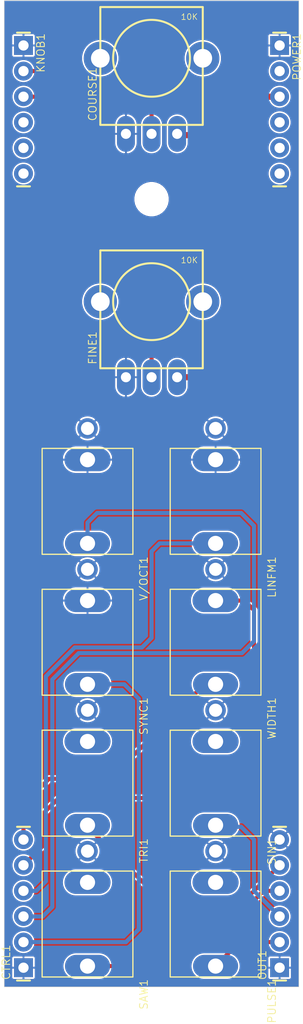
<source format=kicad_pcb>
(kicad_pcb (version 20171130) (host pcbnew "(5.1.6-0-10_14)")

  (general
    (thickness 1.6)
    (drawings 8)
    (tracks 76)
    (zones 0)
    (modules 15)
    (nets 25)
  )

  (page A4)
  (layers
    (0 Top signal)
    (31 Bottom signal)
    (32 B.Adhes user)
    (33 F.Adhes user)
    (34 B.Paste user)
    (35 F.Paste user)
    (36 B.SilkS user)
    (37 F.SilkS user)
    (38 B.Mask user)
    (39 F.Mask user)
    (40 Dwgs.User user)
    (41 Cmts.User user)
    (42 Eco1.User user)
    (43 Eco2.User user)
    (44 Edge.Cuts user)
    (45 Margin user)
    (46 B.CrtYd user)
    (47 F.CrtYd user)
    (48 B.Fab user)
    (49 F.Fab user)
  )

  (setup
    (last_trace_width 0.25)
    (trace_clearance 0.1524)
    (zone_clearance 0.508)
    (zone_45_only no)
    (trace_min 0.2)
    (via_size 0.8)
    (via_drill 0.4)
    (via_min_size 0.4)
    (via_min_drill 0.3)
    (uvia_size 0.3)
    (uvia_drill 0.1)
    (uvias_allowed no)
    (uvia_min_size 0.2)
    (uvia_min_drill 0.1)
    (edge_width 0.05)
    (segment_width 0.2)
    (pcb_text_width 0.3)
    (pcb_text_size 1.5 1.5)
    (mod_edge_width 0.12)
    (mod_text_size 1 1)
    (mod_text_width 0.15)
    (pad_size 1.524 1.524)
    (pad_drill 0.762)
    (pad_to_mask_clearance 0.05)
    (aux_axis_origin 0 0)
    (visible_elements FFFFFF7F)
    (pcbplotparams
      (layerselection 0x010fc_ffffffff)
      (usegerberextensions false)
      (usegerberattributes true)
      (usegerberadvancedattributes true)
      (creategerberjobfile true)
      (excludeedgelayer true)
      (linewidth 0.100000)
      (plotframeref false)
      (viasonmask false)
      (mode 1)
      (useauxorigin false)
      (hpglpennumber 1)
      (hpglpenspeed 20)
      (hpglpendiameter 15.000000)
      (psnegative false)
      (psa4output false)
      (plotreference true)
      (plotvalue true)
      (plotinvisibletext false)
      (padsonsilk false)
      (subtractmaskfromsilk false)
      (outputformat 1)
      (mirror false)
      (drillshape 1)
      (scaleselection 1)
      (outputdirectory ""))
  )

  (net 0 "")
  (net 1 GND)
  (net 2 +12V)
  (net 3 -5V)
  (net 4 +5V)
  (net 5 -12V)
  (net 6 "Net-(COURSE1-PadW)")
  (net 7 "Net-(CTRL1-Pad6)")
  (net 8 "Net-(CTRL1-Pad5)")
  (net 9 "Net-(CTRL1-Pad4)")
  (net 10 "Net-(CTRL1-Pad3)")
  (net 11 "Net-(CTRL1-Pad2)")
  (net 12 "Net-(FINE1-PadW)")
  (net 13 "Net-(KNOB1-Pad6)")
  (net 14 "Net-(KNOB1-Pad5)")
  (net 15 "Net-(KNOB1-Pad4)")
  (net 16 "Net-(OUT1-Pad5)")
  (net 17 "Net-(OUT1-Pad4)")
  (net 18 "Net-(OUT1-Pad3)")
  (net 19 "Net-(OUT1-Pad2)")
  (net 20 "Net-(POWER1-Pad6)")
  (net 21 "Net-(PULSE1-PadN)")
  (net 22 "Net-(SAW1-PadN)")
  (net 23 "Net-(SIN1-PadN)")
  (net 24 "Net-(TRI1-PadN)")

  (net_class Default "This is the default net class."
    (clearance 0.1524)
    (trace_width 0.25)
    (via_dia 0.8)
    (via_drill 0.4)
    (uvia_dia 0.3)
    (uvia_drill 0.1)
    (add_net +12V)
    (add_net +5V)
    (add_net -12V)
    (add_net -5V)
    (add_net GND)
    (add_net "Net-(COURSE1-PadW)")
    (add_net "Net-(CTRL1-Pad2)")
    (add_net "Net-(CTRL1-Pad3)")
    (add_net "Net-(CTRL1-Pad4)")
    (add_net "Net-(CTRL1-Pad5)")
    (add_net "Net-(CTRL1-Pad6)")
    (add_net "Net-(FINE1-PadW)")
    (add_net "Net-(KNOB1-Pad4)")
    (add_net "Net-(KNOB1-Pad5)")
    (add_net "Net-(KNOB1-Pad6)")
    (add_net "Net-(OUT1-Pad2)")
    (add_net "Net-(OUT1-Pad3)")
    (add_net "Net-(OUT1-Pad4)")
    (add_net "Net-(OUT1-Pad5)")
    (add_net "Net-(POWER1-Pad6)")
    (add_net "Net-(PULSE1-PadN)")
    (add_net "Net-(SAW1-PadN)")
    (add_net "Net-(SIN1-PadN)")
    (add_net "Net-(TRI1-PadN)")
  )

  (module VCO3340:ERTHENVAR-JACK-INLINE (layer Top) (tedit 0) (tstamp 5FB0EBEA)
    (at 154.8511 118.9736 180)
    (path /BFB99962)
    (fp_text reference WIDTH1 (at -6.032 -6.16 270) (layer F.SilkS)
      (effects (font (size 0.77216 0.77216) (thickness 0.092659)) (justify right bottom))
    )
    (fp_text value AUDIO-JACKINLINE (at 0 0) (layer F.SilkS) hide
      (effects (font (size 1.27 1.27) (thickness 0.15)) (justify left top))
    )
    (fp_line (start -4.5 -6) (end 4.5 -6) (layer F.SilkS) (width 0.127))
    (fp_line (start -4.5 -6) (end -4.5 4.5) (layer F.SilkS) (width 0.127))
    (fp_line (start 4.5 -6) (end 4.5 4.5) (layer F.SilkS) (width 0.127))
    (fp_line (start -4.5 4.5) (end 4.5 4.5) (layer F.SilkS) (width 0.127))
    (fp_circle (center 0 0) (end 4.318 0) (layer Cmts.User) (width 0.254))
    (pad G thru_hole circle (at 0 6.48 180) (size 2.032 2.032) (drill 1.3) (layers *.Cu *.Mask)
      (net 1 GND) (solder_mask_margin 0.0635))
    (pad N thru_hole oval (at 0 3.38) (size 4.572 2.286) (drill 1.5) (layers *.Cu *.Mask)
      (net 8 "Net-(CTRL1-Pad5)") (solder_mask_margin 0.0635))
    (pad T thru_hole oval (at 0 -4.92 180) (size 4.4704 2.2352) (drill 1.5) (layers *.Cu *.Mask)
      (net 7 "Net-(CTRL1-Pad6)") (solder_mask_margin 0.0635))
  )

  (module VCO3340:ERTHENVAR-JACK-INLINE (layer Top) (tedit 0) (tstamp 5FB0EB9D)
    (at 142.1511 105.0036 180)
    (path /E13172E3)
    (fp_text reference V/OCT1 (at -6.032 -6.16 270) (layer F.SilkS)
      (effects (font (size 0.77216 0.77216) (thickness 0.092659)) (justify right bottom))
    )
    (fp_text value AUDIO-JACKINLINE (at 0 0) (layer F.SilkS) hide
      (effects (font (size 1.27 1.27) (thickness 0.15)) (justify left top))
    )
    (fp_line (start -4.5 -6) (end 4.5 -6) (layer F.SilkS) (width 0.127))
    (fp_line (start -4.5 -6) (end -4.5 4.5) (layer F.SilkS) (width 0.127))
    (fp_line (start 4.5 -6) (end 4.5 4.5) (layer F.SilkS) (width 0.127))
    (fp_line (start -4.5 4.5) (end 4.5 4.5) (layer F.SilkS) (width 0.127))
    (fp_circle (center 0 0) (end 4.318 0) (layer Cmts.User) (width 0.254))
    (pad G thru_hole circle (at 0 6.48 180) (size 2.032 2.032) (drill 1.3) (layers *.Cu *.Mask)
      (net 1 GND) (solder_mask_margin 0.0635))
    (pad N thru_hole oval (at 0 3.38) (size 4.572 2.286) (drill 1.5) (layers *.Cu *.Mask)
      (net 1 GND) (solder_mask_margin 0.0635))
    (pad T thru_hole oval (at 0 -4.92 180) (size 4.4704 2.2352) (drill 1.5) (layers *.Cu *.Mask)
      (net 10 "Net-(CTRL1-Pad3)") (solder_mask_margin 0.0635))
  )

  (module VCO3340:ERTHENVAR-JACK-INLINE (layer Top) (tedit 0) (tstamp 5FB0EBB3)
    (at 142.1511 132.9436 180)
    (path /872E13B0)
    (fp_text reference TRI1 (at -6.032 -6.16 270) (layer F.SilkS)
      (effects (font (size 0.77216 0.77216) (thickness 0.092659)) (justify right bottom))
    )
    (fp_text value AUDIO-JACKINLINE (at 0 0) (layer F.SilkS) hide
      (effects (font (size 1.27 1.27) (thickness 0.15)) (justify left top))
    )
    (fp_line (start -4.5 -6) (end 4.5 -6) (layer F.SilkS) (width 0.127))
    (fp_line (start -4.5 -6) (end -4.5 4.5) (layer F.SilkS) (width 0.127))
    (fp_line (start 4.5 -6) (end 4.5 4.5) (layer F.SilkS) (width 0.127))
    (fp_line (start -4.5 4.5) (end 4.5 4.5) (layer F.SilkS) (width 0.127))
    (fp_circle (center 0 0) (end 4.318 0) (layer Cmts.User) (width 0.254))
    (pad G thru_hole circle (at 0 6.48 180) (size 2.032 2.032) (drill 1.3) (layers *.Cu *.Mask)
      (net 1 GND) (solder_mask_margin 0.0635))
    (pad N thru_hole oval (at 0 3.38) (size 4.572 2.286) (drill 1.5) (layers *.Cu *.Mask)
      (net 24 "Net-(TRI1-PadN)") (solder_mask_margin 0.0635))
    (pad T thru_hole oval (at 0 -4.92 180) (size 4.4704 2.2352) (drill 1.5) (layers *.Cu *.Mask)
      (net 16 "Net-(OUT1-Pad5)") (solder_mask_margin 0.0635))
  )

  (module VCO3340:ERTHENVAR-JACK-INLINE (layer Top) (tedit 0) (tstamp 5FB0EBDF)
    (at 142.1511 118.9736 180)
    (path /DAB6705E)
    (fp_text reference SYNC1 (at -6.032 -6.16 270) (layer F.SilkS)
      (effects (font (size 0.77216 0.77216) (thickness 0.092659)) (justify right bottom))
    )
    (fp_text value AUDIO-JACKINLINE (at 0 0) (layer F.SilkS) hide
      (effects (font (size 1.27 1.27) (thickness 0.15)) (justify left top))
    )
    (fp_line (start -4.5 -6) (end 4.5 -6) (layer F.SilkS) (width 0.127))
    (fp_line (start -4.5 -6) (end -4.5 4.5) (layer F.SilkS) (width 0.127))
    (fp_line (start 4.5 -6) (end 4.5 4.5) (layer F.SilkS) (width 0.127))
    (fp_line (start -4.5 4.5) (end 4.5 4.5) (layer F.SilkS) (width 0.127))
    (fp_circle (center 0 0) (end 4.318 0) (layer Cmts.User) (width 0.254))
    (pad G thru_hole circle (at 0 6.48 180) (size 2.032 2.032) (drill 1.3) (layers *.Cu *.Mask)
      (net 1 GND) (solder_mask_margin 0.0635))
    (pad N thru_hole oval (at 0 3.38) (size 4.572 2.286) (drill 1.5) (layers *.Cu *.Mask)
      (net 1 GND) (solder_mask_margin 0.0635))
    (pad T thru_hole oval (at 0 -4.92 180) (size 4.4704 2.2352) (drill 1.5) (layers *.Cu *.Mask)
      (net 11 "Net-(CTRL1-Pad2)") (solder_mask_margin 0.0635))
  )

  (module VCO3340:ERTHENVAR-JACK-INLINE (layer Top) (tedit 0) (tstamp 5FB0EBC9)
    (at 154.8511 132.9436 180)
    (path /81925F8E)
    (fp_text reference SIN1 (at -6.032 -6.16 270) (layer F.SilkS)
      (effects (font (size 0.77216 0.77216) (thickness 0.092659)) (justify right bottom))
    )
    (fp_text value AUDIO-JACKINLINE (at 0 0) (layer F.SilkS) hide
      (effects (font (size 1.27 1.27) (thickness 0.15)) (justify left top))
    )
    (fp_line (start -4.5 -6) (end 4.5 -6) (layer F.SilkS) (width 0.127))
    (fp_line (start -4.5 -6) (end -4.5 4.5) (layer F.SilkS) (width 0.127))
    (fp_line (start 4.5 -6) (end 4.5 4.5) (layer F.SilkS) (width 0.127))
    (fp_line (start -4.5 4.5) (end 4.5 4.5) (layer F.SilkS) (width 0.127))
    (fp_circle (center 0 0) (end 4.318 0) (layer Cmts.User) (width 0.254))
    (pad G thru_hole circle (at 0 6.48 180) (size 2.032 2.032) (drill 1.3) (layers *.Cu *.Mask)
      (net 1 GND) (solder_mask_margin 0.0635))
    (pad N thru_hole oval (at 0 3.38) (size 4.572 2.286) (drill 1.5) (layers *.Cu *.Mask)
      (net 23 "Net-(SIN1-PadN)") (solder_mask_margin 0.0635))
    (pad T thru_hole oval (at 0 -4.92 180) (size 4.4704 2.2352) (drill 1.5) (layers *.Cu *.Mask)
      (net 18 "Net-(OUT1-Pad3)") (solder_mask_margin 0.0635))
  )

  (module VCO3340:ERTHENVAR-JACK-INLINE (layer Top) (tedit 0) (tstamp 5FB0EBBE)
    (at 142.1511 146.9136 180)
    (path /E5398C34)
    (fp_text reference SAW1 (at -6.032 -6.16 270) (layer F.SilkS)
      (effects (font (size 0.77216 0.77216) (thickness 0.092659)) (justify right bottom))
    )
    (fp_text value AUDIO-JACKINLINE (at 0 0) (layer F.SilkS) hide
      (effects (font (size 1.27 1.27) (thickness 0.15)) (justify left top))
    )
    (fp_line (start -4.5 -6) (end 4.5 -6) (layer F.SilkS) (width 0.127))
    (fp_line (start -4.5 -6) (end -4.5 4.5) (layer F.SilkS) (width 0.127))
    (fp_line (start 4.5 -6) (end 4.5 4.5) (layer F.SilkS) (width 0.127))
    (fp_line (start -4.5 4.5) (end 4.5 4.5) (layer F.SilkS) (width 0.127))
    (fp_circle (center 0 0) (end 4.318 0) (layer Cmts.User) (width 0.254))
    (pad G thru_hole circle (at 0 6.48 180) (size 2.032 2.032) (drill 1.3) (layers *.Cu *.Mask)
      (net 1 GND) (solder_mask_margin 0.0635))
    (pad N thru_hole oval (at 0 3.38) (size 4.572 2.286) (drill 1.5) (layers *.Cu *.Mask)
      (net 22 "Net-(SAW1-PadN)") (solder_mask_margin 0.0635))
    (pad T thru_hole oval (at 0 -4.92 180) (size 4.4704 2.2352) (drill 1.5) (layers *.Cu *.Mask)
      (net 17 "Net-(OUT1-Pad4)") (solder_mask_margin 0.0635))
  )

  (module VCO3340:ERTHENVAR-JACK-INLINE (layer Top) (tedit 0) (tstamp 5FB0EBD4)
    (at 154.8511 146.9136 180)
    (path /0F92F071)
    (fp_text reference PULSE1 (at -6.032 -6.16 270) (layer F.SilkS)
      (effects (font (size 0.77216 0.77216) (thickness 0.092659)) (justify right bottom))
    )
    (fp_text value AUDIO-JACKINLINE (at 0 0) (layer F.SilkS) hide
      (effects (font (size 1.27 1.27) (thickness 0.15)) (justify left top))
    )
    (fp_line (start -4.5 -6) (end 4.5 -6) (layer F.SilkS) (width 0.127))
    (fp_line (start -4.5 -6) (end -4.5 4.5) (layer F.SilkS) (width 0.127))
    (fp_line (start 4.5 -6) (end 4.5 4.5) (layer F.SilkS) (width 0.127))
    (fp_line (start -4.5 4.5) (end 4.5 4.5) (layer F.SilkS) (width 0.127))
    (fp_circle (center 0 0) (end 4.318 0) (layer Cmts.User) (width 0.254))
    (pad G thru_hole circle (at 0 6.48 180) (size 2.032 2.032) (drill 1.3) (layers *.Cu *.Mask)
      (net 1 GND) (solder_mask_margin 0.0635))
    (pad N thru_hole oval (at 0 3.38) (size 4.572 2.286) (drill 1.5) (layers *.Cu *.Mask)
      (net 21 "Net-(PULSE1-PadN)") (solder_mask_margin 0.0635))
    (pad T thru_hole oval (at 0 -4.92 180) (size 4.4704 2.2352) (drill 1.5) (layers *.Cu *.Mask)
      (net 19 "Net-(OUT1-Pad2)") (solder_mask_margin 0.0635))
  )

  (module VCO3340:M06 (layer Top) (tedit 0) (tstamp 5FB0EC16)
    (at 161.2011 60.5536 270)
    (path /13DBCEA2)
    (fp_text reference POWER1 (at -1.27 -1.7145 270) (layer F.SilkS)
      (effects (font (size 0.77216 0.77216) (thickness 0.092659)) (justify right))
    )
    (fp_text value M06 (at 0 0 90) (layer F.SilkS) hide
      (effects (font (size 1.27 1.27) (thickness 0.15)) (justify left top))
    )
    (fp_line (start -1.27 -0.635) (end -1.27 0.635) (layer F.SilkS) (width 0.2032))
    (fp_line (start 13.97 -0.635) (end 13.97 0.635) (layer F.SilkS) (width 0.2032))
    (pad 6 thru_hole circle (at 12.7 0 270) (size 1.8796 1.8796) (drill 1.016) (layers *.Cu *.Mask)
      (net 20 "Net-(POWER1-Pad6)") (solder_mask_margin 0.0635))
    (pad 5 thru_hole circle (at 10.16 0 270) (size 1.8796 1.8796) (drill 1.016) (layers *.Cu *.Mask)
      (net 3 -5V) (solder_mask_margin 0.0635))
    (pad 4 thru_hole circle (at 7.62 0 270) (size 1.8796 1.8796) (drill 1.016) (layers *.Cu *.Mask)
      (net 5 -12V) (solder_mask_margin 0.0635))
    (pad 3 thru_hole circle (at 5.08 0 270) (size 1.8796 1.8796) (drill 1.016) (layers *.Cu *.Mask)
      (net 2 +12V) (solder_mask_margin 0.0635))
    (pad 2 thru_hole circle (at 2.54 0 270) (size 1.8796 1.8796) (drill 1.016) (layers *.Cu *.Mask)
      (net 4 +5V) (solder_mask_margin 0.0635))
    (pad 1 thru_hole rect (at 0 0 270) (size 1.8796 1.8796) (drill 1.016) (layers *.Cu *.Mask)
      (net 1 GND) (solder_mask_margin 0.0635))
  )

  (module VCO3340:M06 (layer Top) (tedit 0) (tstamp 5FB0EBF5)
    (at 161.2011 151.9936 90)
    (path /00E7AA9E)
    (fp_text reference OUT1 (at -1.27 -1.7145 -90) (layer F.SilkS)
      (effects (font (size 0.77216 0.77216) (thickness 0.092659)) (justify left))
    )
    (fp_text value M06 (at 0 0 90) (layer F.SilkS) hide
      (effects (font (size 1.27 1.27) (thickness 0.15)) (justify right top))
    )
    (fp_line (start -1.27 -0.635) (end -1.27 0.635) (layer F.SilkS) (width 0.2032))
    (fp_line (start 13.97 -0.635) (end 13.97 0.635) (layer F.SilkS) (width 0.2032))
    (pad 6 thru_hole circle (at 12.7 0 90) (size 1.8796 1.8796) (drill 1.016) (layers *.Cu *.Mask)
      (net 1 GND) (solder_mask_margin 0.0635))
    (pad 5 thru_hole circle (at 10.16 0 90) (size 1.8796 1.8796) (drill 1.016) (layers *.Cu *.Mask)
      (net 16 "Net-(OUT1-Pad5)") (solder_mask_margin 0.0635))
    (pad 4 thru_hole circle (at 7.62 0 90) (size 1.8796 1.8796) (drill 1.016) (layers *.Cu *.Mask)
      (net 17 "Net-(OUT1-Pad4)") (solder_mask_margin 0.0635))
    (pad 3 thru_hole circle (at 5.08 0 90) (size 1.8796 1.8796) (drill 1.016) (layers *.Cu *.Mask)
      (net 18 "Net-(OUT1-Pad3)") (solder_mask_margin 0.0635))
    (pad 2 thru_hole circle (at 2.54 0 90) (size 1.8796 1.8796) (drill 1.016) (layers *.Cu *.Mask)
      (net 19 "Net-(OUT1-Pad2)") (solder_mask_margin 0.0635))
    (pad 1 thru_hole rect (at 0 0 90) (size 1.8796 1.8796) (drill 1.016) (layers *.Cu *.Mask)
      (net 1 GND) (solder_mask_margin 0.0635))
  )

  (module VCO3340:ERTHENVAR-JACK-INLINE (layer Top) (tedit 0) (tstamp 5FB0EBA8)
    (at 154.8511 105.0036 180)
    (path /0DEF86F8)
    (fp_text reference LINFM1 (at -6.032 -6.16 270) (layer F.SilkS)
      (effects (font (size 0.77216 0.77216) (thickness 0.092659)) (justify right bottom))
    )
    (fp_text value AUDIO-JACKINLINE (at 0 0) (layer F.SilkS) hide
      (effects (font (size 1.27 1.27) (thickness 0.15)) (justify left top))
    )
    (fp_line (start -4.5 -6) (end 4.5 -6) (layer F.SilkS) (width 0.127))
    (fp_line (start -4.5 -6) (end -4.5 4.5) (layer F.SilkS) (width 0.127))
    (fp_line (start 4.5 -6) (end 4.5 4.5) (layer F.SilkS) (width 0.127))
    (fp_line (start -4.5 4.5) (end 4.5 4.5) (layer F.SilkS) (width 0.127))
    (fp_circle (center 0 0) (end 4.318 0) (layer Cmts.User) (width 0.254))
    (pad G thru_hole circle (at 0 6.48 180) (size 2.032 2.032) (drill 1.3) (layers *.Cu *.Mask)
      (net 1 GND) (solder_mask_margin 0.0635))
    (pad N thru_hole oval (at 0 3.38) (size 4.572 2.286) (drill 1.5) (layers *.Cu *.Mask)
      (net 1 GND) (solder_mask_margin 0.0635))
    (pad T thru_hole oval (at 0 -4.92 180) (size 4.4704 2.2352) (drill 1.5) (layers *.Cu *.Mask)
      (net 9 "Net-(CTRL1-Pad4)") (solder_mask_margin 0.0635))
  )

  (module VCO3340:M06 (layer Top) (tedit 0) (tstamp 5FB0EC0B)
    (at 135.8011 60.5536 270)
    (path /A49C16F9)
    (fp_text reference KNOB1 (at -1.27 -1.7145 270) (layer F.SilkS)
      (effects (font (size 0.77216 0.77216) (thickness 0.092659)) (justify right))
    )
    (fp_text value M06 (at 0 0 90) (layer F.SilkS) hide
      (effects (font (size 1.27 1.27) (thickness 0.15)) (justify left top))
    )
    (fp_line (start -1.27 -0.635) (end -1.27 0.635) (layer F.SilkS) (width 0.2032))
    (fp_line (start 13.97 -0.635) (end 13.97 0.635) (layer F.SilkS) (width 0.2032))
    (pad 6 thru_hole circle (at 12.7 0 270) (size 1.8796 1.8796) (drill 1.016) (layers *.Cu *.Mask)
      (net 13 "Net-(KNOB1-Pad6)") (solder_mask_margin 0.0635))
    (pad 5 thru_hole circle (at 10.16 0 270) (size 1.8796 1.8796) (drill 1.016) (layers *.Cu *.Mask)
      (net 14 "Net-(KNOB1-Pad5)") (solder_mask_margin 0.0635))
    (pad 4 thru_hole circle (at 7.62 0 270) (size 1.8796 1.8796) (drill 1.016) (layers *.Cu *.Mask)
      (net 15 "Net-(KNOB1-Pad4)") (solder_mask_margin 0.0635))
    (pad 3 thru_hole circle (at 5.08 0 270) (size 1.8796 1.8796) (drill 1.016) (layers *.Cu *.Mask)
      (net 12 "Net-(FINE1-PadW)") (solder_mask_margin 0.0635))
    (pad 2 thru_hole circle (at 2.54 0 270) (size 1.8796 1.8796) (drill 1.016) (layers *.Cu *.Mask)
      (net 6 "Net-(COURSE1-PadW)") (solder_mask_margin 0.0635))
    (pad 1 thru_hole rect (at 0 0 270) (size 1.8796 1.8796) (drill 1.016) (layers *.Cu *.Mask)
      (net 1 GND) (solder_mask_margin 0.0635))
  )

  (module VCO3340:POT-ALPHA-9MM (layer Top) (tedit 0) (tstamp 5FB0EC2E)
    (at 148.5011 85.9536)
    (path /20803D2A)
    (fp_text reference FINE1 (at -5.842 6.2865 90) (layer F.SilkS)
      (effects (font (size 0.77216 0.77216) (thickness 0.092659)) (justify left))
    )
    (fp_text value 10K (at 4.6355 -4.445) (layer F.SilkS)
      (effects (font (size 0.57912 0.57912) (thickness 0.069494)) (justify right top))
    )
    (fp_line (start -5.08 6.604) (end 5.08 6.604) (layer F.SilkS) (width 0.2032))
    (fp_line (start 5.08 6.604) (end 5.08 -5.08) (layer F.SilkS) (width 0.2032))
    (fp_line (start 5.08 -5.08) (end -5.08 -5.08) (layer F.SilkS) (width 0.2032))
    (fp_line (start -5.08 -5.08) (end -5.08 6.604) (layer F.SilkS) (width 0.2032))
    (fp_circle (center 0 0) (end 3.81 0) (layer F.SilkS) (width 0.2032))
    (pad MNT2 thru_hole circle (at 5.08 0 90) (size 3.302 3.302) (drill 1.85) (layers *.Cu *.Mask)
      (solder_mask_margin 0.0635))
    (pad MNT1 thru_hole circle (at -5.08 0) (size 3.302 3.302) (drill 1.85) (layers *.Cu *.Mask)
      (solder_mask_margin 0.0635))
    (pad B thru_hole oval (at 2.54 7.493 90) (size 3.556 1.778) (drill 1) (layers *.Cu *.Mask)
      (net 2 +12V) (solder_mask_margin 0.0635))
    (pad W thru_hole oval (at 0 7.493 90) (size 3.556 1.778) (drill 1) (layers *.Cu *.Mask)
      (net 12 "Net-(FINE1-PadW)") (solder_mask_margin 0.0635))
    (pad A thru_hole oval (at -2.54 7.493 90) (size 3.556 1.778) (drill 1) (layers *.Cu *.Mask)
      (net 1 GND) (solder_mask_margin 0.0635))
  )

  (module VCO3340:M06 (layer Top) (tedit 0) (tstamp 5FB0EC00)
    (at 135.8011 151.9936 90)
    (path /51AA66A1)
    (fp_text reference CTRL1 (at -1.27 -1.7145 -90) (layer F.SilkS)
      (effects (font (size 0.77216 0.77216) (thickness 0.092659)) (justify left))
    )
    (fp_text value M06 (at 0 0 90) (layer F.SilkS) hide
      (effects (font (size 1.27 1.27) (thickness 0.15)) (justify right top))
    )
    (fp_line (start -1.27 -0.635) (end -1.27 0.635) (layer F.SilkS) (width 0.2032))
    (fp_line (start 13.97 -0.635) (end 13.97 0.635) (layer F.SilkS) (width 0.2032))
    (pad 6 thru_hole circle (at 12.7 0 90) (size 1.8796 1.8796) (drill 1.016) (layers *.Cu *.Mask)
      (net 7 "Net-(CTRL1-Pad6)") (solder_mask_margin 0.0635))
    (pad 5 thru_hole circle (at 10.16 0 90) (size 1.8796 1.8796) (drill 1.016) (layers *.Cu *.Mask)
      (net 8 "Net-(CTRL1-Pad5)") (solder_mask_margin 0.0635))
    (pad 4 thru_hole circle (at 7.62 0 90) (size 1.8796 1.8796) (drill 1.016) (layers *.Cu *.Mask)
      (net 9 "Net-(CTRL1-Pad4)") (solder_mask_margin 0.0635))
    (pad 3 thru_hole circle (at 5.08 0 90) (size 1.8796 1.8796) (drill 1.016) (layers *.Cu *.Mask)
      (net 10 "Net-(CTRL1-Pad3)") (solder_mask_margin 0.0635))
    (pad 2 thru_hole circle (at 2.54 0 90) (size 1.8796 1.8796) (drill 1.016) (layers *.Cu *.Mask)
      (net 11 "Net-(CTRL1-Pad2)") (solder_mask_margin 0.0635))
    (pad 1 thru_hole rect (at 0 0 90) (size 1.8796 1.8796) (drill 1.016) (layers *.Cu *.Mask)
      (net 1 GND) (solder_mask_margin 0.0635))
  )

  (module VCO3340:POT-ALPHA-9MM (layer Top) (tedit 0) (tstamp 5FB0EC21)
    (at 148.5011 61.8236)
    (path /911797EE)
    (fp_text reference COURSE1 (at -5.842 6.2865 90) (layer F.SilkS)
      (effects (font (size 0.77216 0.77216) (thickness 0.092659)) (justify left))
    )
    (fp_text value 10K (at 4.6355 -4.445) (layer F.SilkS)
      (effects (font (size 0.57912 0.57912) (thickness 0.069494)) (justify right top))
    )
    (fp_line (start -5.08 6.604) (end 5.08 6.604) (layer F.SilkS) (width 0.2032))
    (fp_line (start 5.08 6.604) (end 5.08 -5.08) (layer F.SilkS) (width 0.2032))
    (fp_line (start 5.08 -5.08) (end -5.08 -5.08) (layer F.SilkS) (width 0.2032))
    (fp_line (start -5.08 -5.08) (end -5.08 6.604) (layer F.SilkS) (width 0.2032))
    (fp_circle (center 0 0) (end 3.81 0) (layer F.SilkS) (width 0.2032))
    (pad MNT2 thru_hole circle (at 5.08 0 90) (size 3.302 3.302) (drill 1.85) (layers *.Cu *.Mask)
      (solder_mask_margin 0.0635))
    (pad MNT1 thru_hole circle (at -5.08 0) (size 3.302 3.302) (drill 1.85) (layers *.Cu *.Mask)
      (solder_mask_margin 0.0635))
    (pad B thru_hole oval (at 2.54 7.493 90) (size 3.556 1.778) (drill 1) (layers *.Cu *.Mask)
      (net 2 +12V) (solder_mask_margin 0.0635))
    (pad W thru_hole oval (at 0 7.493 90) (size 3.556 1.778) (drill 1) (layers *.Cu *.Mask)
      (net 6 "Net-(COURSE1-PadW)") (solder_mask_margin 0.0635))
    (pad A thru_hole oval (at -2.54 7.493 90) (size 3.556 1.778) (drill 1) (layers *.Cu *.Mask)
      (net 1 GND) (solder_mask_margin 0.0635))
  )

  (module "" (layer Top) (tedit 0) (tstamp 0)
    (at 148.5011 75.7936)
    (fp_text reference @HOLE0 (at 0 0) (layer F.SilkS) hide
      (effects (font (size 1.27 1.27) (thickness 0.15)))
    )
    (fp_text value "" (at 0 0) (layer F.SilkS)
      (effects (font (size 1.27 1.27) (thickness 0.15)))
    )
    (pad "" np_thru_hole circle (at 0 0) (size 3.1 3.1) (drill 3.1) (layers *.Cu *.Mask))
  )

  (gr_line (start 133.8961 153.8986) (end 163.1061 153.8986) (layer Edge.Cuts) (width 0.05) (tstamp 901710))
  (gr_line (start 163.1061 153.8986) (end 163.1061 56.1086) (layer Edge.Cuts) (width 0.05) (tstamp 9017A0))
  (gr_line (start 163.1061 56.1086) (end 133.8961 56.1086) (layer Edge.Cuts) (width 0.05) (tstamp 901830))
  (gr_line (start 133.8961 56.1086) (end 133.8961 153.8986) (layer Edge.Cuts) (width 0.05) (tstamp 9018C0))
  (gr_circle (center 148.5011 75.7936) (end 151.0411 75.7936) (layer Dwgs.User) (width 0.4064) (tstamp 9019E0))
  (gr_circle (center 148.5011 75.7936) (end 151.0411 75.7936) (layer Dwgs.User) (width 0.4064) (tstamp 901A70))
  (gr_text "VCO3340\nrevC" (at 148.5011 96.7486) (layer Dwgs.User) (tstamp 901B00)
    (effects (font (size 0.9652 0.9652) (thickness 0.1524)) (justify top))
  )
  (gr_text "VCO3340\nrevC" (at 148.5011 96.7486) (layer Dwgs.User) (tstamp 901C20)
    (effects (font (size 0.9652 0.9652) (thickness 0.1524)) (justify top mirror))
  )

  (segment (start 149.6111 149.4536) (end 147.2311 151.8336) (width 0.4064) (layer Top) (net 17) (tstamp 91BA80))
  (segment (start 142.1511 151.8336) (end 147.2311 151.8336) (width 0.4064) (layer Top) (net 17) (tstamp 91BB10))
  (segment (start 154.5336 149.4536) (end 149.6111 149.4536) (width 0.4064) (layer Top) (net 17) (tstamp 91BC30))
  (segment (start 161.2011 144.3736) (end 159.6136 144.3736) (width 0.4064) (layer Top) (net 17) (tstamp 91BCC0))
  (segment (start 159.6136 144.3736) (end 154.5336 149.4536) (width 0.4064) (layer Top) (net 17) (tstamp 91BD50))
  (segment (start 154.8511 151.8336) (end 157.2311 149.4536) (width 0.4064) (layer Top) (net 19) (tstamp 914000))
  (segment (start 157.2311 149.4536) (end 161.2011 149.4536) (width 0.4064) (layer Top) (net 19) (tstamp 914090))
  (segment (start 154.92985 138.10235) (end 155.00985 138.02235) (width 0.4064) (layer Bottom) (net 18) (tstamp 914240))
  (segment (start 155.00985 138.02235) (end 154.8511 137.8636) (width 0.4064) (layer Bottom) (net 18) (tstamp 9142D0))
  (segment (start 161.2011 146.9136) (end 158.6611 144.3736) (width 0.4064) (layer Bottom) (net 18) (tstamp 9143F0))
  (segment (start 158.6611 144.3736) (end 158.6611 139.2936) (width 0.4064) (layer Bottom) (net 18) (tstamp 914480))
  (segment (start 158.6611 139.2936) (end 157.3911 138.0236) (width 0.4064) (layer Bottom) (net 18) (tstamp 914510))
  (segment (start 157.3911 138.0236) (end 155.0086 138.0236) (width 0.4064) (layer Bottom) (net 18) (tstamp 9145A0))
  (segment (start 155.0086 138.0236) (end 154.92985 138.10235) (width 0.4064) (layer Bottom) (net 18) (tstamp 914630))
  (segment (start 161.2011 141.8336) (end 157.3911 145.6436) (width 0.4064) (layer Top) (net 16) (tstamp 914870))
  (segment (start 157.3911 145.6436) (end 149.7711 145.6436) (width 0.4064) (layer Top) (net 16) (tstamp 914900))
  (segment (start 149.7711 145.6436) (end 142.1511 138.0236) (width 0.4064) (layer Top) (net 16) (tstamp 914990))
  (segment (start 142.1511 138.0236) (end 142.1511 137.8636) (width 0.4064) (layer Top) (net 16) (tstamp 914A20))
  (segment (start 138.6586 145.9611) (end 138.6586 123.4186) (width 0.4064) (layer Bottom) (net 10) (tstamp 915D40))
  (segment (start 141.2748 120.8024) (end 157.4673 120.8024) (width 0.4064) (layer Bottom) (net 10) (tstamp 915DD0))
  (segment (start 138.6586 123.4186) (end 141.2748 120.8024) (width 0.4064) (layer Bottom) (net 10) (tstamp 915E60))
  (segment (start 157.4673 120.8024) (end 158.6611 119.6086) (width 0.4064) (layer Bottom) (net 10) (tstamp 915EF0))
  (segment (start 158.6611 108.1786) (end 157.3911 106.9086) (width 0.4064) (layer Bottom) (net 10) (tstamp 915F80))
  (segment (start 157.3911 106.9086) (end 143.1036 106.9086) (width 0.4064) (layer Bottom) (net 10) (tstamp 916010))
  (segment (start 143.1036 106.9086) (end 142.1511 107.8611) (width 0.4064) (layer Bottom) (net 10) (tstamp 9160A0))
  (segment (start 142.1511 107.8611) (end 142.1511 109.9236) (width 0.4064) (layer Bottom) (net 10) (tstamp 916130))
  (segment (start 137.7061 146.9136) (end 138.6586 145.9611) (width 0.4064) (layer Bottom) (net 10) (tstamp 9161C0))
  (segment (start 158.6611 119.6086) (end 158.6611 108.1786) (width 0.4064) (layer Bottom) (net 10) (tstamp 916250))
  (segment (start 135.8011 146.9136) (end 137.7061 146.9136) (width 0.4064) (layer Bottom) (net 10) (tstamp 9162E0))
  (segment (start 135.8011 141.8336) (end 137.7061 139.9286) (width 0.4064) (layer Top) (net 8) (tstamp 916520))
  (segment (start 137.7061 139.9286) (end 137.7061 136.7536) (width 0.4064) (layer Top) (net 8) (tstamp 9165B0))
  (segment (start 137.7061 136.7536) (end 139.2936 135.1661) (width 0.4064) (layer Top) (net 8) (tstamp 916640))
  (segment (start 157.3911 135.1661) (end 158.6611 133.8961) (width 0.4064) (layer Top) (net 8) (tstamp 9166D0))
  (segment (start 158.6611 133.8961) (end 158.6611 116.5461) (width 0.4064) (layer Top) (net 8) (tstamp 916760))
  (segment (start 158.6611 116.5461) (end 157.7086 115.5936) (width 0.4064) (layer Top) (net 8) (tstamp 9167F0))
  (segment (start 139.2936 135.1661) (end 157.3911 135.1661) (width 0.4064) (layer Top) (net 8) (tstamp 916880))
  (segment (start 157.7086 115.5936) (end 154.8511 115.5936) (width 0.4064) (layer Top) (net 8) (tstamp 916910))
  (segment (start 135.8011 139.2936) (end 135.8011 135.8011) (width 0.4064) (layer Top) (net 7) (tstamp 916B50))
  (segment (start 135.8011 135.8011) (end 138.3411 133.2611) (width 0.4064) (layer Top) (net 7) (tstamp 916BE0))
  (segment (start 138.3411 133.2611) (end 144.3736 133.2611) (width 0.4064) (layer Top) (net 7) (tstamp 916C70))
  (segment (start 144.3736 133.2611) (end 151.0411 126.5936) (width 0.4064) (layer Top) (net 7) (tstamp 916D00))
  (segment (start 151.0411 126.5936) (end 153.7411 123.8936) (width 0.4064) (layer Top) (net 7) (tstamp 916D90))
  (segment (start 153.7411 123.8936) (end 154.8511 123.8936) (width 0.4064) (layer Top) (net 7) (tstamp 916E20))
  (segment (start 135.8011 149.4536) (end 145.9611 149.4536) (width 0.4064) (layer Bottom) (net 11) (tstamp 917060))
  (segment (start 145.9611 149.4536) (end 147.2311 148.1836) (width 0.4064) (layer Bottom) (net 11) (tstamp 9170F0))
  (segment (start 147.2311 148.1836) (end 147.2311 125.3236) (width 0.4064) (layer Bottom) (net 11) (tstamp 917180))
  (segment (start 145.8011 123.8936) (end 142.1511 123.8936) (width 0.4064) (layer Bottom) (net 11) (tstamp 917210))
  (segment (start 147.2311 125.3236) (end 145.8011 123.8936) (width 0.4064) (layer Bottom) (net 11) (tstamp 9172A0))
  (segment (start 135.8011 144.3736) (end 137.0711 144.3736) (width 0.4064) (layer Bottom) (net 9) (tstamp 9174E0))
  (segment (start 137.0711 144.3736) (end 138.0236 143.4211) (width 0.4064) (layer Bottom) (net 9) (tstamp 917570))
  (segment (start 138.0236 143.4211) (end 138.0236 123.1011) (width 0.4064) (layer Bottom) (net 9) (tstamp 917600))
  (segment (start 138.0236 123.1011) (end 140.8811 120.2436) (width 0.4064) (layer Bottom) (net 9) (tstamp 917690))
  (segment (start 140.8811 120.2436) (end 147.5486 120.2436) (width 0.4064) (layer Bottom) (net 9) (tstamp 917720))
  (segment (start 147.5486 120.2436) (end 148.5011 119.2911) (width 0.4064) (layer Bottom) (net 9) (tstamp 9177B0))
  (segment (start 148.5011 119.2911) (end 148.5011 110.7186) (width 0.4064) (layer Bottom) (net 9) (tstamp 917840))
  (segment (start 149.2961 109.9236) (end 154.8511 109.9236) (width 0.4064) (layer Bottom) (net 9) (tstamp 9178D0))
  (segment (start 148.5011 110.7186) (end 149.2961 109.9236) (width 0.4064) (layer Bottom) (net 9) (tstamp 917960))
  (segment (start 155.6131 93.4466) (end 157.3911 91.6686) (width 0.6096) (layer Top) (net 2) (tstamp 917BA0))
  (segment (start 157.3911 66.9036) (end 158.6611 65.6336) (width 0.6096) (layer Top) (net 2) (tstamp 917C30))
  (segment (start 151.0411 69.3166) (end 151.1681 69.4436) (width 0.6096) (layer Top) (net 2) (tstamp 917CC0))
  (segment (start 157.3911 91.6686) (end 157.3911 69.4436) (width 0.6096) (layer Top) (net 2) (tstamp 917D50))
  (segment (start 157.3911 69.4436) (end 157.3911 66.9036) (width 0.6096) (layer Top) (net 2) (tstamp 917E70))
  (segment (start 158.6611 65.6336) (end 161.2011 65.6336) (width 0.6096) (layer Top) (net 2) (tstamp 917F00))
  (segment (start 156.1211 69.4436) (end 157.3911 69.4436) (width 0.6096) (layer Top) (net 2) (tstamp 910000))
  (segment (start 151.0411 93.4466) (end 155.6131 93.4466) (width 0.6096) (layer Top) (net 2) (tstamp 910090))
  (segment (start 151.1681 69.4436) (end 156.1211 69.4436) (width 0.6096) (layer Top) (net 2) (tstamp 910120))
  (segment (start 148.5011 87.2236) (end 143.4211 82.1436) (width 0.4064) (layer Top) (net 12) (tstamp 9102D0))
  (segment (start 148.5011 87.2236) (end 148.5011 93.4466) (width 0.4064) (layer Top) (net 12) (tstamp 910360))
  (segment (start 138.0236 65.6336) (end 135.8011 65.6336) (width 0.4064) (layer Top) (net 12) (tstamp 910480))
  (segment (start 143.4211 71.0311) (end 138.0236 65.6336) (width 0.4064) (layer Top) (net 12) (tstamp 910510))
  (segment (start 143.4211 82.1436) (end 143.4211 71.0311) (width 0.4064) (layer Top) (net 12) (tstamp 9105A0))
  (segment (start 148.5011 69.3166) (end 148.5011 66.9036) (width 0.4064) (layer Top) (net 6) (tstamp 9107E0))
  (segment (start 148.5011 66.9036) (end 147.2311 65.6336) (width 0.4064) (layer Top) (net 6) (tstamp 910870))
  (segment (start 147.2311 65.6336) (end 141.8336 65.6336) (width 0.4064) (layer Top) (net 6) (tstamp 910900))
  (segment (start 141.8336 65.6336) (end 139.2936 63.0936) (width 0.4064) (layer Top) (net 6) (tstamp 910990))
  (segment (start 139.2936 63.0936) (end 135.8011 63.0936) (width 0.4064) (layer Top) (net 6) (tstamp 910A20))

  (zone (net 1) (net_name GND) (layer Top) (tstamp 915560) (hatch edge 0.508)
    (priority 6)
    (connect_pads (clearance 0.000001))
    (min_thickness 0.0635)
    (fill yes (arc_segments 32) (thermal_gap 0.177) (thermal_bridge_width 0.177))
    (polygon
      (pts
        (xy 163.1696 153.9621) (xy 133.8326 153.9621) (xy 133.8326 56.0451) (xy 163.1696 56.0451)
      )
    )
    (filled_polygon
      (pts
        (xy 163.049349 153.841849) (xy 133.952851 153.841849) (xy 133.952851 152.9334) (xy 134.65154 152.9334) (xy 134.65557 152.974322)
        (xy 134.667507 153.013672) (xy 134.686891 153.049936) (xy 134.712977 153.081723) (xy 134.744764 153.107809) (xy 134.781028 153.127193)
        (xy 134.820378 153.13913) (xy 134.8613 153.14316) (xy 135.692163 153.14215) (xy 135.74435 153.089963) (xy 135.74435 152.05035)
        (xy 135.85785 152.05035) (xy 135.85785 153.089963) (xy 135.910037 153.14215) (xy 136.7409 153.14316) (xy 136.781822 153.13913)
        (xy 136.821172 153.127193) (xy 136.857436 153.107809) (xy 136.889223 153.081723) (xy 136.915309 153.049936) (xy 136.934693 153.013672)
        (xy 136.94663 152.974322) (xy 136.95066 152.9334) (xy 136.94965 152.102537) (xy 136.897463 152.05035) (xy 135.85785 152.05035)
        (xy 135.74435 152.05035) (xy 134.704737 152.05035) (xy 134.65255 152.102537) (xy 134.65154 152.9334) (xy 133.952851 152.9334)
        (xy 133.952851 151.0538) (xy 134.65154 151.0538) (xy 134.65255 151.884663) (xy 134.704737 151.93685) (xy 135.74435 151.93685)
        (xy 135.74435 150.897237) (xy 135.85785 150.897237) (xy 135.85785 151.93685) (xy 136.897463 151.93685) (xy 136.94965 151.884663)
        (xy 136.95066 151.0538) (xy 136.94663 151.012878) (xy 136.934693 150.973528) (xy 136.915309 150.937264) (xy 136.889223 150.905477)
        (xy 136.857436 150.879391) (xy 136.821172 150.860007) (xy 136.781822 150.84807) (xy 136.7409 150.84404) (xy 135.910037 150.84505)
        (xy 135.85785 150.897237) (xy 135.74435 150.897237) (xy 135.692163 150.84505) (xy 134.8613 150.84404) (xy 134.820378 150.84807)
        (xy 134.781028 150.860007) (xy 134.744764 150.879391) (xy 134.712977 150.905477) (xy 134.686891 150.937264) (xy 134.667507 150.973528)
        (xy 134.65557 151.012878) (xy 134.65154 151.0538) (xy 133.952851 151.0538) (xy 133.952851 149.342901) (xy 134.67715 149.342901)
        (xy 134.67715 149.564299) (xy 134.720343 149.781444) (xy 134.805069 149.98599) (xy 134.928071 150.170076) (xy 135.084624 150.326629)
        (xy 135.26871 150.449631) (xy 135.473256 150.534357) (xy 135.690401 150.57755) (xy 135.911799 150.57755) (xy 136.128944 150.534357)
        (xy 136.33349 150.449631) (xy 136.517576 150.326629) (xy 136.674129 150.170076) (xy 136.797131 149.98599) (xy 136.881857 149.781444)
        (xy 136.92505 149.564299) (xy 136.92505 149.342901) (xy 136.881857 149.125756) (xy 136.797131 148.92121) (xy 136.674129 148.737124)
        (xy 136.517576 148.580571) (xy 136.33349 148.457569) (xy 136.128944 148.372843) (xy 135.911799 148.32965) (xy 135.690401 148.32965)
        (xy 135.473256 148.372843) (xy 135.26871 148.457569) (xy 135.084624 148.580571) (xy 134.928071 148.737124) (xy 134.805069 148.92121)
        (xy 134.720343 149.125756) (xy 134.67715 149.342901) (xy 133.952851 149.342901) (xy 133.952851 146.802901) (xy 134.67715 146.802901)
        (xy 134.67715 147.024299) (xy 134.720343 147.241444) (xy 134.805069 147.44599) (xy 134.928071 147.630076) (xy 135.084624 147.786629)
        (xy 135.26871 147.909631) (xy 135.473256 147.994357) (xy 135.690401 148.03755) (xy 135.911799 148.03755) (xy 136.128944 147.994357)
        (xy 136.33349 147.909631) (xy 136.517576 147.786629) (xy 136.674129 147.630076) (xy 136.797131 147.44599) (xy 136.881857 147.241444)
        (xy 136.92505 147.024299) (xy 136.92505 146.802901) (xy 136.881857 146.585756) (xy 136.797131 146.38121) (xy 136.674129 146.197124)
        (xy 136.517576 146.040571) (xy 136.33349 145.917569) (xy 136.128944 145.832843) (xy 135.911799 145.78965) (xy 135.690401 145.78965)
        (xy 135.473256 145.832843) (xy 135.26871 145.917569) (xy 135.084624 146.040571) (xy 134.928071 146.197124) (xy 134.805069 146.38121)
        (xy 134.720343 146.585756) (xy 134.67715 146.802901) (xy 133.952851 146.802901) (xy 133.952851 144.262901) (xy 134.67715 144.262901)
        (xy 134.67715 144.484299) (xy 134.720343 144.701444) (xy 134.805069 144.90599) (xy 134.928071 145.090076) (xy 135.084624 145.246629)
        (xy 135.26871 145.369631) (xy 135.473256 145.454357) (xy 135.690401 145.49755) (xy 135.911799 145.49755) (xy 136.128944 145.454357)
        (xy 136.33349 145.369631) (xy 136.517576 145.246629) (xy 136.674129 145.090076) (xy 136.797131 144.90599) (xy 136.881857 144.701444)
        (xy 136.92505 144.484299) (xy 136.92505 144.262901) (xy 136.881857 144.045756) (xy 136.797131 143.84121) (xy 136.674129 143.657124)
        (xy 136.550605 143.5336) (xy 139.674529 143.5336) (xy 139.700153 143.793767) (xy 139.776041 144.043936) (xy 139.899276 144.274492)
        (xy 140.065123 144.476577) (xy 140.267208 144.642424) (xy 140.497764 144.765659) (xy 140.747933 144.841547) (xy 140.942906 144.86075)
        (xy 143.359294 144.86075) (xy 143.554267 144.841547) (xy 143.804436 144.765659) (xy 144.034992 144.642424) (xy 144.237077 144.476577)
        (xy 144.402924 144.274492) (xy 144.526159 144.043936) (xy 144.602047 143.793767) (xy 144.627671 143.5336) (xy 144.602047 143.273433)
        (xy 144.526159 143.023264) (xy 144.402924 142.792708) (xy 144.237077 142.590623) (xy 144.034992 142.424776) (xy 143.804436 142.301541)
        (xy 143.554267 142.225653) (xy 143.359294 142.20645) (xy 140.942906 142.20645) (xy 140.747933 142.225653) (xy 140.497764 142.301541)
        (xy 140.267208 142.424776) (xy 140.065123 142.590623) (xy 139.899276 142.792708) (xy 139.776041 143.023264) (xy 139.700153 143.273433)
        (xy 139.674529 143.5336) (xy 136.550605 143.5336) (xy 136.517576 143.500571) (xy 136.33349 143.377569) (xy 136.128944 143.292843)
        (xy 135.911799 143.24965) (xy 135.690401 143.24965) (xy 135.473256 143.292843) (xy 135.26871 143.377569) (xy 135.084624 143.500571)
        (xy 134.928071 143.657124) (xy 134.805069 143.84121) (xy 134.720343 144.045756) (xy 134.67715 144.262901) (xy 133.952851 144.262901)
        (xy 133.952851 141.722901) (xy 134.67715 141.722901) (xy 134.67715 141.944299) (xy 134.720343 142.161444) (xy 134.805069 142.36599)
        (xy 134.928071 142.550076) (xy 135.084624 142.706629) (xy 135.26871 142.829631) (xy 135.473256 142.914357) (xy 135.690401 142.95755)
        (xy 135.911799 142.95755) (xy 136.128944 142.914357) (xy 136.33349 142.829631) (xy 136.517576 142.706629) (xy 136.674129 142.550076)
        (xy 136.797131 142.36599) (xy 136.881857 142.161444) (xy 136.92505 141.944299) (xy 136.92505 141.722901) (xy 136.881857 141.505756)
        (xy 136.821779 141.360716) (xy 136.876416 141.306079) (xy 141.358877 141.306079) (xy 141.474408 141.461536) (xy 141.687951 141.5738)
        (xy 141.919293 141.642247) (xy 142.159542 141.664247) (xy 142.399467 141.638953) (xy 142.629847 141.567338) (xy 142.827792 141.461536)
        (xy 142.943323 141.306079) (xy 142.1511 140.513857) (xy 141.358877 141.306079) (xy 136.876416 141.306079) (xy 137.740453 140.442042)
        (xy 140.920453 140.442042) (xy 140.945747 140.681967) (xy 141.017362 140.912347) (xy 141.123164 141.110292) (xy 141.278621 141.225823)
        (xy 142.070843 140.4336) (xy 142.231357 140.4336) (xy 143.023579 141.225823) (xy 143.179036 141.110292) (xy 143.2913 140.896749)
        (xy 143.359747 140.665407) (xy 143.381747 140.425158) (xy 143.356453 140.185233) (xy 143.284838 139.954853) (xy 143.179036 139.756908)
        (xy 143.023579 139.641377) (xy 142.231357 140.4336) (xy 142.070843 140.4336) (xy 141.278621 139.641377) (xy 141.123164 139.756908)
        (xy 141.0109 139.970451) (xy 140.942453 140.201793) (xy 140.920453 140.442042) (xy 137.740453 140.442042) (xy 137.966546 140.21595)
        (xy 137.981323 140.203823) (xy 137.99658 140.185233) (xy 138.029728 140.144841) (xy 138.065696 140.07755) (xy 138.087845 140.004534)
        (xy 138.095324 139.9286) (xy 138.09345 139.909573) (xy 138.09345 139.561121) (xy 141.358877 139.561121) (xy 142.1511 140.353343)
        (xy 142.943323 139.561121) (xy 142.827792 139.405664) (xy 142.614249 139.2934) (xy 142.382907 139.224953) (xy 142.142658 139.202953)
        (xy 141.902733 139.228247) (xy 141.672353 139.299862) (xy 141.474408 139.405664) (xy 141.358877 139.561121) (xy 138.09345 139.561121)
        (xy 138.09345 137.8636) (xy 139.725452 137.8636) (xy 139.750586 138.118788) (xy 139.825021 138.364168) (xy 139.945898 138.590313)
        (xy 140.10857 138.78853) (xy 140.306787 138.951202) (xy 140.532932 139.072079) (xy 140.778312 139.146514) (xy 140.969556 139.16535)
        (xy 142.745056 139.16535) (xy 149.483745 145.90404) (xy 149.495877 145.918823) (xy 149.554859 145.967228) (xy 149.62215 146.003196)
        (xy 149.695166 146.025345) (xy 149.752073 146.03095) (xy 149.752083 146.03095) (xy 149.771099 146.032823) (xy 149.790115 146.03095)
        (xy 157.372073 146.03095) (xy 157.3911 146.032824) (xy 157.408272 146.031133) (xy 154.373156 149.06625) (xy 149.630115 149.06625)
        (xy 149.611099 149.064377) (xy 149.592083 149.06625) (xy 149.592073 149.06625) (xy 149.535166 149.071855) (xy 149.46215 149.094004)
        (xy 149.394859 149.129972) (xy 149.335877 149.178377) (xy 149.323745 149.19316) (xy 147.070656 151.44625) (xy 144.511523 151.44625)
        (xy 144.477179 151.333032) (xy 144.356302 151.106887) (xy 144.19363 150.90867) (xy 143.995413 150.745998) (xy 143.769268 150.625121)
        (xy 143.523888 150.550686) (xy 143.332644 150.53185) (xy 140.969556 150.53185) (xy 140.778312 150.550686) (xy 140.532932 150.625121)
        (xy 140.306787 150.745998) (xy 140.10857 150.90867) (xy 139.945898 151.106887) (xy 139.825021 151.333032) (xy 139.750586 151.578412)
        (xy 139.725452 151.8336) (xy 139.750586 152.088788) (xy 139.825021 152.334168) (xy 139.945898 152.560313) (xy 140.10857 152.75853)
        (xy 140.306787 152.921202) (xy 140.532932 153.042079) (xy 140.778312 153.116514) (xy 140.969556 153.13535) (xy 143.332644 153.13535)
        (xy 143.523888 153.116514) (xy 143.769268 153.042079) (xy 143.995413 152.921202) (xy 144.19363 152.75853) (xy 144.356302 152.560313)
        (xy 144.477179 152.334168) (xy 144.511523 152.22095) (xy 147.212073 152.22095) (xy 147.2311 152.222824) (xy 147.307034 152.215345)
        (xy 147.38005 152.193196) (xy 147.447341 152.157228) (xy 147.506323 152.108823) (xy 147.51846 152.094034) (xy 147.778894 151.8336)
        (xy 152.425452 151.8336) (xy 152.450586 152.088788) (xy 152.525021 152.334168) (xy 152.645898 152.560313) (xy 152.80857 152.75853)
        (xy 153.006787 152.921202) (xy 153.232932 153.042079) (xy 153.478312 153.116514) (xy 153.669556 153.13535) (xy 156.032644 153.13535)
        (xy 156.223888 153.116514) (xy 156.469268 153.042079) (xy 156.672592 152.9334) (xy 160.05154 152.9334) (xy 160.05557 152.974322)
        (xy 160.067507 153.013672) (xy 160.086891 153.049936) (xy 160.112977 153.081723) (xy 160.144764 153.107809) (xy 160.181028 153.127193)
        (xy 160.220378 153.13913) (xy 160.2613 153.14316) (xy 161.092163 153.14215) (xy 161.14435 153.089963) (xy 161.14435 152.05035)
        (xy 161.25785 152.05035) (xy 161.25785 153.089963) (xy 161.310037 153.14215) (xy 162.1409 153.14316) (xy 162.181822 153.13913)
        (xy 162.221172 153.127193) (xy 162.257436 153.107809) (xy 162.289223 153.081723) (xy 162.315309 153.049936) (xy 162.334693 153.013672)
        (xy 162.34663 152.974322) (xy 162.35066 152.9334) (xy 162.34965 152.102537) (xy 162.297463 152.05035) (xy 161.25785 152.05035)
        (xy 161.14435 152.05035) (xy 160.104737 152.05035) (xy 160.05255 152.102537) (xy 160.05154 152.9334) (xy 156.672592 152.9334)
        (xy 156.695413 152.921202) (xy 156.89363 152.75853) (xy 157.056302 152.560313) (xy 157.177179 152.334168) (xy 157.251614 152.088788)
        (xy 157.276748 151.8336) (xy 157.251614 151.578412) (xy 157.177179 151.333032) (xy 157.056302 151.106887) (xy 157.012735 151.0538)
        (xy 160.05154 151.0538) (xy 160.05255 151.884663) (xy 160.104737 151.93685) (xy 161.14435 151.93685) (xy 161.14435 150.897237)
        (xy 161.25785 150.897237) (xy 161.25785 151.93685) (xy 162.297463 151.93685) (xy 162.34965 151.884663) (xy 162.35066 151.0538)
        (xy 162.34663 151.012878) (xy 162.334693 150.973528) (xy 162.315309 150.937264) (xy 162.289223 150.905477) (xy 162.257436 150.879391)
        (xy 162.221172 150.860007) (xy 162.181822 150.84807) (xy 162.1409 150.84404) (xy 161.310037 150.84505) (xy 161.25785 150.897237)
        (xy 161.14435 150.897237) (xy 161.092163 150.84505) (xy 160.2613 150.84404) (xy 160.220378 150.84807) (xy 160.181028 150.860007)
        (xy 160.144764 150.879391) (xy 160.112977 150.905477) (xy 160.086891 150.937264) (xy 160.067507 150.973528) (xy 160.05557 151.012878)
        (xy 160.05154 151.0538) (xy 157.012735 151.0538) (xy 156.89363 150.90867) (xy 156.695413 150.745998) (xy 156.559268 150.673227)
        (xy 157.391545 149.84095) (xy 160.144991 149.84095) (xy 160.205069 149.98599) (xy 160.328071 150.170076) (xy 160.484624 150.326629)
        (xy 160.66871 150.449631) (xy 160.873256 150.534357) (xy 161.090401 150.57755) (xy 161.311799 150.57755) (xy 161.528944 150.534357)
        (xy 161.73349 150.449631) (xy 161.917576 150.326629) (xy 162.074129 150.170076) (xy 162.197131 149.98599) (xy 162.281857 149.781444)
        (xy 162.32505 149.564299) (xy 162.32505 149.342901) (xy 162.281857 149.125756) (xy 162.197131 148.92121) (xy 162.074129 148.737124)
        (xy 161.917576 148.580571) (xy 161.73349 148.457569) (xy 161.528944 148.372843) (xy 161.311799 148.32965) (xy 161.090401 148.32965)
        (xy 160.873256 148.372843) (xy 160.66871 148.457569) (xy 160.484624 148.580571) (xy 160.328071 148.737124) (xy 160.205069 148.92121)
        (xy 160.144991 149.06625) (xy 157.250115 149.06625) (xy 157.231099 149.064377) (xy 157.212083 149.06625) (xy 157.212073 149.06625)
        (xy 157.155166 149.071855) (xy 157.08215 149.094004) (xy 157.014859 149.129972) (xy 156.955877 149.178377) (xy 156.943745 149.19316)
        (xy 155.605056 150.53185) (xy 153.669556 150.53185) (xy 153.478312 150.550686) (xy 153.232932 150.625121) (xy 153.006787 150.745998)
        (xy 152.80857 150.90867) (xy 152.645898 151.106887) (xy 152.525021 151.333032) (xy 152.450586 151.578412) (xy 152.425452 151.8336)
        (xy 147.778894 151.8336) (xy 149.771545 149.84095) (xy 154.514573 149.84095) (xy 154.5336 149.842824) (xy 154.609534 149.835345)
        (xy 154.68255 149.813196) (xy 154.749841 149.777228) (xy 154.808823 149.728823) (xy 154.82096 149.714034) (xy 157.732094 146.802901)
        (xy 160.07715 146.802901) (xy 160.07715 147.024299) (xy 160.120343 147.241444) (xy 160.205069 147.44599) (xy 160.328071 147.630076)
        (xy 160.484624 147.786629) (xy 160.66871 147.909631) (xy 160.873256 147.994357) (xy 161.090401 148.03755) (xy 161.311799 148.03755)
        (xy 161.528944 147.994357) (xy 161.73349 147.909631) (xy 161.917576 147.786629) (xy 162.074129 147.630076) (xy 162.197131 147.44599)
        (xy 162.281857 147.241444) (xy 162.32505 147.024299) (xy 162.32505 146.802901) (xy 162.281857 146.585756) (xy 162.197131 146.38121)
        (xy 162.074129 146.197124) (xy 161.917576 146.040571) (xy 161.73349 145.917569) (xy 161.528944 145.832843) (xy 161.311799 145.78965)
        (xy 161.090401 145.78965) (xy 160.873256 145.832843) (xy 160.66871 145.917569) (xy 160.484624 146.040571) (xy 160.328071 146.197124)
        (xy 160.205069 146.38121) (xy 160.120343 146.585756) (xy 160.07715 146.802901) (xy 157.732094 146.802901) (xy 159.774046 144.76095)
        (xy 160.144991 144.76095) (xy 160.205069 144.90599) (xy 160.328071 145.090076) (xy 160.484624 145.246629) (xy 160.66871 145.369631)
        (xy 160.873256 145.454357) (xy 161.090401 145.49755) (xy 161.311799 145.49755) (xy 161.528944 145.454357) (xy 161.73349 145.369631)
        (xy 161.917576 145.246629) (xy 162.074129 145.090076) (xy 162.197131 144.90599) (xy 162.281857 144.701444) (xy 162.32505 144.484299)
        (xy 162.32505 144.262901) (xy 162.281857 144.045756) (xy 162.197131 143.84121) (xy 162.074129 143.657124) (xy 161.917576 143.500571)
        (xy 161.73349 143.377569) (xy 161.528944 143.292843) (xy 161.311799 143.24965) (xy 161.090401 143.24965) (xy 160.873256 143.292843)
        (xy 160.66871 143.377569) (xy 160.484624 143.500571) (xy 160.328071 143.657124) (xy 160.205069 143.84121) (xy 160.144991 143.98625)
        (xy 159.632627 143.98625) (xy 159.6136 143.984376) (xy 159.596428 143.986067) (xy 160.728216 142.854279) (xy 160.873256 142.914357)
        (xy 161.090401 142.95755) (xy 161.311799 142.95755) (xy 161.528944 142.914357) (xy 161.73349 142.829631) (xy 161.917576 142.706629)
        (xy 162.074129 142.550076) (xy 162.197131 142.36599) (xy 162.281857 142.161444) (xy 162.32505 141.944299) (xy 162.32505 141.722901)
        (xy 162.281857 141.505756) (xy 162.197131 141.30121) (xy 162.074129 141.117124) (xy 161.917576 140.960571) (xy 161.73349 140.837569)
        (xy 161.528944 140.752843) (xy 161.311799 140.70965) (xy 161.090401 140.70965) (xy 160.873256 140.752843) (xy 160.66871 140.837569)
        (xy 160.484624 140.960571) (xy 160.328071 141.117124) (xy 160.205069 141.30121) (xy 160.120343 141.505756) (xy 160.07715 141.722901)
        (xy 160.07715 141.944299) (xy 160.120343 142.161444) (xy 160.180421 142.306484) (xy 157.230656 145.25625) (xy 149.931545 145.25625)
        (xy 148.208895 143.5336) (xy 152.374529 143.5336) (xy 152.400153 143.793767) (xy 152.476041 144.043936) (xy 152.599276 144.274492)
        (xy 152.765123 144.476577) (xy 152.967208 144.642424) (xy 153.197764 144.765659) (xy 153.447933 144.841547) (xy 153.642906 144.86075)
        (xy 156.059294 144.86075) (xy 156.254267 144.841547) (xy 156.504436 144.765659) (xy 156.734992 144.642424) (xy 156.937077 144.476577)
        (xy 157.102924 144.274492) (xy 157.226159 144.043936) (xy 157.302047 143.793767) (xy 157.327671 143.5336) (xy 157.302047 143.273433)
        (xy 157.226159 143.023264) (xy 157.102924 142.792708) (xy 156.937077 142.590623) (xy 156.734992 142.424776) (xy 156.504436 142.301541)
        (xy 156.254267 142.225653) (xy 156.059294 142.20645) (xy 153.642906 142.20645) (xy 153.447933 142.225653) (xy 153.197764 142.301541)
        (xy 152.967208 142.424776) (xy 152.765123 142.590623) (xy 152.599276 142.792708) (xy 152.476041 143.023264) (xy 152.400153 143.273433)
        (xy 152.374529 143.5336) (xy 148.208895 143.5336) (xy 145.981374 141.306079) (xy 154.058877 141.306079) (xy 154.174408 141.461536)
        (xy 154.387951 141.5738) (xy 154.619293 141.642247) (xy 154.859542 141.664247) (xy 155.099467 141.638953) (xy 155.329847 141.567338)
        (xy 155.527792 141.461536) (xy 155.643323 141.306079) (xy 154.8511 140.513857) (xy 154.058877 141.306079) (xy 145.981374 141.306079)
        (xy 145.117337 140.442042) (xy 153.620453 140.442042) (xy 153.645747 140.681967) (xy 153.717362 140.912347) (xy 153.823164 141.110292)
        (xy 153.978621 141.225823) (xy 154.770843 140.4336) (xy 154.931357 140.4336) (xy 155.723579 141.225823) (xy 155.879036 141.110292)
        (xy 155.9913 140.896749) (xy 156.059747 140.665407) (xy 156.081747 140.425158) (xy 156.056453 140.185233) (xy 156.033648 140.11187)
        (xy 160.463087 140.11187) (xy 160.569465 140.25952) (xy 160.770043 140.364186) (xy 160.987186 140.42771) (xy 161.21255 140.447651)
        (xy 161.437474 140.423243) (xy 161.653315 140.355423) (xy 161.832735 140.25952) (xy 161.939113 140.11187) (xy 161.2011 139.373857)
        (xy 160.463087 140.11187) (xy 156.033648 140.11187) (xy 155.984838 139.954853) (xy 155.879036 139.756908) (xy 155.723579 139.641377)
        (xy 154.931357 140.4336) (xy 154.770843 140.4336) (xy 153.978621 139.641377) (xy 153.823164 139.756908) (xy 153.7109 139.970451)
        (xy 153.642453 140.201793) (xy 153.620453 140.442042) (xy 145.117337 140.442042) (xy 144.236416 139.561121) (xy 154.058877 139.561121)
        (xy 154.8511 140.353343) (xy 155.643323 139.561121) (xy 155.527792 139.405664) (xy 155.33641 139.30505) (xy 160.047049 139.30505)
        (xy 160.071457 139.529974) (xy 160.139277 139.745815) (xy 160.23518 139.925235) (xy 160.38283 140.031613) (xy 161.120843 139.2936)
        (xy 161.281357 139.2936) (xy 162.01937 140.031613) (xy 162.16702 139.925235) (xy 162.271686 139.724657) (xy 162.33521 139.507514)
        (xy 162.355151 139.28215) (xy 162.330743 139.057226) (xy 162.262923 138.841385) (xy 162.16702 138.661965) (xy 162.01937 138.555587)
        (xy 161.281357 139.2936) (xy 161.120843 139.2936) (xy 160.38283 138.555587) (xy 160.23518 138.661965) (xy 160.130514 138.862543)
        (xy 160.06699 139.079686) (xy 160.047049 139.30505) (xy 155.33641 139.30505) (xy 155.314249 139.2934) (xy 155.082907 139.224953)
        (xy 154.842658 139.202953) (xy 154.602733 139.228247) (xy 154.372353 139.299862) (xy 154.174408 139.405664) (xy 154.058877 139.561121)
        (xy 144.236416 139.561121) (xy 143.752469 139.077175) (xy 143.769268 139.072079) (xy 143.995413 138.951202) (xy 144.19363 138.78853)
        (xy 144.356302 138.590313) (xy 144.477179 138.364168) (xy 144.551614 138.118788) (xy 144.576748 137.8636) (xy 152.425452 137.8636)
        (xy 152.450586 138.118788) (xy 152.525021 138.364168) (xy 152.645898 138.590313) (xy 152.80857 138.78853) (xy 153.006787 138.951202)
        (xy 153.232932 139.072079) (xy 153.478312 139.146514) (xy 153.669556 139.16535) (xy 156.032644 139.16535) (xy 156.223888 139.146514)
        (xy 156.469268 139.072079) (xy 156.695413 138.951202) (xy 156.89363 138.78853) (xy 157.056302 138.590313) (xy 157.117761 138.47533)
        (xy 160.463087 138.47533) (xy 161.2011 139.213343) (xy 161.939113 138.47533) (xy 161.832735 138.32768) (xy 161.632157 138.223014)
        (xy 161.415014 138.15949) (xy 161.18965 138.139549) (xy 160.964726 138.163957) (xy 160.748885 138.231777) (xy 160.569465 138.32768)
        (xy 160.463087 138.47533) (xy 157.117761 138.47533) (xy 157.177179 138.364168) (xy 157.251614 138.118788) (xy 157.276748 137.8636)
        (xy 157.251614 137.608412) (xy 157.177179 137.363032) (xy 157.056302 137.136887) (xy 156.89363 136.93867) (xy 156.695413 136.775998)
        (xy 156.469268 136.655121) (xy 156.223888 136.580686) (xy 156.032644 136.56185) (xy 153.669556 136.56185) (xy 153.478312 136.580686)
        (xy 153.232932 136.655121) (xy 153.006787 136.775998) (xy 152.80857 136.93867) (xy 152.645898 137.136887) (xy 152.525021 137.363032)
        (xy 152.450586 137.608412) (xy 152.425452 137.8636) (xy 144.576748 137.8636) (xy 144.551614 137.608412) (xy 144.477179 137.363032)
        (xy 144.356302 137.136887) (xy 144.19363 136.93867) (xy 143.995413 136.775998) (xy 143.769268 136.655121) (xy 143.523888 136.580686)
        (xy 143.332644 136.56185) (xy 140.969556 136.56185) (xy 140.778312 136.580686) (xy 140.532932 136.655121) (xy 140.306787 136.775998)
        (xy 140.10857 136.93867) (xy 139.945898 137.136887) (xy 139.825021 137.363032) (xy 139.750586 137.608412) (xy 139.725452 137.8636)
        (xy 138.09345 137.8636) (xy 138.09345 136.914044) (xy 139.454045 135.55345) (xy 157.372073 135.55345) (xy 157.3911 135.555324)
        (xy 157.467034 135.547845) (xy 157.49073 135.540657) (xy 157.54005 135.525696) (xy 157.607341 135.489728) (xy 157.666323 135.441323)
        (xy 157.67846 135.426534) (xy 158.921541 134.183454) (xy 158.936323 134.171323) (xy 158.984728 134.112341) (xy 159.020696 134.04505)
        (xy 159.042845 133.972034) (xy 159.04845 133.915127) (xy 159.04845 133.915117) (xy 159.050323 133.896101) (xy 159.04845 133.877085)
        (xy 159.04845 116.565115) (xy 159.050323 116.546099) (xy 159.04845 116.527083) (xy 159.04845 116.527073) (xy 159.042845 116.470166)
        (xy 159.020696 116.39715) (xy 158.984728 116.329859) (xy 158.936323 116.270877) (xy 158.92154 116.258745) (xy 157.99596 115.333166)
        (xy 157.983823 115.318377) (xy 157.924841 115.269972) (xy 157.85755 115.234004) (xy 157.784534 115.211855) (xy 157.727627 115.20625)
        (xy 157.7086 115.204376) (xy 157.689573 115.20625) (xy 157.263466 115.20625) (xy 157.226159 115.083264) (xy 157.102924 114.852708)
        (xy 156.937077 114.650623) (xy 156.734992 114.484776) (xy 156.504436 114.361541) (xy 156.254267 114.285653) (xy 156.059294 114.26645)
        (xy 153.642906 114.26645) (xy 153.447933 114.285653) (xy 153.197764 114.361541) (xy 152.967208 114.484776) (xy 152.765123 114.650623)
        (xy 152.599276 114.852708) (xy 152.476041 115.083264) (xy 152.400153 115.333433) (xy 152.374529 115.5936) (xy 152.400153 115.853767)
        (xy 152.476041 116.103936) (xy 152.599276 116.334492) (xy 152.765123 116.536577) (xy 152.967208 116.702424) (xy 153.197764 116.825659)
        (xy 153.447933 116.901547) (xy 153.642906 116.92075) (xy 156.059294 116.92075) (xy 156.254267 116.901547) (xy 156.504436 116.825659)
        (xy 156.734992 116.702424) (xy 156.937077 116.536577) (xy 157.102924 116.334492) (xy 157.226159 116.103936) (xy 157.263466 115.98095)
        (xy 157.548156 115.98095) (xy 158.273751 116.706546) (xy 158.27375 133.735655) (xy 157.230656 134.77875) (xy 139.312626 134.77875)
        (xy 139.293599 134.776876) (xy 139.217665 134.784355) (xy 139.14465 134.806504) (xy 139.077359 134.842472) (xy 139.018377 134.890877)
        (xy 139.006245 134.90566) (xy 137.445661 136.466245) (xy 137.430878 136.478377) (xy 137.382473 136.537359) (xy 137.346504 136.604651)
        (xy 137.324355 136.677666) (xy 137.316876 136.7536) (xy 137.318751 136.772637) (xy 137.31875 139.768154) (xy 136.273984 140.812921)
        (xy 136.128944 140.752843) (xy 135.911799 140.70965) (xy 135.690401 140.70965) (xy 135.473256 140.752843) (xy 135.26871 140.837569)
        (xy 135.084624 140.960571) (xy 134.928071 141.117124) (xy 134.805069 141.30121) (xy 134.720343 141.505756) (xy 134.67715 141.722901)
        (xy 133.952851 141.722901) (xy 133.952851 139.182901) (xy 134.67715 139.182901) (xy 134.67715 139.404299) (xy 134.720343 139.621444)
        (xy 134.805069 139.82599) (xy 134.928071 140.010076) (xy 135.084624 140.166629) (xy 135.26871 140.289631) (xy 135.473256 140.374357)
        (xy 135.690401 140.41755) (xy 135.911799 140.41755) (xy 136.128944 140.374357) (xy 136.33349 140.289631) (xy 136.517576 140.166629)
        (xy 136.674129 140.010076) (xy 136.797131 139.82599) (xy 136.881857 139.621444) (xy 136.92505 139.404299) (xy 136.92505 139.182901)
        (xy 136.881857 138.965756) (xy 136.797131 138.76121) (xy 136.674129 138.577124) (xy 136.517576 138.420571) (xy 136.33349 138.297569)
        (xy 136.18845 138.237491) (xy 136.18845 135.961544) (xy 138.501546 133.64845) (xy 144.354573 133.64845) (xy 144.3736 133.650324)
        (xy 144.449534 133.642845) (xy 144.52255 133.620696) (xy 144.589841 133.584728) (xy 144.648823 133.536323) (xy 144.66096 133.521534)
        (xy 148.618894 129.5636) (xy 152.374529 129.5636) (xy 152.400153 129.823767) (xy 152.476041 130.073936) (xy 152.599276 130.304492)
        (xy 152.765123 130.506577) (xy 152.967208 130.672424) (xy 153.197764 130.795659) (xy 153.447933 130.871547) (xy 153.642906 130.89075)
        (xy 156.059294 130.89075) (xy 156.254267 130.871547) (xy 156.504436 130.795659) (xy 156.734992 130.672424) (xy 156.937077 130.506577)
        (xy 157.102924 130.304492) (xy 157.226159 130.073936) (xy 157.302047 129.823767) (xy 157.327671 129.5636) (xy 157.302047 129.303433)
        (xy 157.226159 129.053264) (xy 157.102924 128.822708) (xy 156.937077 128.620623) (xy 156.734992 128.454776) (xy 156.504436 128.331541)
        (xy 156.254267 128.255653) (xy 156.059294 128.23645) (xy 153.642906 128.23645) (xy 153.447933 128.255653) (xy 153.197764 128.331541)
        (xy 152.967208 128.454776) (xy 152.765123 128.620623) (xy 152.599276 128.822708) (xy 152.476041 129.053264) (xy 152.400153 129.303433)
        (xy 152.374529 129.5636) (xy 148.618894 129.5636) (xy 150.846415 127.336079) (xy 154.058877 127.336079) (xy 154.174408 127.491536)
        (xy 154.387951 127.6038) (xy 154.619293 127.672247) (xy 154.859542 127.694247) (xy 155.099467 127.668953) (xy 155.329847 127.597338)
        (xy 155.527792 127.491536) (xy 155.643323 127.336079) (xy 154.8511 126.543857) (xy 154.058877 127.336079) (xy 150.846415 127.336079)
        (xy 151.328451 126.854044) (xy 151.328455 126.854039) (xy 151.710452 126.472042) (xy 153.620453 126.472042) (xy 153.645747 126.711967)
        (xy 153.717362 126.942347) (xy 153.823164 127.140292) (xy 153.978621 127.255823) (xy 154.770843 126.4636) (xy 154.931357 126.4636)
        (xy 155.723579 127.255823) (xy 155.879036 127.140292) (xy 155.9913 126.926749) (xy 156.059747 126.695407) (xy 156.081747 126.455158)
        (xy 156.056453 126.215233) (xy 155.984838 125.984853) (xy 155.879036 125.786908) (xy 155.723579 125.671377) (xy 154.931357 126.4636)
        (xy 154.770843 126.4636) (xy 153.978621 125.671377) (xy 153.823164 125.786908) (xy 153.7109 126.000451) (xy 153.642453 126.231793)
        (xy 153.620453 126.472042) (xy 151.710452 126.472042) (xy 152.591374 125.591121) (xy 154.058877 125.591121) (xy 154.8511 126.383343)
        (xy 155.643323 125.591121) (xy 155.527792 125.435664) (xy 155.314249 125.3234) (xy 155.082907 125.254953) (xy 154.842658 125.232953)
        (xy 154.602733 125.258247) (xy 154.372353 125.329862) (xy 154.174408 125.435664) (xy 154.058877 125.591121) (xy 152.591374 125.591121)
        (xy 153.133542 125.048954) (xy 153.232932 125.102079) (xy 153.478312 125.176514) (xy 153.669556 125.19535) (xy 156.032644 125.19535)
        (xy 156.223888 125.176514) (xy 156.469268 125.102079) (xy 156.695413 124.981202) (xy 156.89363 124.81853) (xy 157.056302 124.620313)
        (xy 157.177179 124.394168) (xy 157.251614 124.148788) (xy 157.276748 123.8936) (xy 157.251614 123.638412) (xy 157.177179 123.393032)
        (xy 157.056302 123.166887) (xy 156.89363 122.96867) (xy 156.695413 122.805998) (xy 156.469268 122.685121) (xy 156.223888 122.610686)
        (xy 156.032644 122.59185) (xy 153.669556 122.59185) (xy 153.478312 122.610686) (xy 153.232932 122.685121) (xy 153.006787 122.805998)
        (xy 152.80857 122.96867) (xy 152.645898 123.166887) (xy 152.525021 123.393032) (xy 152.450586 123.638412) (xy 152.425452 123.8936)
        (xy 152.450586 124.148788) (xy 152.525021 124.394168) (xy 152.583441 124.503464) (xy 150.780661 126.306245) (xy 150.780656 126.306249)
        (xy 144.213156 132.87375) (xy 138.360115 132.87375) (xy 138.341099 132.871877) (xy 138.322083 132.87375) (xy 138.322073 132.87375)
        (xy 138.265166 132.879355) (xy 138.19215 132.901504) (xy 138.124859 132.937472) (xy 138.065877 132.985877) (xy 138.053749 133.000655)
        (xy 135.540661 135.513745) (xy 135.525878 135.525877) (xy 135.50325 135.55345) (xy 135.477473 135.584859) (xy 135.441504 135.652151)
        (xy 135.419355 135.725166) (xy 135.411876 135.8011) (xy 135.413751 135.820137) (xy 135.41375 138.237491) (xy 135.26871 138.297569)
        (xy 135.084624 138.420571) (xy 134.928071 138.577124) (xy 134.805069 138.76121) (xy 134.720343 138.965756) (xy 134.67715 139.182901)
        (xy 133.952851 139.182901) (xy 133.952851 129.5636) (xy 139.674529 129.5636) (xy 139.700153 129.823767) (xy 139.776041 130.073936)
        (xy 139.899276 130.304492) (xy 140.065123 130.506577) (xy 140.267208 130.672424) (xy 140.497764 130.795659) (xy 140.747933 130.871547)
        (xy 140.942906 130.89075) (xy 143.359294 130.89075) (xy 143.554267 130.871547) (xy 143.804436 130.795659) (xy 144.034992 130.672424)
        (xy 144.237077 130.506577) (xy 144.402924 130.304492) (xy 144.526159 130.073936) (xy 144.602047 129.823767) (xy 144.627671 129.5636)
        (xy 144.602047 129.303433) (xy 144.526159 129.053264) (xy 144.402924 128.822708) (xy 144.237077 128.620623) (xy 144.034992 128.454776)
        (xy 143.804436 128.331541) (xy 143.554267 128.255653) (xy 143.359294 128.23645) (xy 140.942906 128.23645) (xy 140.747933 128.255653)
        (xy 140.497764 128.331541) (xy 140.267208 128.454776) (xy 140.065123 128.620623) (xy 139.899276 128.822708) (xy 139.776041 129.053264)
        (xy 139.700153 129.303433) (xy 139.674529 129.5636) (xy 133.952851 129.5636) (xy 133.952851 127.336079) (xy 141.358877 127.336079)
        (xy 141.474408 127.491536) (xy 141.687951 127.6038) (xy 141.919293 127.672247) (xy 142.159542 127.694247) (xy 142.399467 127.668953)
        (xy 142.629847 127.597338) (xy 142.827792 127.491536) (xy 142.943323 127.336079) (xy 142.1511 126.543857) (xy 141.358877 127.336079)
        (xy 133.952851 127.336079) (xy 133.952851 126.472042) (xy 140.920453 126.472042) (xy 140.945747 126.711967) (xy 141.017362 126.942347)
        (xy 141.123164 127.140292) (xy 141.278621 127.255823) (xy 142.070843 126.4636) (xy 142.231357 126.4636) (xy 143.023579 127.255823)
        (xy 143.179036 127.140292) (xy 143.2913 126.926749) (xy 143.359747 126.695407) (xy 143.381747 126.455158) (xy 143.356453 126.215233)
        (xy 143.284838 125.984853) (xy 143.179036 125.786908) (xy 143.023579 125.671377) (xy 142.231357 126.4636) (xy 142.070843 126.4636)
        (xy 141.278621 125.671377) (xy 141.123164 125.786908) (xy 141.0109 126.000451) (xy 140.942453 126.231793) (xy 140.920453 126.472042)
        (xy 133.952851 126.472042) (xy 133.952851 125.591121) (xy 141.358877 125.591121) (xy 142.1511 126.383343) (xy 142.943323 125.591121)
        (xy 142.827792 125.435664) (xy 142.614249 125.3234) (xy 142.382907 125.254953) (xy 142.142658 125.232953) (xy 141.902733 125.258247)
        (xy 141.672353 125.329862) (xy 141.474408 125.435664) (xy 141.358877 125.591121) (xy 133.952851 125.591121) (xy 133.952851 123.8936)
        (xy 139.725452 123.8936) (xy 139.750586 124.148788) (xy 139.825021 124.394168) (xy 139.945898 124.620313) (xy 140.10857 124.81853)
        (xy 140.306787 124.981202) (xy 140.532932 125.102079) (xy 140.778312 125.176514) (xy 140.969556 125.19535) (xy 143.332644 125.19535)
        (xy 143.523888 125.176514) (xy 143.769268 125.102079) (xy 143.995413 124.981202) (xy 144.19363 124.81853) (xy 144.356302 124.620313)
        (xy 144.477179 124.394168) (xy 144.551614 124.148788) (xy 144.576748 123.8936) (xy 144.551614 123.638412) (xy 144.477179 123.393032)
        (xy 144.356302 123.166887) (xy 144.19363 122.96867) (xy 143.995413 122.805998) (xy 143.769268 122.685121) (xy 143.523888 122.610686)
        (xy 143.332644 122.59185) (xy 140.969556 122.59185) (xy 140.778312 122.610686) (xy 140.532932 122.685121) (xy 140.306787 122.805998)
        (xy 140.10857 122.96867) (xy 139.945898 123.166887) (xy 139.825021 123.393032) (xy 139.750586 123.638412) (xy 139.725452 123.8936)
        (xy 133.952851 123.8936) (xy 133.952851 115.860925) (xy 139.683047 115.860925) (xy 139.737528 116.058462) (xy 139.852632 116.297406)
        (xy 140.01214 116.509303) (xy 140.209922 116.68601) (xy 140.438377 116.820737) (xy 140.688727 116.908305) (xy 140.95135 116.94535)
        (xy 142.09435 116.94535) (xy 142.09435 115.65035) (xy 142.20785 115.65035) (xy 142.20785 116.94535) (xy 143.35085 116.94535)
        (xy 143.613473 116.908305) (xy 143.863823 116.820737) (xy 144.092278 116.68601) (xy 144.29006 116.509303) (xy 144.449568 116.297406)
        (xy 144.564672 116.058462) (xy 144.619153 115.860925) (xy 144.592423 115.65035) (xy 142.20785 115.65035) (xy 142.09435 115.65035)
        (xy 139.709777 115.65035) (xy 139.683047 115.860925) (xy 133.952851 115.860925) (xy 133.952851 115.326275) (xy 139.683047 115.326275)
        (xy 139.709777 115.53685) (xy 142.09435 115.53685) (xy 142.09435 114.24185) (xy 142.20785 114.24185) (xy 142.20785 115.53685)
        (xy 144.592423 115.53685) (xy 144.619153 115.326275) (xy 144.564672 115.128738) (xy 144.449568 114.889794) (xy 144.29006 114.677897)
        (xy 144.092278 114.50119) (xy 143.863823 114.366463) (xy 143.613473 114.278895) (xy 143.35085 114.24185) (xy 142.20785 114.24185)
        (xy 142.09435 114.24185) (xy 140.95135 114.24185) (xy 140.688727 114.278895) (xy 140.438377 114.366463) (xy 140.209922 114.50119)
        (xy 140.01214 114.677897) (xy 139.852632 114.889794) (xy 139.737528 115.128738) (xy 139.683047 115.326275) (xy 133.952851 115.326275)
        (xy 133.952851 113.366079) (xy 141.358877 113.366079) (xy 141.474408 113.521536) (xy 141.687951 113.6338) (xy 141.919293 113.702247)
        (xy 142.159542 113.724247) (xy 142.399467 113.698953) (xy 142.629847 113.627338) (xy 142.827792 113.521536) (xy 142.943323 113.366079)
        (xy 154.058877 113.366079) (xy 154.174408 113.521536) (xy 154.387951 113.6338) (xy 154.619293 113.702247) (xy 154.859542 113.724247)
        (xy 155.099467 113.698953) (xy 155.329847 113.627338) (xy 155.527792 113.521536) (xy 155.643323 113.366079) (xy 154.8511 112.573857)
        (xy 154.058877 113.366079) (xy 142.943323 113.366079) (xy 142.1511 112.573857) (xy 141.358877 113.366079) (xy 133.952851 113.366079)
        (xy 133.952851 112.502042) (xy 140.920453 112.502042) (xy 140.945747 112.741967) (xy 141.017362 112.972347) (xy 141.123164 113.170292)
        (xy 141.278621 113.285823) (xy 142.070843 112.4936) (xy 142.231357 112.4936) (xy 143.023579 113.285823) (xy 143.179036 113.170292)
        (xy 143.2913 112.956749) (xy 143.359747 112.725407) (xy 143.3802 112.502042) (xy 153.620453 112.502042) (xy 153.645747 112.741967)
        (xy 153.717362 112.972347) (xy 153.823164 113.170292) (xy 153.978621 113.285823) (xy 154.770843 112.4936) (xy 154.931357 112.4936)
        (xy 155.723579 113.285823) (xy 155.879036 113.170292) (xy 155.9913 112.956749) (xy 156.059747 112.725407) (xy 156.081747 112.485158)
        (xy 156.056453 112.245233) (xy 155.984838 112.014853) (xy 155.879036 111.816908) (xy 155.723579 111.701377) (xy 154.931357 112.4936)
        (xy 154.770843 112.4936) (xy 153.978621 111.701377) (xy 153.823164 111.816908) (xy 153.7109 112.030451) (xy 153.642453 112.261793)
        (xy 153.620453 112.502042) (xy 143.3802 112.502042) (xy 143.381747 112.485158) (xy 143.356453 112.245233) (xy 143.284838 112.014853)
        (xy 143.179036 111.816908) (xy 143.023579 111.701377) (xy 142.231357 112.4936) (xy 142.070843 112.4936) (xy 141.278621 111.701377)
        (xy 141.123164 111.816908) (xy 141.0109 112.030451) (xy 140.942453 112.261793) (xy 140.920453 112.502042) (xy 133.952851 112.502042)
        (xy 133.952851 111.621121) (xy 141.358877 111.621121) (xy 142.1511 112.413343) (xy 142.943323 111.621121) (xy 154.058877 111.621121)
        (xy 154.8511 112.413343) (xy 155.643323 111.621121) (xy 155.527792 111.465664) (xy 155.314249 111.3534) (xy 155.082907 111.284953)
        (xy 154.842658 111.262953) (xy 154.602733 111.288247) (xy 154.372353 111.359862) (xy 154.174408 111.465664) (xy 154.058877 111.621121)
        (xy 142.943323 111.621121) (xy 142.827792 111.465664) (xy 142.614249 111.3534) (xy 142.382907 111.284953) (xy 142.142658 111.262953)
        (xy 141.902733 111.288247) (xy 141.672353 111.359862) (xy 141.474408 111.465664) (xy 141.358877 111.621121) (xy 133.952851 111.621121)
        (xy 133.952851 109.9236) (xy 139.725452 109.9236) (xy 139.750586 110.178788) (xy 139.825021 110.424168) (xy 139.945898 110.650313)
        (xy 140.10857 110.84853) (xy 140.306787 111.011202) (xy 140.532932 111.132079) (xy 140.778312 111.206514) (xy 140.969556 111.22535)
        (xy 143.332644 111.22535) (xy 143.523888 111.206514) (xy 143.769268 111.132079) (xy 143.995413 111.011202) (xy 144.19363 110.84853)
        (xy 144.356302 110.650313) (xy 144.477179 110.424168) (xy 144.551614 110.178788) (xy 144.576748 109.9236) (xy 152.425452 109.9236)
        (xy 152.450586 110.178788) (xy 152.525021 110.424168) (xy 152.645898 110.650313) (xy 152.80857 110.84853) (xy 153.006787 111.011202)
        (xy 153.232932 111.132079) (xy 153.478312 111.206514) (xy 153.669556 111.22535) (xy 156.032644 111.22535) (xy 156.223888 111.206514)
        (xy 156.469268 111.132079) (xy 156.695413 111.011202) (xy 156.89363 110.84853) (xy 157.056302 110.650313) (xy 157.177179 110.424168)
        (xy 157.251614 110.178788) (xy 157.276748 109.9236) (xy 157.251614 109.668412) (xy 157.177179 109.423032) (xy 157.056302 109.196887)
        (xy 156.89363 108.99867) (xy 156.695413 108.835998) (xy 156.469268 108.715121) (xy 156.223888 108.640686) (xy 156.032644 108.62185)
        (xy 153.669556 108.62185) (xy 153.478312 108.640686) (xy 153.232932 108.715121) (xy 153.006787 108.835998) (xy 152.80857 108.99867)
        (xy 152.645898 109.196887) (xy 152.525021 109.423032) (xy 152.450586 109.668412) (xy 152.425452 109.9236) (xy 144.576748 109.9236)
        (xy 144.551614 109.668412) (xy 144.477179 109.423032) (xy 144.356302 109.196887) (xy 144.19363 108.99867) (xy 143.995413 108.835998)
        (xy 143.769268 108.715121) (xy 143.523888 108.640686) (xy 143.332644 108.62185) (xy 140.969556 108.62185) (xy 140.778312 108.640686)
        (xy 140.532932 108.715121) (xy 140.306787 108.835998) (xy 140.10857 108.99867) (xy 139.945898 109.196887) (xy 139.825021 109.423032)
        (xy 139.750586 109.668412) (xy 139.725452 109.9236) (xy 133.952851 109.9236) (xy 133.952851 101.890925) (xy 139.683047 101.890925)
        (xy 139.737528 102.088462) (xy 139.852632 102.327406) (xy 140.01214 102.539303) (xy 140.209922 102.71601) (xy 140.438377 102.850737)
        (xy 140.688727 102.938305) (xy 140.95135 102.97535) (xy 142.09435 102.97535) (xy 142.09435 101.68035) (xy 142.20785 101.68035)
        (xy 142.20785 102.97535) (xy 143.35085 102.97535) (xy 143.613473 102.938305) (xy 143.863823 102.850737) (xy 144.092278 102.71601)
        (xy 144.29006 102.539303) (xy 144.449568 102.327406) (xy 144.564672 102.088462) (xy 144.619153 101.890925) (xy 152.383047 101.890925)
        (xy 152.437528 102.088462) (xy 152.552632 102.327406) (xy 152.71214 102.539303) (xy 152.909922 102.71601) (xy 153.138377 102.850737)
        (xy 153.388727 102.938305) (xy 153.65135 102.97535) (xy 154.79435 102.97535) (xy 154.79435 101.68035) (xy 154.90785 101.68035)
        (xy 154.90785 102.97535) (xy 156.05085 102.97535) (xy 156.313473 102.938305) (xy 156.563823 102.850737) (xy 156.792278 102.71601)
        (xy 156.99006 102.539303) (xy 157.149568 102.327406) (xy 157.264672 102.088462) (xy 157.319153 101.890925) (xy 157.292423 101.68035)
        (xy 154.90785 101.68035) (xy 154.79435 101.68035) (xy 152.409777 101.68035) (xy 152.383047 101.890925) (xy 144.619153 101.890925)
        (xy 144.592423 101.68035) (xy 142.20785 101.68035) (xy 142.09435 101.68035) (xy 139.709777 101.68035) (xy 139.683047 101.890925)
        (xy 133.952851 101.890925) (xy 133.952851 101.356275) (xy 139.683047 101.356275) (xy 139.709777 101.56685) (xy 142.09435 101.56685)
        (xy 142.09435 100.27185) (xy 142.20785 100.27185) (xy 142.20785 101.56685) (xy 144.592423 101.56685) (xy 144.619153 101.356275)
        (xy 152.383047 101.356275) (xy 152.409777 101.56685) (xy 154.79435 101.56685) (xy 154.79435 100.27185) (xy 154.90785 100.27185)
        (xy 154.90785 101.56685) (xy 157.292423 101.56685) (xy 157.319153 101.356275) (xy 157.264672 101.158738) (xy 157.149568 100.919794)
        (xy 156.99006 100.707897) (xy 156.792278 100.53119) (xy 156.563823 100.396463) (xy 156.313473 100.308895) (xy 156.05085 100.27185)
        (xy 154.90785 100.27185) (xy 154.79435 100.27185) (xy 153.65135 100.27185) (xy 153.388727 100.308895) (xy 153.138377 100.396463)
        (xy 152.909922 100.53119) (xy 152.71214 100.707897) (xy 152.552632 100.919794) (xy 152.437528 101.158738) (xy 152.383047 101.356275)
        (xy 144.619153 101.356275) (xy 144.564672 101.158738) (xy 144.449568 100.919794) (xy 144.29006 100.707897) (xy 144.092278 100.53119)
        (xy 143.863823 100.396463) (xy 143.613473 100.308895) (xy 143.35085 100.27185) (xy 142.20785 100.27185) (xy 142.09435 100.27185)
        (xy 140.95135 100.27185) (xy 140.688727 100.308895) (xy 140.438377 100.396463) (xy 140.209922 100.53119) (xy 140.01214 100.707897)
        (xy 139.852632 100.919794) (xy 139.737528 101.158738) (xy 139.683047 101.356275) (xy 133.952851 101.356275) (xy 133.952851 99.396079)
        (xy 141.358877 99.396079) (xy 141.474408 99.551536) (xy 141.687951 99.6638) (xy 141.919293 99.732247) (xy 142.159542 99.754247)
        (xy 142.399467 99.728953) (xy 142.629847 99.657338) (xy 142.827792 99.551536) (xy 142.943323 99.396079) (xy 154.058877 99.396079)
        (xy 154.174408 99.551536) (xy 154.387951 99.6638) (xy 154.619293 99.732247) (xy 154.859542 99.754247) (xy 155.099467 99.728953)
        (xy 155.329847 99.657338) (xy 155.527792 99.551536) (xy 155.643323 99.396079) (xy 154.8511 98.603857) (xy 154.058877 99.396079)
        (xy 142.943323 99.396079) (xy 142.1511 98.603857) (xy 141.358877 99.396079) (xy 133.952851 99.396079) (xy 133.952851 98.532042)
        (xy 140.920453 98.532042) (xy 140.945747 98.771967) (xy 141.017362 99.002347) (xy 141.123164 99.200292) (xy 141.278621 99.315823)
        (xy 142.070843 98.5236) (xy 142.231357 98.5236) (xy 143.023579 99.315823) (xy 143.179036 99.200292) (xy 143.2913 98.986749)
        (xy 143.359747 98.755407) (xy 143.3802 98.532042) (xy 153.620453 98.532042) (xy 153.645747 98.771967) (xy 153.717362 99.002347)
        (xy 153.823164 99.200292) (xy 153.978621 99.315823) (xy 154.770843 98.5236) (xy 154.931357 98.5236) (xy 155.723579 99.315823)
        (xy 155.879036 99.200292) (xy 155.9913 98.986749) (xy 156.059747 98.755407) (xy 156.081747 98.515158) (xy 156.056453 98.275233)
        (xy 155.984838 98.044853) (xy 155.879036 97.846908) (xy 155.723579 97.731377) (xy 154.931357 98.5236) (xy 154.770843 98.5236)
        (xy 153.978621 97.731377) (xy 153.823164 97.846908) (xy 153.7109 98.060451) (xy 153.642453 98.291793) (xy 153.620453 98.532042)
        (xy 143.3802 98.532042) (xy 143.381747 98.515158) (xy 143.356453 98.275233) (xy 143.284838 98.044853) (xy 143.179036 97.846908)
        (xy 143.023579 97.731377) (xy 142.231357 98.5236) (xy 142.070843 98.5236) (xy 141.278621 97.731377) (xy 141.123164 97.846908)
        (xy 141.0109 98.060451) (xy 140.942453 98.291793) (xy 140.920453 98.532042) (xy 133.952851 98.532042) (xy 133.952851 97.651121)
        (xy 141.358877 97.651121) (xy 142.1511 98.443343) (xy 142.943323 97.651121) (xy 154.058877 97.651121) (xy 154.8511 98.443343)
        (xy 155.643323 97.651121) (xy 155.527792 97.495664) (xy 155.314249 97.3834) (xy 155.082907 97.314953) (xy 154.842658 97.292953)
        (xy 154.602733 97.318247) (xy 154.372353 97.389862) (xy 154.174408 97.495664) (xy 154.058877 97.651121) (xy 142.943323 97.651121)
        (xy 142.827792 97.495664) (xy 142.614249 97.3834) (xy 142.382907 97.314953) (xy 142.142658 97.292953) (xy 141.902733 97.318247)
        (xy 141.672353 97.389862) (xy 141.474408 97.495664) (xy 141.358877 97.651121) (xy 133.952851 97.651121) (xy 133.952851 93.50335)
        (xy 144.86335 93.50335) (xy 144.86335 94.39235) (xy 144.895514 94.60542) (xy 144.968628 94.808121) (xy 145.079882 94.992663)
        (xy 145.225001 95.151955) (xy 145.398408 95.279875) (xy 145.593439 95.371507) (xy 145.733552 95.409507) (xy 145.90435 95.379622)
        (xy 145.90435 93.50335) (xy 146.01785 93.50335) (xy 146.01785 95.379622) (xy 146.188648 95.409507) (xy 146.328761 95.371507)
        (xy 146.523792 95.279875) (xy 146.697199 95.151955) (xy 146.842318 94.992663) (xy 146.953572 94.808121) (xy 147.026686 94.60542)
        (xy 147.05885 94.39235) (xy 147.05885 93.50335) (xy 146.01785 93.50335) (xy 145.90435 93.50335) (xy 144.86335 93.50335)
        (xy 133.952851 93.50335) (xy 133.952851 92.50085) (xy 144.86335 92.50085) (xy 144.86335 93.38985) (xy 145.90435 93.38985)
        (xy 145.90435 91.513578) (xy 146.01785 91.513578) (xy 146.01785 93.38985) (xy 147.05885 93.38985) (xy 147.05885 92.50085)
        (xy 147.026686 92.28778) (xy 146.953572 92.085079) (xy 146.842318 91.900537) (xy 146.697199 91.741245) (xy 146.523792 91.613325)
        (xy 146.328761 91.521693) (xy 146.188648 91.483693) (xy 146.01785 91.513578) (xy 145.90435 91.513578) (xy 145.733552 91.483693)
        (xy 145.593439 91.521693) (xy 145.398408 91.613325) (xy 145.225001 91.741245) (xy 145.079882 91.900537) (xy 144.968628 92.085079)
        (xy 144.895514 92.28778) (xy 144.86335 92.50085) (xy 133.952851 92.50085) (xy 133.952851 85.772853) (xy 141.58595 85.772853)
        (xy 141.58595 86.134347) (xy 141.656473 86.488894) (xy 141.794811 86.82287) (xy 141.995646 87.12344) (xy 142.25126 87.379054)
        (xy 142.55183 87.579889) (xy 142.885806 87.718227) (xy 143.240353 87.78875) (xy 143.601847 87.78875) (xy 143.956394 87.718227)
        (xy 144.29037 87.579889) (xy 144.59094 87.379054) (xy 144.846554 87.12344) (xy 145.047389 86.82287) (xy 145.185727 86.488894)
        (xy 145.25625 86.134347) (xy 145.25625 85.772853) (xy 145.185727 85.418306) (xy 145.047389 85.08433) (xy 144.846554 84.78376)
        (xy 144.59094 84.528146) (xy 144.29037 84.327311) (xy 143.956394 84.188973) (xy 143.601847 84.11845) (xy 143.240353 84.11845)
        (xy 142.885806 84.188973) (xy 142.55183 84.327311) (xy 142.25126 84.528146) (xy 141.995646 84.78376) (xy 141.794811 85.08433)
        (xy 141.656473 85.418306) (xy 141.58595 85.772853) (xy 133.952851 85.772853) (xy 133.952851 73.142901) (xy 134.67715 73.142901)
        (xy 134.67715 73.364299) (xy 134.720343 73.581444) (xy 134.805069 73.78599) (xy 134.928071 73.970076) (xy 135.084624 74.126629)
        (xy 135.26871 74.249631) (xy 135.473256 74.334357) (xy 135.690401 74.37755) (xy 135.911799 74.37755) (xy 136.128944 74.334357)
        (xy 136.33349 74.249631) (xy 136.517576 74.126629) (xy 136.674129 73.970076) (xy 136.797131 73.78599) (xy 136.881857 73.581444)
        (xy 136.92505 73.364299) (xy 136.92505 73.142901) (xy 136.881857 72.925756) (xy 136.797131 72.72121) (xy 136.674129 72.537124)
        (xy 136.517576 72.380571) (xy 136.33349 72.257569) (xy 136.128944 72.172843) (xy 135.911799 72.12965) (xy 135.690401 72.12965)
        (xy 135.473256 72.172843) (xy 135.26871 72.257569) (xy 135.084624 72.380571) (xy 134.928071 72.537124) (xy 134.805069 72.72121)
        (xy 134.720343 72.925756) (xy 134.67715 73.142901) (xy 133.952851 73.142901) (xy 133.952851 70.602901) (xy 134.67715 70.602901)
        (xy 134.67715 70.824299) (xy 134.720343 71.041444) (xy 134.805069 71.24599) (xy 134.928071 71.430076) (xy 135.084624 71.586629)
        (xy 135.26871 71.709631) (xy 135.473256 71.794357) (xy 135.690401 71.83755) (xy 135.911799 71.83755) (xy 136.128944 71.794357)
        (xy 136.33349 71.709631) (xy 136.517576 71.586629) (xy 136.674129 71.430076) (xy 136.797131 71.24599) (xy 136.881857 71.041444)
        (xy 136.92505 70.824299) (xy 136.92505 70.602901) (xy 136.881857 70.385756) (xy 136.797131 70.18121) (xy 136.674129 69.997124)
        (xy 136.517576 69.840571) (xy 136.33349 69.717569) (xy 136.128944 69.632843) (xy 135.911799 69.58965) (xy 135.690401 69.58965)
        (xy 135.473256 69.632843) (xy 135.26871 69.717569) (xy 135.084624 69.840571) (xy 134.928071 69.997124) (xy 134.805069 70.18121)
        (xy 134.720343 70.385756) (xy 134.67715 70.602901) (xy 133.952851 70.602901) (xy 133.952851 68.062901) (xy 134.67715 68.062901)
        (xy 134.67715 68.284299) (xy 134.720343 68.501444) (xy 134.805069 68.70599) (xy 134.928071 68.890076) (xy 135.084624 69.046629)
        (xy 135.26871 69.169631) (xy 135.473256 69.254357) (xy 135.690401 69.29755) (xy 135.911799 69.29755) (xy 136.128944 69.254357)
        (xy 136.33349 69.169631) (xy 136.517576 69.046629) (xy 136.674129 68.890076) (xy 136.797131 68.70599) (xy 136.881857 68.501444)
        (xy 136.92505 68.284299) (xy 136.92505 68.062901) (xy 136.881857 67.845756) (xy 136.797131 67.64121) (xy 136.674129 67.457124)
        (xy 136.517576 67.300571) (xy 136.33349 67.177569) (xy 136.128944 67.092843) (xy 135.911799 67.04965) (xy 135.690401 67.04965)
        (xy 135.473256 67.092843) (xy 135.26871 67.177569) (xy 135.084624 67.300571) (xy 134.928071 67.457124) (xy 134.805069 67.64121)
        (xy 134.720343 67.845756) (xy 134.67715 68.062901) (xy 133.952851 68.062901) (xy 133.952851 65.522901) (xy 134.67715 65.522901)
        (xy 134.67715 65.744299) (xy 134.720343 65.961444) (xy 134.805069 66.16599) (xy 134.928071 66.350076) (xy 135.084624 66.506629)
        (xy 135.26871 66.629631) (xy 135.473256 66.714357) (xy 135.690401 66.75755) (xy 135.911799 66.75755) (xy 136.128944 66.714357)
        (xy 136.33349 66.629631) (xy 136.517576 66.506629) (xy 136.674129 66.350076) (xy 136.797131 66.16599) (xy 136.857209 66.02095)
        (xy 137.863156 66.02095) (xy 143.033751 71.191547) (xy 143.03375 82.124573) (xy 143.031876 82.1436) (xy 143.03375 82.162626)
        (xy 143.039355 82.219533) (xy 143.061504 82.292549) (xy 143.097472 82.35984) (xy 143.145877 82.418823) (xy 143.160666 82.43096)
        (xy 148.11375 87.384046) (xy 148.113751 91.553663) (xy 148.088436 91.561342) (xy 147.902005 91.660991) (xy 147.738597 91.795097)
        (xy 147.604491 91.958505) (xy 147.504842 92.144937) (xy 147.443478 92.347227) (xy 147.42795 92.504886) (xy 147.42795 94.388315)
        (xy 147.443479 94.545974) (xy 147.504843 94.748264) (xy 147.604492 94.934695) (xy 147.738598 95.098103) (xy 147.902006 95.232209)
        (xy 148.088437 95.331858) (xy 148.290727 95.393222) (xy 148.5011 95.413942) (xy 148.711474 95.393222) (xy 148.913764 95.331858)
        (xy 149.100195 95.232209) (xy 149.263603 95.098103) (xy 149.397709 94.934695) (xy 149.497358 94.748264) (xy 149.558722 94.545974)
        (xy 149.57425 94.388315) (xy 149.57425 92.504885) (xy 149.558722 92.347226) (xy 149.497358 92.144936) (xy 149.397709 91.958505)
        (xy 149.263603 91.795097) (xy 149.100195 91.660991) (xy 148.913763 91.561342) (xy 148.88845 91.553663) (xy 148.88845 87.242627)
        (xy 148.890324 87.2236) (xy 148.882845 87.147665) (xy 148.860696 87.07465) (xy 148.824728 87.007359) (xy 148.776323 86.948377)
        (xy 148.761547 86.936251) (xy 147.598149 85.772853) (xy 151.74595 85.772853) (xy 151.74595 86.134347) (xy 151.816473 86.488894)
        (xy 151.954811 86.82287) (xy 152.155646 87.12344) (xy 152.41126 87.379054) (xy 152.71183 87.579889) (xy 153.045806 87.718227)
        (xy 153.400353 87.78875) (xy 153.761847 87.78875) (xy 154.116394 87.718227) (xy 154.45037 87.579889) (xy 154.75094 87.379054)
        (xy 155.006554 87.12344) (xy 155.207389 86.82287) (xy 155.345727 86.488894) (xy 155.41625 86.134347) (xy 155.41625 85.772853)
        (xy 155.345727 85.418306) (xy 155.207389 85.08433) (xy 155.006554 84.78376) (xy 154.75094 84.528146) (xy 154.45037 84.327311)
        (xy 154.116394 84.188973) (xy 153.761847 84.11845) (xy 153.400353 84.11845) (xy 153.045806 84.188973) (xy 152.71183 84.327311)
        (xy 152.41126 84.528146) (xy 152.155646 84.78376) (xy 151.954811 85.08433) (xy 151.816473 85.418306) (xy 151.74595 85.772853)
        (xy 147.598149 85.772853) (xy 143.80845 81.983156) (xy 143.80845 75.622801) (xy 146.76695 75.622801) (xy 146.76695 75.964399)
        (xy 146.833592 76.299433) (xy 146.964316 76.615028) (xy 147.154098 76.899056) (xy 147.395644 77.140602) (xy 147.679672 77.330384)
        (xy 147.995267 77.461108) (xy 148.330301 77.52775) (xy 148.671899 77.52775) (xy 149.006933 77.461108) (xy 149.322528 77.330384)
        (xy 149.606556 77.140602) (xy 149.848102 76.899056) (xy 150.037884 76.615028) (xy 150.168608 76.299433) (xy 150.23525 75.964399)
        (xy 150.23525 75.622801) (xy 150.168608 75.287767) (xy 150.037884 74.972172) (xy 149.848102 74.688144) (xy 149.606556 74.446598)
        (xy 149.322528 74.256816) (xy 149.006933 74.126092) (xy 148.671899 74.05945) (xy 148.330301 74.05945) (xy 147.995267 74.126092)
        (xy 147.679672 74.256816) (xy 147.395644 74.446598) (xy 147.154098 74.688144) (xy 146.964316 74.972172) (xy 146.833592 75.287767)
        (xy 146.76695 75.622801) (xy 143.80845 75.622801) (xy 143.80845 71.050127) (xy 143.810324 71.0311) (xy 143.802845 70.955166)
        (xy 143.780696 70.88215) (xy 143.744728 70.814859) (xy 143.708452 70.770656) (xy 143.708451 70.770655) (xy 143.696323 70.755877)
        (xy 143.681545 70.743749) (xy 142.311146 69.37335) (xy 144.86335 69.37335) (xy 144.86335 70.26235) (xy 144.895514 70.47542)
        (xy 144.968628 70.678121) (xy 145.079882 70.862663) (xy 145.225001 71.021955) (xy 145.398408 71.149875) (xy 145.593439 71.241507)
        (xy 145.733552 71.279507) (xy 145.90435 71.249622) (xy 145.90435 69.37335) (xy 146.01785 69.37335) (xy 146.01785 71.249622)
        (xy 146.188648 71.279507) (xy 146.328761 71.241507) (xy 146.523792 71.149875) (xy 146.697199 71.021955) (xy 146.842318 70.862663)
        (xy 146.953572 70.678121) (xy 147.026686 70.47542) (xy 147.05885 70.26235) (xy 147.05885 69.37335) (xy 146.01785 69.37335)
        (xy 145.90435 69.37335) (xy 144.86335 69.37335) (xy 142.311146 69.37335) (xy 141.308646 68.37085) (xy 144.86335 68.37085)
        (xy 144.86335 69.25985) (xy 145.90435 69.25985) (xy 145.90435 67.383578) (xy 146.01785 67.383578) (xy 146.01785 69.25985)
        (xy 147.05885 69.25985) (xy 147.05885 68.37085) (xy 147.026686 68.15778) (xy 146.953572 67.955079) (xy 146.842318 67.770537)
        (xy 146.697199 67.611245) (xy 146.523792 67.483325) (xy 146.328761 67.391693) (xy 146.188648 67.353693) (xy 146.01785 67.383578)
        (xy 145.90435 67.383578) (xy 145.733552 67.353693) (xy 145.593439 67.391693) (xy 145.398408 67.483325) (xy 145.225001 67.611245)
        (xy 145.079882 67.770537) (xy 144.968628 67.955079) (xy 144.895514 68.15778) (xy 144.86335 68.37085) (xy 141.308646 68.37085)
        (xy 138.31096 65.373166) (xy 138.298823 65.358377) (xy 138.239841 65.309972) (xy 138.17255 65.274004) (xy 138.099534 65.251855)
        (xy 138.042627 65.24625) (xy 138.0236 65.244376) (xy 138.004573 65.24625) (xy 136.857209 65.24625) (xy 136.797131 65.10121)
        (xy 136.674129 64.917124) (xy 136.517576 64.760571) (xy 136.33349 64.637569) (xy 136.128944 64.552843) (xy 135.911799 64.50965)
        (xy 135.690401 64.50965) (xy 135.473256 64.552843) (xy 135.26871 64.637569) (xy 135.084624 64.760571) (xy 134.928071 64.917124)
        (xy 134.805069 65.10121) (xy 134.720343 65.305756) (xy 134.67715 65.522901) (xy 133.952851 65.522901) (xy 133.952851 62.982901)
        (xy 134.67715 62.982901) (xy 134.67715 63.204299) (xy 134.720343 63.421444) (xy 134.805069 63.62599) (xy 134.928071 63.810076)
        (xy 135.084624 63.966629) (xy 135.26871 64.089631) (xy 135.473256 64.174357) (xy 135.690401 64.21755) (xy 135.911799 64.21755)
        (xy 136.128944 64.174357) (xy 136.33349 64.089631) (xy 136.517576 63.966629) (xy 136.674129 63.810076) (xy 136.797131 63.62599)
        (xy 136.857209 63.48095) (xy 139.133156 63.48095) (xy 141.546247 65.894043) (xy 141.558377 65.908823) (xy 141.617359 65.957228)
        (xy 141.68465 65.993196) (xy 141.757666 66.015345) (xy 141.814573 66.02095) (xy 141.814583 66.02095) (xy 141.833599 66.022823)
        (xy 141.852615 66.02095) (xy 147.070656 66.02095) (xy 148.113751 67.064046) (xy 148.113751 67.423663) (xy 148.088436 67.431342)
        (xy 147.902005 67.530991) (xy 147.738597 67.665097) (xy 147.604491 67.828505) (xy 147.504842 68.014937) (xy 147.443478 68.217227)
        (xy 147.42795 68.374886) (xy 147.42795 70.258315) (xy 147.443479 70.415974) (xy 147.504843 70.618264) (xy 147.604492 70.804695)
        (xy 147.738598 70.968103) (xy 147.902006 71.102209) (xy 148.088437 71.201858) (xy 148.290727 71.263222) (xy 148.5011 71.283942)
        (xy 148.711474 71.263222) (xy 148.913764 71.201858) (xy 149.100195 71.102209) (xy 149.263603 70.968103) (xy 149.397709 70.804695)
        (xy 149.497358 70.618264) (xy 149.558722 70.415974) (xy 149.57425 70.258315) (xy 149.57425 68.374886) (xy 149.96795 68.374886)
        (xy 149.96795 70.258315) (xy 149.983479 70.415974) (xy 150.044843 70.618264) (xy 150.144492 70.804695) (xy 150.278598 70.968103)
        (xy 150.442006 71.102209) (xy 150.628437 71.201858) (xy 150.830727 71.263222) (xy 151.0411 71.283942) (xy 151.251474 71.263222)
        (xy 151.453764 71.201858) (xy 151.640195 71.102209) (xy 151.803603 70.968103) (xy 151.937709 70.804695) (xy 152.037358 70.618264)
        (xy 152.098722 70.415974) (xy 152.11425 70.258315) (xy 152.11425 69.93255) (xy 156.902151 69.93255) (xy 156.90215 91.46607)
        (xy 155.410571 92.95765) (xy 152.11425 92.95765) (xy 152.11425 92.504885) (xy 152.098722 92.347226) (xy 152.037358 92.144936)
        (xy 151.937709 91.958505) (xy 151.803603 91.795097) (xy 151.640195 91.660991) (xy 151.453763 91.561342) (xy 151.251473 91.499978)
        (xy 151.0411 91.479258) (xy 150.830726 91.499978) (xy 150.628436 91.561342) (xy 150.442005 91.660991) (xy 150.278597 91.795097)
        (xy 150.144491 91.958505) (xy 150.044842 92.144937) (xy 149.983478 92.347227) (xy 149.96795 92.504886) (xy 149.96795 94.388315)
        (xy 149.983479 94.545974) (xy 150.044843 94.748264) (xy 150.144492 94.934695) (xy 150.278598 95.098103) (xy 150.442006 95.232209)
        (xy 150.628437 95.331858) (xy 150.830727 95.393222) (xy 151.0411 95.413942) (xy 151.251474 95.393222) (xy 151.453764 95.331858)
        (xy 151.640195 95.232209) (xy 151.803603 95.098103) (xy 151.937709 94.934695) (xy 152.037358 94.748264) (xy 152.098722 94.545974)
        (xy 152.11425 94.388315) (xy 152.11425 93.93555) (xy 155.589097 93.93555) (xy 155.6131 93.937914) (xy 155.637103 93.93555)
        (xy 155.637114 93.93555) (xy 155.708951 93.928475) (xy 155.801118 93.900516) (xy 155.88606 93.855113) (xy 155.960512 93.794012)
        (xy 155.97582 93.775359) (xy 157.719864 92.031316) (xy 157.738512 92.016012) (xy 157.753816 91.997364) (xy 157.75382 91.99736)
        (xy 157.799614 91.94156) (xy 157.845016 91.856619) (xy 157.863678 91.795097) (xy 157.872975 91.764451) (xy 157.88005 91.692614)
        (xy 157.88005 91.692603) (xy 157.882414 91.6686) (xy 157.88005 91.644597) (xy 157.88005 73.142901) (xy 160.07715 73.142901)
        (xy 160.07715 73.364299) (xy 160.120343 73.581444) (xy 160.205069 73.78599) (xy 160.328071 73.970076) (xy 160.484624 74.126629)
        (xy 160.66871 74.249631) (xy 160.873256 74.334357) (xy 161.090401 74.37755) (xy 161.311799 74.37755) (xy 161.528944 74.334357)
        (xy 161.73349 74.249631) (xy 161.917576 74.126629) (xy 162.074129 73.970076) (xy 162.197131 73.78599) (xy 162.281857 73.581444)
        (xy 162.32505 73.364299) (xy 162.32505 73.142901) (xy 162.281857 72.925756) (xy 162.197131 72.72121) (xy 162.074129 72.537124)
        (xy 161.917576 72.380571) (xy 161.73349 72.257569) (xy 161.528944 72.172843) (xy 161.311799 72.12965) (xy 161.090401 72.12965)
        (xy 160.873256 72.172843) (xy 160.66871 72.257569) (xy 160.484624 72.380571) (xy 160.328071 72.537124) (xy 160.205069 72.72121)
        (xy 160.120343 72.925756) (xy 160.07715 73.142901) (xy 157.88005 73.142901) (xy 157.88005 70.602901) (xy 160.07715 70.602901)
        (xy 160.07715 70.824299) (xy 160.120343 71.041444) (xy 160.205069 71.24599) (xy 160.328071 71.430076) (xy 160.484624 71.586629)
        (xy 160.66871 71.709631) (xy 160.873256 71.794357) (xy 161.090401 71.83755) (xy 161.311799 71.83755) (xy 161.528944 71.794357)
        (xy 161.73349 71.709631) (xy 161.917576 71.586629) (xy 162.074129 71.430076) (xy 162.197131 71.24599) (xy 162.281857 71.041444)
        (xy 162.32505 70.824299) (xy 162.32505 70.602901) (xy 162.281857 70.385756) (xy 162.197131 70.18121) (xy 162.074129 69.997124)
        (xy 161.917576 69.840571) (xy 161.73349 69.717569) (xy 161.528944 69.632843) (xy 161.311799 69.58965) (xy 161.090401 69.58965)
        (xy 160.873256 69.632843) (xy 160.66871 69.717569) (xy 160.484624 69.840571) (xy 160.328071 69.997124) (xy 160.205069 70.18121)
        (xy 160.120343 70.385756) (xy 160.07715 70.602901) (xy 157.88005 70.602901) (xy 157.88005 69.467613) (xy 157.882415 69.4436)
        (xy 157.88005 69.419586) (xy 157.88005 68.062901) (xy 160.07715 68.062901) (xy 160.07715 68.284299) (xy 160.120343 68.501444)
        (xy 160.205069 68.70599) (xy 160.328071 68.890076) (xy 160.484624 69.046629) (xy 160.66871 69.169631) (xy 160.873256 69.254357)
        (xy 161.090401 69.29755) (xy 161.311799 69.29755) (xy 161.528944 69.254357) (xy 161.73349 69.169631) (xy 161.917576 69.046629)
        (xy 162.074129 68.890076) (xy 162.197131 68.70599) (xy 162.281857 68.501444) (xy 162.32505 68.284299) (xy 162.32505 68.062901)
        (xy 162.281857 67.845756) (xy 162.197131 67.64121) (xy 162.074129 67.457124) (xy 161.917576 67.300571) (xy 161.73349 67.177569)
        (xy 161.528944 67.092843) (xy 161.311799 67.04965) (xy 161.090401 67.04965) (xy 160.873256 67.092843) (xy 160.66871 67.177569)
        (xy 160.484624 67.300571) (xy 160.328071 67.457124) (xy 160.205069 67.64121) (xy 160.120343 67.845756) (xy 160.07715 68.062901)
        (xy 157.88005 68.062901) (xy 157.88005 67.106129) (xy 158.86363 66.12255) (xy 160.187076 66.12255) (xy 160.205069 66.16599)
        (xy 160.328071 66.350076) (xy 160.484624 66.506629) (xy 160.66871 66.629631) (xy 160.873256 66.714357) (xy 161.090401 66.75755)
        (xy 161.311799 66.75755) (xy 161.528944 66.714357) (xy 161.73349 66.629631) (xy 161.917576 66.506629) (xy 162.074129 66.350076)
        (xy 162.197131 66.16599) (xy 162.281857 65.961444) (xy 162.32505 65.744299) (xy 162.32505 65.522901) (xy 162.281857 65.305756)
        (xy 162.197131 65.10121) (xy 162.074129 64.917124) (xy 161.917576 64.760571) (xy 161.73349 64.637569) (xy 161.528944 64.552843)
        (xy 161.311799 64.50965) (xy 161.090401 64.50965) (xy 160.873256 64.552843) (xy 160.66871 64.637569) (xy 160.484624 64.760571)
        (xy 160.328071 64.917124) (xy 160.205069 65.10121) (xy 160.187076 65.14465) (xy 158.685102 65.14465) (xy 158.661099 65.142286)
        (xy 158.637096 65.14465) (xy 158.637086 65.14465) (xy 158.565249 65.151725) (xy 158.473082 65.179684) (xy 158.433542 65.200819)
        (xy 158.388139 65.225087) (xy 158.33234 65.27088) (xy 158.332336 65.270884) (xy 158.313688 65.286188) (xy 158.298384 65.304836)
        (xy 157.062337 66.540884) (xy 157.043689 66.556188) (xy 157.028385 66.574836) (xy 157.02838 66.574841) (xy 156.982587 66.63064)
        (xy 156.93784 66.714357) (xy 156.937185 66.715582) (xy 156.909226 66.807749) (xy 156.902151 66.879586) (xy 156.899786 66.9036)
        (xy 156.902151 66.927613) (xy 156.90215 68.95465) (xy 152.11425 68.95465) (xy 152.11425 68.374885) (xy 152.098722 68.217226)
        (xy 152.037358 68.014936) (xy 151.937709 67.828505) (xy 151.803603 67.665097) (xy 151.640195 67.530991) (xy 151.453763 67.431342)
        (xy 151.251473 67.369978) (xy 151.0411 67.349258) (xy 150.830726 67.369978) (xy 150.628436 67.431342) (xy 150.442005 67.530991)
        (xy 150.278597 67.665097) (xy 150.144491 67.828505) (xy 150.044842 68.014937) (xy 149.983478 68.217227) (xy 149.96795 68.374886)
        (xy 149.57425 68.374886) (xy 149.57425 68.374885) (xy 149.558722 68.217226) (xy 149.497358 68.014936) (xy 149.397709 67.828505)
        (xy 149.263603 67.665097) (xy 149.100195 67.530991) (xy 148.913763 67.431342) (xy 148.88845 67.423663) (xy 148.88845 66.922615)
        (xy 148.890323 66.903599) (xy 148.88845 66.884583) (xy 148.88845 66.884573) (xy 148.882845 66.827666) (xy 148.860696 66.75465)
        (xy 148.824728 66.687359) (xy 148.776323 66.628377) (xy 148.76154 66.616245) (xy 147.51846 65.373166) (xy 147.506323 65.358377)
        (xy 147.447341 65.309972) (xy 147.38005 65.274004) (xy 147.307034 65.251855) (xy 147.250127 65.24625) (xy 147.2311 65.244376)
        (xy 147.212073 65.24625) (xy 141.994046 65.24625) (xy 139.58096 62.833166) (xy 139.568823 62.818377) (xy 139.509841 62.769972)
        (xy 139.44255 62.734004) (xy 139.369534 62.711855) (xy 139.312627 62.70625) (xy 139.2936 62.704376) (xy 139.274573 62.70625)
        (xy 136.857209 62.70625) (xy 136.797131 62.56121) (xy 136.674129 62.377124) (xy 136.517576 62.220571) (xy 136.33349 62.097569)
        (xy 136.128944 62.012843) (xy 135.911799 61.96965) (xy 135.690401 61.96965) (xy 135.473256 62.012843) (xy 135.26871 62.097569)
        (xy 135.084624 62.220571) (xy 134.928071 62.377124) (xy 134.805069 62.56121) (xy 134.720343 62.765756) (xy 134.67715 62.982901)
        (xy 133.952851 62.982901) (xy 133.952851 61.4934) (xy 134.65154 61.4934) (xy 134.65557 61.534322) (xy 134.667507 61.573672)
        (xy 134.686891 61.609936) (xy 134.712977 61.641723) (xy 134.744764 61.667809) (xy 134.781028 61.687193) (xy 134.820378 61.69913)
        (xy 134.8613 61.70316) (xy 135.692163 61.70215) (xy 135.74435 61.649963) (xy 135.74435 60.61035) (xy 135.85785 60.61035)
        (xy 135.85785 61.649963) (xy 135.910037 61.70215) (xy 136.7409 61.70316) (xy 136.781822 61.69913) (xy 136.821172 61.687193)
        (xy 136.857436 61.667809) (xy 136.887846 61.642853) (xy 141.58595 61.642853) (xy 141.58595 62.004347) (xy 141.656473 62.358894)
        (xy 141.794811 62.69287) (xy 141.995646 62.99344) (xy 142.25126 63.249054) (xy 142.55183 63.449889) (xy 142.885806 63.588227)
        (xy 143.240353 63.65875) (xy 143.601847 63.65875) (xy 143.956394 63.588227) (xy 144.29037 63.449889) (xy 144.59094 63.249054)
        (xy 144.846554 62.99344) (xy 145.047389 62.69287) (xy 145.185727 62.358894) (xy 145.25625 62.004347) (xy 145.25625 61.642853)
        (xy 151.74595 61.642853) (xy 151.74595 62.004347) (xy 151.816473 62.358894) (xy 151.954811 62.69287) (xy 152.155646 62.99344)
        (xy 152.41126 63.249054) (xy 152.71183 63.449889) (xy 153.045806 63.588227) (xy 153.400353 63.65875) (xy 153.761847 63.65875)
        (xy 154.116394 63.588227) (xy 154.45037 63.449889) (xy 154.75094 63.249054) (xy 155.006554 62.99344) (xy 155.013595 62.982901)
        (xy 160.07715 62.982901) (xy 160.07715 63.204299) (xy 160.120343 63.421444) (xy 160.205069 63.62599) (xy 160.328071 63.810076)
        (xy 160.484624 63.966629) (xy 160.66871 64.089631) (xy 160.873256 64.174357) (xy 161.090401 64.21755) (xy 161.311799 64.21755)
        (xy 161.528944 64.174357) (xy 161.73349 64.089631) (xy 161.917576 63.966629) (xy 162.074129 63.810076) (xy 162.197131 63.62599)
        (xy 162.281857 63.421444) (xy 162.32505 63.204299) (xy 162.32505 62.982901) (xy 162.281857 62.765756) (xy 162.197131 62.56121)
        (xy 162.074129 62.377124) (xy 161.917576 62.220571) (xy 161.73349 62.097569) (xy 161.528944 62.012843) (xy 161.311799 61.96965)
        (xy 161.090401 61.96965) (xy 160.873256 62.012843) (xy 160.66871 62.097569) (xy 160.484624 62.220571) (xy 160.328071 62.377124)
        (xy 160.205069 62.56121) (xy 160.120343 62.765756) (xy 160.07715 62.982901) (xy 155.013595 62.982901) (xy 155.207389 62.69287)
        (xy 155.345727 62.358894) (xy 155.41625 62.004347) (xy 155.41625 61.642853) (xy 155.386523 61.4934) (xy 160.05154 61.4934)
        (xy 160.05557 61.534322) (xy 160.067507 61.573672) (xy 160.086891 61.609936) (xy 160.112977 61.641723) (xy 160.144764 61.667809)
        (xy 160.181028 61.687193) (xy 160.220378 61.69913) (xy 160.2613 61.70316) (xy 161.092163 61.70215) (xy 161.14435 61.649963)
        (xy 161.14435 60.61035) (xy 161.25785 60.61035) (xy 161.25785 61.649963) (xy 161.310037 61.70215) (xy 162.1409 61.70316)
        (xy 162.181822 61.69913) (xy 162.221172 61.687193) (xy 162.257436 61.667809) (xy 162.289223 61.641723) (xy 162.315309 61.609936)
        (xy 162.334693 61.573672) (xy 162.34663 61.534322) (xy 162.35066 61.4934) (xy 162.34965 60.662537) (xy 162.297463 60.61035)
        (xy 161.25785 60.61035) (xy 161.14435 60.61035) (xy 160.104737 60.61035) (xy 160.05255 60.662537) (xy 160.05154 61.4934)
        (xy 155.386523 61.4934) (xy 155.345727 61.288306) (xy 155.207389 60.95433) (xy 155.006554 60.65376) (xy 154.75094 60.398146)
        (xy 154.45037 60.197311) (xy 154.116394 60.058973) (xy 153.761847 59.98845) (xy 153.400353 59.98845) (xy 153.045806 60.058973)
        (xy 152.71183 60.197311) (xy 152.41126 60.398146) (xy 152.155646 60.65376) (xy 151.954811 60.95433) (xy 151.816473 61.288306)
        (xy 151.74595 61.642853) (xy 145.25625 61.642853) (xy 145.185727 61.288306) (xy 145.047389 60.95433) (xy 144.846554 60.65376)
        (xy 144.59094 60.398146) (xy 144.29037 60.197311) (xy 143.956394 60.058973) (xy 143.601847 59.98845) (xy 143.240353 59.98845)
        (xy 142.885806 60.058973) (xy 142.55183 60.197311) (xy 142.25126 60.398146) (xy 141.995646 60.65376) (xy 141.794811 60.95433)
        (xy 141.656473 61.288306) (xy 141.58595 61.642853) (xy 136.887846 61.642853) (xy 136.889223 61.641723) (xy 136.915309 61.609936)
        (xy 136.934693 61.573672) (xy 136.94663 61.534322) (xy 136.95066 61.4934) (xy 136.94965 60.662537) (xy 136.897463 60.61035)
        (xy 135.85785 60.61035) (xy 135.74435 60.61035) (xy 134.704737 60.61035) (xy 134.65255 60.662537) (xy 134.65154 61.4934)
        (xy 133.952851 61.4934) (xy 133.952851 59.6138) (xy 134.65154 59.6138) (xy 134.65255 60.444663) (xy 134.704737 60.49685)
        (xy 135.74435 60.49685) (xy 135.74435 59.457237) (xy 135.85785 59.457237) (xy 135.85785 60.49685) (xy 136.897463 60.49685)
        (xy 136.94965 60.444663) (xy 136.95066 59.6138) (xy 160.05154 59.6138) (xy 160.05255 60.444663) (xy 160.104737 60.49685)
        (xy 161.14435 60.49685) (xy 161.14435 59.457237) (xy 161.25785 59.457237) (xy 161.25785 60.49685) (xy 162.297463 60.49685)
        (xy 162.34965 60.444663) (xy 162.35066 59.6138) (xy 162.34663 59.572878) (xy 162.334693 59.533528) (xy 162.315309 59.497264)
        (xy 162.289223 59.465477) (xy 162.257436 59.439391) (xy 162.221172 59.420007) (xy 162.181822 59.40807) (xy 162.1409 59.40404)
        (xy 161.310037 59.40505) (xy 161.25785 59.457237) (xy 161.14435 59.457237) (xy 161.092163 59.40505) (xy 160.2613 59.40404)
        (xy 160.220378 59.40807) (xy 160.181028 59.420007) (xy 160.144764 59.439391) (xy 160.112977 59.465477) (xy 160.086891 59.497264)
        (xy 160.067507 59.533528) (xy 160.05557 59.572878) (xy 160.05154 59.6138) (xy 136.95066 59.6138) (xy 136.94663 59.572878)
        (xy 136.934693 59.533528) (xy 136.915309 59.497264) (xy 136.889223 59.465477) (xy 136.857436 59.439391) (xy 136.821172 59.420007)
        (xy 136.781822 59.40807) (xy 136.7409 59.40404) (xy 135.910037 59.40505) (xy 135.85785 59.457237) (xy 135.74435 59.457237)
        (xy 135.692163 59.40505) (xy 134.8613 59.40404) (xy 134.820378 59.40807) (xy 134.781028 59.420007) (xy 134.744764 59.439391)
        (xy 134.712977 59.465477) (xy 134.686891 59.497264) (xy 134.667507 59.533528) (xy 134.65557 59.572878) (xy 134.65154 59.6138)
        (xy 133.952851 59.6138) (xy 133.952851 56.165351) (xy 163.04935 56.165351)
      )
    )
  )
  (zone (net 1) (net_name GND) (layer Bottom) (tstamp 9158C0) (hatch edge 0.508)
    (priority 6)
    (connect_pads (clearance 0.000001))
    (min_thickness 0.0635)
    (fill yes (arc_segments 32) (thermal_gap 0.177) (thermal_bridge_width 0.177))
    (polygon
      (pts
        (xy 163.1696 153.9621) (xy 133.8326 153.9621) (xy 133.8326 56.0451) (xy 163.1696 56.0451)
      )
    )
    (filled_polygon
      (pts
        (xy 163.049349 153.841849) (xy 133.952851 153.841849) (xy 133.952851 152.9334) (xy 134.65154 152.9334) (xy 134.65557 152.974322)
        (xy 134.667507 153.013672) (xy 134.686891 153.049936) (xy 134.712977 153.081723) (xy 134.744764 153.107809) (xy 134.781028 153.127193)
        (xy 134.820378 153.13913) (xy 134.8613 153.14316) (xy 135.692163 153.14215) (xy 135.74435 153.089963) (xy 135.74435 152.05035)
        (xy 135.85785 152.05035) (xy 135.85785 153.089963) (xy 135.910037 153.14215) (xy 136.7409 153.14316) (xy 136.781822 153.13913)
        (xy 136.821172 153.127193) (xy 136.857436 153.107809) (xy 136.889223 153.081723) (xy 136.915309 153.049936) (xy 136.934693 153.013672)
        (xy 136.94663 152.974322) (xy 136.95066 152.9334) (xy 136.94965 152.102537) (xy 136.897463 152.05035) (xy 135.85785 152.05035)
        (xy 135.74435 152.05035) (xy 134.704737 152.05035) (xy 134.65255 152.102537) (xy 134.65154 152.9334) (xy 133.952851 152.9334)
        (xy 133.952851 151.0538) (xy 134.65154 151.0538) (xy 134.65255 151.884663) (xy 134.704737 151.93685) (xy 135.74435 151.93685)
        (xy 135.74435 150.897237) (xy 135.85785 150.897237) (xy 135.85785 151.93685) (xy 136.897463 151.93685) (xy 136.94965 151.884663)
        (xy 136.949712 151.8336) (xy 139.725452 151.8336) (xy 139.750586 152.088788) (xy 139.825021 152.334168) (xy 139.945898 152.560313)
        (xy 140.10857 152.75853) (xy 140.306787 152.921202) (xy 140.532932 153.042079) (xy 140.778312 153.116514) (xy 140.969556 153.13535)
        (xy 143.332644 153.13535) (xy 143.523888 153.116514) (xy 143.769268 153.042079) (xy 143.995413 152.921202) (xy 144.19363 152.75853)
        (xy 144.356302 152.560313) (xy 144.477179 152.334168) (xy 144.551614 152.088788) (xy 144.576748 151.8336) (xy 152.425452 151.8336)
        (xy 152.450586 152.088788) (xy 152.525021 152.334168) (xy 152.645898 152.560313) (xy 152.80857 152.75853) (xy 153.006787 152.921202)
        (xy 153.232932 153.042079) (xy 153.478312 153.116514) (xy 153.669556 153.13535) (xy 156.032644 153.13535) (xy 156.223888 153.116514)
        (xy 156.469268 153.042079) (xy 156.672592 152.9334) (xy 160.05154 152.9334) (xy 160.05557 152.974322) (xy 160.067507 153.013672)
        (xy 160.086891 153.049936) (xy 160.112977 153.081723) (xy 160.144764 153.107809) (xy 160.181028 153.127193) (xy 160.220378 153.13913)
        (xy 160.2613 153.14316) (xy 161.092163 153.14215) (xy 161.14435 153.089963) (xy 161.14435 152.05035) (xy 161.25785 152.05035)
        (xy 161.25785 153.089963) (xy 161.310037 153.14215) (xy 162.1409 153.14316) (xy 162.181822 153.13913) (xy 162.221172 153.127193)
        (xy 162.257436 153.107809) (xy 162.289223 153.081723) (xy 162.315309 153.049936) (xy 162.334693 153.013672) (xy 162.34663 152.974322)
        (xy 162.35066 152.9334) (xy 162.34965 152.102537) (xy 162.297463 152.05035) (xy 161.25785 152.05035) (xy 161.14435 152.05035)
        (xy 160.104737 152.05035) (xy 160.05255 152.102537) (xy 160.05154 152.9334) (xy 156.672592 152.9334) (xy 156.695413 152.921202)
        (xy 156.89363 152.75853) (xy 157.056302 152.560313) (xy 157.177179 152.334168) (xy 157.251614 152.088788) (xy 157.276748 151.8336)
        (xy 157.251614 151.578412) (xy 157.177179 151.333032) (xy 157.056302 151.106887) (xy 157.012735 151.0538) (xy 160.05154 151.0538)
        (xy 160.05255 151.884663) (xy 160.104737 151.93685) (xy 161.14435 151.93685) (xy 161.14435 150.897237) (xy 161.25785 150.897237)
        (xy 161.25785 151.93685) (xy 162.297463 151.93685) (xy 162.34965 151.884663) (xy 162.35066 151.0538) (xy 162.34663 151.012878)
        (xy 162.334693 150.973528) (xy 162.315309 150.937264) (xy 162.289223 150.905477) (xy 162.257436 150.879391) (xy 162.221172 150.860007)
        (xy 162.181822 150.84807) (xy 162.1409 150.84404) (xy 161.310037 150.84505) (xy 161.25785 150.897237) (xy 161.14435 150.897237)
        (xy 161.092163 150.84505) (xy 160.2613 150.84404) (xy 160.220378 150.84807) (xy 160.181028 150.860007) (xy 160.144764 150.879391)
        (xy 160.112977 150.905477) (xy 160.086891 150.937264) (xy 160.067507 150.973528) (xy 160.05557 151.012878) (xy 160.05154 151.0538)
        (xy 157.012735 151.0538) (xy 156.89363 150.90867) (xy 156.695413 150.745998) (xy 156.469268 150.625121) (xy 156.223888 150.550686)
        (xy 156.032644 150.53185) (xy 153.669556 150.53185) (xy 153.478312 150.550686) (xy 153.232932 150.625121) (xy 153.006787 150.745998)
        (xy 152.80857 150.90867) (xy 152.645898 151.106887) (xy 152.525021 151.333032) (xy 152.450586 151.578412) (xy 152.425452 151.8336)
        (xy 144.576748 151.8336) (xy 144.551614 151.578412) (xy 144.477179 151.333032) (xy 144.356302 151.106887) (xy 144.19363 150.90867)
        (xy 143.995413 150.745998) (xy 143.769268 150.625121) (xy 143.523888 150.550686) (xy 143.332644 150.53185) (xy 140.969556 150.53185)
        (xy 140.778312 150.550686) (xy 140.532932 150.625121) (xy 140.306787 150.745998) (xy 140.10857 150.90867) (xy 139.945898 151.106887)
        (xy 139.825021 151.333032) (xy 139.750586 151.578412) (xy 139.725452 151.8336) (xy 136.949712 151.8336) (xy 136.95066 151.0538)
        (xy 136.94663 151.012878) (xy 136.934693 150.973528) (xy 136.915309 150.937264) (xy 136.889223 150.905477) (xy 136.857436 150.879391)
        (xy 136.821172 150.860007) (xy 136.781822 150.84807) (xy 136.7409 150.84404) (xy 135.910037 150.84505) (xy 135.85785 150.897237)
        (xy 135.74435 150.897237) (xy 135.692163 150.84505) (xy 134.8613 150.84404) (xy 134.820378 150.84807) (xy 134.781028 150.860007)
        (xy 134.744764 150.879391) (xy 134.712977 150.905477) (xy 134.686891 150.937264) (xy 134.667507 150.973528) (xy 134.65557 151.012878)
        (xy 134.65154 151.0538) (xy 133.952851 151.0538) (xy 133.952851 149.342901) (xy 134.67715 149.342901) (xy 134.67715 149.564299)
        (xy 134.720343 149.781444) (xy 134.805069 149.98599) (xy 134.928071 150.170076) (xy 135.084624 150.326629) (xy 135.26871 150.449631)
        (xy 135.473256 150.534357) (xy 135.690401 150.57755) (xy 135.911799 150.57755) (xy 136.128944 150.534357) (xy 136.33349 150.449631)
        (xy 136.517576 150.326629) (xy 136.674129 150.170076) (xy 136.797131 149.98599) (xy 136.857209 149.84095) (xy 145.942073 149.84095)
        (xy 145.9611 149.842824) (xy 146.037034 149.835345) (xy 146.11005 149.813196) (xy 146.177341 149.777228) (xy 146.236323 149.728823)
        (xy 146.24846 149.714034) (xy 146.619593 149.342901) (xy 160.07715 149.342901) (xy 160.07715 149.564299) (xy 160.120343 149.781444)
        (xy 160.205069 149.98599) (xy 160.328071 150.170076) (xy 160.484624 150.326629) (xy 160.66871 150.449631) (xy 160.873256 150.534357)
        (xy 161.090401 150.57755) (xy 161.311799 150.57755) (xy 161.528944 150.534357) (xy 161.73349 150.449631) (xy 161.917576 150.326629)
        (xy 162.074129 150.170076) (xy 162.197131 149.98599) (xy 162.281857 149.781444) (xy 162.32505 149.564299) (xy 162.32505 149.342901)
        (xy 162.281857 149.125756) (xy 162.197131 148.92121) (xy 162.074129 148.737124) (xy 161.917576 148.580571) (xy 161.73349 148.457569)
        (xy 161.528944 148.372843) (xy 161.311799 148.32965) (xy 161.090401 148.32965) (xy 160.873256 148.372843) (xy 160.66871 148.457569)
        (xy 160.484624 148.580571) (xy 160.328071 148.737124) (xy 160.205069 148.92121) (xy 160.120343 149.125756) (xy 160.07715 149.342901)
        (xy 146.619593 149.342901) (xy 147.491541 148.470954) (xy 147.506323 148.458823) (xy 147.554728 148.399841) (xy 147.590696 148.33255)
        (xy 147.612845 148.259534) (xy 147.61845 148.202627) (xy 147.61845 148.202617) (xy 147.620323 148.183601) (xy 147.61845 148.164585)
        (xy 147.61845 143.5336) (xy 152.374529 143.5336) (xy 152.400153 143.793767) (xy 152.476041 144.043936) (xy 152.599276 144.274492)
        (xy 152.765123 144.476577) (xy 152.967208 144.642424) (xy 153.197764 144.765659) (xy 153.447933 144.841547) (xy 153.642906 144.86075)
        (xy 156.059294 144.86075) (xy 156.254267 144.841547) (xy 156.504436 144.765659) (xy 156.734992 144.642424) (xy 156.937077 144.476577)
        (xy 157.102924 144.274492) (xy 157.226159 144.043936) (xy 157.302047 143.793767) (xy 157.327671 143.5336) (xy 157.302047 143.273433)
        (xy 157.226159 143.023264) (xy 157.102924 142.792708) (xy 156.937077 142.590623) (xy 156.734992 142.424776) (xy 156.504436 142.301541)
        (xy 156.254267 142.225653) (xy 156.059294 142.20645) (xy 153.642906 142.20645) (xy 153.447933 142.225653) (xy 153.197764 142.301541)
        (xy 152.967208 142.424776) (xy 152.765123 142.590623) (xy 152.599276 142.792708) (xy 152.476041 143.023264) (xy 152.400153 143.273433)
        (xy 152.374529 143.5336) (xy 147.61845 143.5336) (xy 147.61845 141.306079) (xy 154.058877 141.306079) (xy 154.174408 141.461536)
        (xy 154.387951 141.5738) (xy 154.619293 141.642247) (xy 154.859542 141.664247) (xy 155.099467 141.638953) (xy 155.329847 141.567338)
        (xy 155.527792 141.461536) (xy 155.643323 141.306079) (xy 154.8511 140.513857) (xy 154.058877 141.306079) (xy 147.61845 141.306079)
        (xy 147.61845 140.442042) (xy 153.620453 140.442042) (xy 153.645747 140.681967) (xy 153.717362 140.912347) (xy 153.823164 141.110292)
        (xy 153.978621 141.225823) (xy 154.770843 140.4336) (xy 154.931357 140.4336) (xy 155.723579 141.225823) (xy 155.879036 141.110292)
        (xy 155.9913 140.896749) (xy 156.059747 140.665407) (xy 156.081747 140.425158) (xy 156.056453 140.185233) (xy 155.984838 139.954853)
        (xy 155.879036 139.756908) (xy 155.723579 139.641377) (xy 154.931357 140.4336) (xy 154.770843 140.4336) (xy 153.978621 139.641377)
        (xy 153.823164 139.756908) (xy 153.7109 139.970451) (xy 153.642453 140.201793) (xy 153.620453 140.442042) (xy 147.61845 140.442042)
        (xy 147.61845 139.561121) (xy 154.058877 139.561121) (xy 154.8511 140.353343) (xy 155.643323 139.561121) (xy 155.527792 139.405664)
        (xy 155.314249 139.2934) (xy 155.082907 139.224953) (xy 154.842658 139.202953) (xy 154.602733 139.228247) (xy 154.372353 139.299862)
        (xy 154.174408 139.405664) (xy 154.058877 139.561121) (xy 147.61845 139.561121) (xy 147.61845 137.8636) (xy 152.425452 137.8636)
        (xy 152.450586 138.118788) (xy 152.525021 138.364168) (xy 152.645898 138.590313) (xy 152.80857 138.78853) (xy 153.006787 138.951202)
        (xy 153.232932 139.072079) (xy 153.478312 139.146514) (xy 153.669556 139.16535) (xy 156.032644 139.16535) (xy 156.223888 139.146514)
        (xy 156.469268 139.072079) (xy 156.695413 138.951202) (xy 156.89363 138.78853) (xy 157.056302 138.590313) (xy 157.152174 138.41095)
        (xy 157.230656 138.41095) (xy 158.273751 139.454046) (xy 158.27375 144.354573) (xy 158.271876 144.3736) (xy 158.279355 144.449534)
        (xy 158.289901 144.484299) (xy 158.301504 144.522549) (xy 158.337472 144.58984) (xy 158.385877 144.648823) (xy 158.400666 144.66096)
        (xy 160.180421 146.440716) (xy 160.120343 146.585756) (xy 160.07715 146.802901) (xy 160.07715 147.024299) (xy 160.120343 147.241444)
        (xy 160.205069 147.44599) (xy 160.328071 147.630076) (xy 160.484624 147.786629) (xy 160.66871 147.909631) (xy 160.873256 147.994357)
        (xy 161.090401 148.03755) (xy 161.311799 148.03755) (xy 161.528944 147.994357) (xy 161.73349 147.909631) (xy 161.917576 147.786629)
        (xy 162.074129 147.630076) (xy 162.197131 147.44599) (xy 162.281857 147.241444) (xy 162.32505 147.024299) (xy 162.32505 146.802901)
        (xy 162.281857 146.585756) (xy 162.197131 146.38121) (xy 162.074129 146.197124) (xy 161.917576 146.040571) (xy 161.73349 145.917569)
        (xy 161.528944 145.832843) (xy 161.311799 145.78965) (xy 161.090401 145.78965) (xy 160.873256 145.832843) (xy 160.728216 145.892921)
        (xy 159.098196 144.262901) (xy 160.07715 144.262901) (xy 160.07715 144.484299) (xy 160.120343 144.701444) (xy 160.205069 144.90599)
        (xy 160.328071 145.090076) (xy 160.484624 145.246629) (xy 160.66871 145.369631) (xy 160.873256 145.454357) (xy 161.090401 145.49755)
        (xy 161.311799 145.49755) (xy 161.528944 145.454357) (xy 161.73349 145.369631) (xy 161.917576 145.246629) (xy 162.074129 145.090076)
        (xy 162.197131 144.90599) (xy 162.281857 144.701444) (xy 162.32505 144.484299) (xy 162.32505 144.262901) (xy 162.281857 144.045756)
        (xy 162.197131 143.84121) (xy 162.074129 143.657124) (xy 161.917576 143.500571) (xy 161.73349 143.377569) (xy 161.528944 143.292843)
        (xy 161.311799 143.24965) (xy 161.090401 143.24965) (xy 160.873256 143.292843) (xy 160.66871 143.377569) (xy 160.484624 143.500571)
        (xy 160.328071 143.657124) (xy 160.205069 143.84121) (xy 160.120343 144.045756) (xy 160.07715 144.262901) (xy 159.098196 144.262901)
        (xy 159.04845 144.213156) (xy 159.04845 141.722901) (xy 160.07715 141.722901) (xy 160.07715 141.944299) (xy 160.120343 142.161444)
        (xy 160.205069 142.36599) (xy 160.328071 142.550076) (xy 160.484624 142.706629) (xy 160.66871 142.829631) (xy 160.873256 142.914357)
        (xy 161.090401 142.95755) (xy 161.311799 142.95755) (xy 161.528944 142.914357) (xy 161.73349 142.829631) (xy 161.917576 142.706629)
        (xy 162.074129 142.550076) (xy 162.197131 142.36599) (xy 162.281857 142.161444) (xy 162.32505 141.944299) (xy 162.32505 141.722901)
        (xy 162.281857 141.505756) (xy 162.197131 141.30121) (xy 162.074129 141.117124) (xy 161.917576 140.960571) (xy 161.73349 140.837569)
        (xy 161.528944 140.752843) (xy 161.311799 140.70965) (xy 161.090401 140.70965) (xy 160.873256 140.752843) (xy 160.66871 140.837569)
        (xy 160.484624 140.960571) (xy 160.328071 141.117124) (xy 160.205069 141.30121) (xy 160.120343 141.505756) (xy 160.07715 141.722901)
        (xy 159.04845 141.722901) (xy 159.04845 140.11187) (xy 160.463087 140.11187) (xy 160.569465 140.25952) (xy 160.770043 140.364186)
        (xy 160.987186 140.42771) (xy 161.21255 140.447651) (xy 161.437474 140.423243) (xy 161.653315 140.355423) (xy 161.832735 140.25952)
        (xy 161.939113 140.11187) (xy 161.2011 139.373857) (xy 160.463087 140.11187) (xy 159.04845 140.11187) (xy 159.04845 139.312615)
        (xy 159.049195 139.30505) (xy 160.047049 139.30505) (xy 160.071457 139.529974) (xy 160.139277 139.745815) (xy 160.23518 139.925235)
        (xy 160.38283 140.031613) (xy 161.120843 139.2936) (xy 161.281357 139.2936) (xy 162.01937 140.031613) (xy 162.16702 139.925235)
        (xy 162.271686 139.724657) (xy 162.33521 139.507514) (xy 162.355151 139.28215) (xy 162.330743 139.057226) (xy 162.262923 138.841385)
        (xy 162.16702 138.661965) (xy 162.01937 138.555587) (xy 161.281357 139.2936) (xy 161.120843 139.2936) (xy 160.38283 138.555587)
        (xy 160.23518 138.661965) (xy 160.130514 138.862543) (xy 160.06699 139.079686) (xy 160.047049 139.30505) (xy 159.049195 139.30505)
        (xy 159.050323 139.293599) (xy 159.04845 139.274583) (xy 159.04845 139.274573) (xy 159.042845 139.217666) (xy 159.020696 139.14465)
        (xy 158.984728 139.077359) (xy 158.936323 139.018377) (xy 158.92154 139.006245) (xy 158.390625 138.47533) (xy 160.463087 138.47533)
        (xy 161.2011 139.213343) (xy 161.939113 138.47533) (xy 161.832735 138.32768) (xy 161.632157 138.223014) (xy 161.415014 138.15949)
        (xy 161.18965 138.139549) (xy 160.964726 138.163957) (xy 160.748885 138.231777) (xy 160.569465 138.32768) (xy 160.463087 138.47533)
        (xy 158.390625 138.47533) (xy 157.67846 137.763166) (xy 157.666323 137.748377) (xy 157.607341 137.699972) (xy 157.54005 137.664004)
        (xy 157.467034 137.641855) (xy 157.410127 137.63625) (xy 157.3911 137.634376) (xy 157.372073 137.63625) (xy 157.254356 137.63625)
        (xy 157.251614 137.608412) (xy 157.177179 137.363032) (xy 157.056302 137.136887) (xy 156.89363 136.93867) (xy 156.695413 136.775998)
        (xy 156.469268 136.655121) (xy 156.223888 136.580686) (xy 156.032644 136.56185) (xy 153.669556 136.56185) (xy 153.478312 136.580686)
        (xy 153.232932 136.655121) (xy 153.006787 136.775998) (xy 152.80857 136.93867) (xy 152.645898 137.136887) (xy 152.525021 137.363032)
        (xy 152.450586 137.608412) (xy 152.425452 137.8636) (xy 147.61845 137.8636) (xy 147.61845 129.5636) (xy 152.374529 129.5636)
        (xy 152.400153 129.823767) (xy 152.476041 130.073936) (xy 152.599276 130.304492) (xy 152.765123 130.506577) (xy 152.967208 130.672424)
        (xy 153.197764 130.795659) (xy 153.447933 130.871547) (xy 153.642906 130.89075) (xy 156.059294 130.89075) (xy 156.254267 130.871547)
        (xy 156.504436 130.795659) (xy 156.734992 130.672424) (xy 156.937077 130.506577) (xy 157.102924 130.304492) (xy 157.226159 130.073936)
        (xy 157.302047 129.823767) (xy 157.327671 129.5636) (xy 157.302047 129.303433) (xy 157.226159 129.053264) (xy 157.102924 128.822708)
        (xy 156.937077 128.620623) (xy 156.734992 128.454776) (xy 156.504436 128.331541) (xy 156.254267 128.255653) (xy 156.059294 128.23645)
        (xy 153.642906 128.23645) (xy 153.447933 128.255653) (xy 153.197764 128.331541) (xy 152.967208 128.454776) (xy 152.765123 128.620623)
        (xy 152.599276 128.822708) (xy 152.476041 129.053264) (xy 152.400153 129.303433) (xy 152.374529 129.5636) (xy 147.61845 129.5636)
        (xy 147.61845 127.336079) (xy 154.058877 127.336079) (xy 154.174408 127.491536) (xy 154.387951 127.6038) (xy 154.619293 127.672247)
        (xy 154.859542 127.694247) (xy 155.099467 127.668953) (xy 155.329847 127.597338) (xy 155.527792 127.491536) (xy 155.643323 127.336079)
        (xy 154.8511 126.543857) (xy 154.058877 127.336079) (xy 147.61845 127.336079) (xy 147.61845 126.472042) (xy 153.620453 126.472042)
        (xy 153.645747 126.711967) (xy 153.717362 126.942347) (xy 153.823164 127.140292) (xy 153.978621 127.255823) (xy 154.770843 126.4636)
        (xy 154.931357 126.4636) (xy 155.723579 127.255823) (xy 155.879036 127.140292) (xy 155.9913 126.926749) (xy 156.059747 126.695407)
        (xy 156.081747 126.455158) (xy 156.056453 126.215233) (xy 155.984838 125.984853) (xy 155.879036 125.786908) (xy 155.723579 125.671377)
        (xy 154.931357 126.4636) (xy 154.770843 126.4636) (xy 153.978621 125.671377) (xy 153.823164 125.786908) (xy 153.7109 126.000451)
        (xy 153.642453 126.231793) (xy 153.620453 126.472042) (xy 147.61845 126.472042) (xy 147.61845 125.591121) (xy 154.058877 125.591121)
        (xy 154.8511 126.383343) (xy 155.643323 125.591121) (xy 155.527792 125.435664) (xy 155.314249 125.3234) (xy 155.082907 125.254953)
        (xy 154.842658 125.232953) (xy 154.602733 125.258247) (xy 154.372353 125.329862) (xy 154.174408 125.435664) (xy 154.058877 125.591121)
        (xy 147.61845 125.591121) (xy 147.61845 125.342615) (xy 147.620323 125.323599) (xy 147.61845 125.304583) (xy 147.61845 125.304573)
        (xy 147.612845 125.247666) (xy 147.590696 125.17465) (xy 147.554728 125.107359) (xy 147.506323 125.048377) (xy 147.49154 125.036245)
        (xy 146.348895 123.8936) (xy 152.425452 123.8936) (xy 152.450586 124.148788) (xy 152.525021 124.394168) (xy 152.645898 124.620313)
        (xy 152.80857 124.81853) (xy 153.006787 124.981202) (xy 153.232932 125.102079) (xy 153.478312 125.176514) (xy 153.669556 125.19535)
        (xy 156.032644 125.19535) (xy 156.223888 125.176514) (xy 156.469268 125.102079) (xy 156.695413 124.981202) (xy 156.89363 124.81853)
        (xy 157.056302 124.620313) (xy 157.177179 124.394168) (xy 157.251614 124.148788) (xy 157.276748 123.8936) (xy 157.251614 123.638412)
        (xy 157.177179 123.393032) (xy 157.056302 123.166887) (xy 156.89363 122.96867) (xy 156.695413 122.805998) (xy 156.469268 122.685121)
        (xy 156.223888 122.610686) (xy 156.032644 122.59185) (xy 153.669556 122.59185) (xy 153.478312 122.610686) (xy 153.232932 122.685121)
        (xy 153.006787 122.805998) (xy 152.80857 122.96867) (xy 152.645898 123.166887) (xy 152.525021 123.393032) (xy 152.450586 123.638412)
        (xy 152.425452 123.8936) (xy 146.348895 123.8936) (xy 146.08846 123.633166) (xy 146.076323 123.618377) (xy 146.017341 123.569972)
        (xy 145.95005 123.534004) (xy 145.877034 123.511855) (xy 145.820127 123.50625) (xy 145.8011 123.504376) (xy 145.782073 123.50625)
        (xy 144.511523 123.50625) (xy 144.477179 123.393032) (xy 144.356302 123.166887) (xy 144.19363 122.96867) (xy 143.995413 122.805998)
        (xy 143.769268 122.685121) (xy 143.523888 122.610686) (xy 143.332644 122.59185) (xy 140.969556 122.59185) (xy 140.778312 122.610686)
        (xy 140.532932 122.685121) (xy 140.306787 122.805998) (xy 140.10857 122.96867) (xy 139.945898 123.166887) (xy 139.825021 123.393032)
        (xy 139.750586 123.638412) (xy 139.725452 123.8936) (xy 139.750586 124.148788) (xy 139.825021 124.394168) (xy 139.945898 124.620313)
        (xy 140.10857 124.81853) (xy 140.306787 124.981202) (xy 140.532932 125.102079) (xy 140.778312 125.176514) (xy 140.969556 125.19535)
        (xy 143.332644 125.19535) (xy 143.523888 125.176514) (xy 143.769268 125.102079) (xy 143.995413 124.981202) (xy 144.19363 124.81853)
        (xy 144.356302 124.620313) (xy 144.477179 124.394168) (xy 144.511523 124.28095) (xy 145.640656 124.28095) (xy 146.843751 125.484046)
        (xy 146.84375 148.023155) (xy 145.800656 149.06625) (xy 136.857209 149.06625) (xy 136.797131 148.92121) (xy 136.674129 148.737124)
        (xy 136.517576 148.580571) (xy 136.33349 148.457569) (xy 136.128944 148.372843) (xy 135.911799 148.32965) (xy 135.690401 148.32965)
        (xy 135.473256 148.372843) (xy 135.26871 148.457569) (xy 135.084624 148.580571) (xy 134.928071 148.737124) (xy 134.805069 148.92121)
        (xy 134.720343 149.125756) (xy 134.67715 149.342901) (xy 133.952851 149.342901) (xy 133.952851 144.262901) (xy 134.67715 144.262901)
        (xy 134.67715 144.484299) (xy 134.720343 144.701444) (xy 134.805069 144.90599) (xy 134.928071 145.090076) (xy 135.084624 145.246629)
        (xy 135.26871 145.369631) (xy 135.473256 145.454357) (xy 135.690401 145.49755) (xy 135.911799 145.49755) (xy 136.128944 145.454357)
        (xy 136.33349 145.369631) (xy 136.517576 145.246629) (xy 136.674129 145.090076) (xy 136.797131 144.90599) (xy 136.857209 144.76095)
        (xy 137.052073 144.76095) (xy 137.0711 144.762824) (xy 137.147034 144.755345) (xy 137.22005 144.733196) (xy 137.287341 144.697228)
        (xy 137.346323 144.648823) (xy 137.35846 144.634034) (xy 138.27125 143.721245) (xy 138.27125 145.800655) (xy 137.545656 146.52625)
        (xy 136.857209 146.52625) (xy 136.797131 146.38121) (xy 136.674129 146.197124) (xy 136.517576 146.040571) (xy 136.33349 145.917569)
        (xy 136.128944 145.832843) (xy 135.911799 145.78965) (xy 135.690401 145.78965) (xy 135.473256 145.832843) (xy 135.26871 145.917569)
        (xy 135.084624 146.040571) (xy 134.928071 146.197124) (xy 134.805069 146.38121) (xy 134.720343 146.585756) (xy 134.67715 146.802901)
        (xy 134.67715 147.024299) (xy 134.720343 147.241444) (xy 134.805069 147.44599) (xy 134.928071 147.630076) (xy 135.084624 147.786629)
        (xy 135.26871 147.909631) (xy 135.473256 147.994357) (xy 135.690401 148.03755) (xy 135.911799 148.03755) (xy 136.128944 147.994357)
        (xy 136.33349 147.909631) (xy 136.517576 147.786629) (xy 136.674129 147.630076) (xy 136.797131 147.44599) (xy 136.857209 147.30095)
        (xy 137.687073 147.30095) (xy 137.7061 147.302824) (xy 137.782034 147.295345) (xy 137.782037 147.295344) (xy 137.85505 147.273196)
        (xy 137.922341 147.237228) (xy 137.981323 147.188823) (xy 137.99346 147.174034) (xy 138.919041 146.248454) (xy 138.933823 146.236323)
        (xy 138.982228 146.177341) (xy 139.018196 146.11005) (xy 139.040345 146.037034) (xy 139.04595 145.980127) (xy 139.04595 145.980117)
        (xy 139.047823 145.961101) (xy 139.04595 145.942085) (xy 139.04595 143.5336) (xy 139.674529 143.5336) (xy 139.700153 143.793767)
        (xy 139.776041 144.043936) (xy 139.899276 144.274492) (xy 140.065123 144.476577) (xy 140.267208 144.642424) (xy 140.497764 144.765659)
        (xy 140.747933 144.841547) (xy 140.942906 144.86075) (xy 143.359294 144.86075) (xy 143.554267 144.841547) (xy 143.804436 144.765659)
        (xy 144.034992 144.642424) (xy 144.237077 144.476577) (xy 144.402924 144.274492) (xy 144.526159 144.043936) (xy 144.602047 143.793767)
        (xy 144.627671 143.5336) (xy 144.602047 143.273433) (xy 144.526159 143.023264) (xy 144.402924 142.792708) (xy 144.237077 142.590623)
        (xy 144.034992 142.424776) (xy 143.804436 142.301541) (xy 143.554267 142.225653) (xy 143.359294 142.20645) (xy 140.942906 142.20645)
        (xy 140.747933 142.225653) (xy 140.497764 142.301541) (xy 140.267208 142.424776) (xy 140.065123 142.590623) (xy 139.899276 142.792708)
        (xy 139.776041 143.023264) (xy 139.700153 143.273433) (xy 139.674529 143.5336) (xy 139.04595 143.5336) (xy 139.04595 141.306079)
        (xy 141.358877 141.306079) (xy 141.474408 141.461536) (xy 141.687951 141.5738) (xy 141.919293 141.642247) (xy 142.159542 141.664247)
        (xy 142.399467 141.638953) (xy 142.629847 141.567338) (xy 142.827792 141.461536) (xy 142.943323 141.306079) (xy 142.1511 140.513857)
        (xy 141.358877 141.306079) (xy 139.04595 141.306079) (xy 139.04595 140.442042) (xy 140.920453 140.442042) (xy 140.945747 140.681967)
        (xy 141.017362 140.912347) (xy 141.123164 141.110292) (xy 141.278621 141.225823) (xy 142.070843 140.4336) (xy 142.231357 140.4336)
        (xy 143.023579 141.225823) (xy 143.179036 141.110292) (xy 143.2913 140.896749) (xy 143.359747 140.665407) (xy 143.381747 140.425158)
        (xy 143.356453 140.185233) (xy 143.284838 139.954853) (xy 143.179036 139.756908) (xy 143.023579 139.641377) (xy 142.231357 140.4336)
        (xy 142.070843 140.4336) (xy 141.278621 139.641377) (xy 141.123164 139.756908) (xy 141.0109 139.970451) (xy 140.942453 140.201793)
        (xy 140.920453 140.442042) (xy 139.04595 140.442042) (xy 139.04595 139.561121) (xy 141.358877 139.561121) (xy 142.1511 140.353343)
        (xy 142.943323 139.561121) (xy 142.827792 139.405664) (xy 142.614249 139.2934) (xy 142.382907 139.224953) (xy 142.142658 139.202953)
        (xy 141.902733 139.228247) (xy 141.672353 139.299862) (xy 141.474408 139.405664) (xy 141.358877 139.561121) (xy 139.04595 139.561121)
        (xy 139.04595 137.8636) (xy 139.725452 137.8636) (xy 139.750586 138.118788) (xy 139.825021 138.364168) (xy 139.945898 138.590313)
        (xy 140.10857 138.78853) (xy 140.306787 138.951202) (xy 140.532932 139.072079) (xy 140.778312 139.146514) (xy 140.969556 139.16535)
        (xy 143.332644 139.16535) (xy 143.523888 139.146514) (xy 143.769268 139.072079) (xy 143.995413 138.951202) (xy 144.19363 138.78853)
        (xy 144.356302 138.590313) (xy 144.477179 138.364168) (xy 144.551614 138.118788) (xy 144.576748 137.8636) (xy 144.551614 137.608412)
        (xy 144.477179 137.363032) (xy 144.356302 137.136887) (xy 144.19363 136.93867) (xy 143.995413 136.775998) (xy 143.769268 136.655121)
        (xy 143.523888 136.580686) (xy 143.332644 136.56185) (xy 140.969556 136.56185) (xy 140.778312 136.580686) (xy 140.532932 136.655121)
        (xy 140.306787 136.775998) (xy 140.10857 136.93867) (xy 139.945898 137.136887) (xy 139.825021 137.363032) (xy 139.750586 137.608412)
        (xy 139.725452 137.8636) (xy 139.04595 137.8636) (xy 139.04595 129.5636) (xy 139.674529 129.5636) (xy 139.700153 129.823767)
        (xy 139.776041 130.073936) (xy 139.899276 130.304492) (xy 140.065123 130.506577) (xy 140.267208 130.672424) (xy 140.497764 130.795659)
        (xy 140.747933 130.871547) (xy 140.942906 130.89075) (xy 143.359294 130.89075) (xy 143.554267 130.871547) (xy 143.804436 130.795659)
        (xy 144.034992 130.672424) (xy 144.237077 130.506577) (xy 144.402924 130.304492) (xy 144.526159 130.073936) (xy 144.602047 129.823767)
        (xy 144.627671 129.5636) (xy 144.602047 129.303433) (xy 144.526159 129.053264) (xy 144.402924 128.822708) (xy 144.237077 128.620623)
        (xy 144.034992 128.454776) (xy 143.804436 128.331541) (xy 143.554267 128.255653) (xy 143.359294 128.23645) (xy 140.942906 128.23645)
        (xy 140.747933 128.255653) (xy 140.497764 128.331541) (xy 140.267208 128.454776) (xy 140.065123 128.620623) (xy 139.899276 128.822708)
        (xy 139.776041 129.053264) (xy 139.700153 129.303433) (xy 139.674529 129.5636) (xy 139.04595 129.5636) (xy 139.04595 127.336079)
        (xy 141.358877 127.336079) (xy 141.474408 127.491536) (xy 141.687951 127.6038) (xy 141.919293 127.672247) (xy 142.159542 127.694247)
        (xy 142.399467 127.668953) (xy 142.629847 127.597338) (xy 142.827792 127.491536) (xy 142.943323 127.336079) (xy 142.1511 126.543857)
        (xy 141.358877 127.336079) (xy 139.04595 127.336079) (xy 139.04595 126.472042) (xy 140.920453 126.472042) (xy 140.945747 126.711967)
        (xy 141.017362 126.942347) (xy 141.123164 127.140292) (xy 141.278621 127.255823) (xy 142.070843 126.4636) (xy 142.231357 126.4636)
        (xy 143.023579 127.255823) (xy 143.179036 127.140292) (xy 143.2913 126.926749) (xy 143.359747 126.695407) (xy 143.381747 126.455158)
        (xy 143.356453 126.215233) (xy 143.284838 125.984853) (xy 143.179036 125.786908) (xy 143.023579 125.671377) (xy 142.231357 126.4636)
        (xy 142.070843 126.4636) (xy 141.278621 125.671377) (xy 141.123164 125.786908) (xy 141.0109 126.000451) (xy 140.942453 126.231793)
        (xy 140.920453 126.472042) (xy 139.04595 126.472042) (xy 139.04595 125.591121) (xy 141.358877 125.591121) (xy 142.1511 126.383343)
        (xy 142.943323 125.591121) (xy 142.827792 125.435664) (xy 142.614249 125.3234) (xy 142.382907 125.254953) (xy 142.142658 125.232953)
        (xy 141.902733 125.258247) (xy 141.672353 125.329862) (xy 141.474408 125.435664) (xy 141.358877 125.591121) (xy 139.04595 125.591121)
        (xy 139.04595 123.579044) (xy 141.435246 121.18975) (xy 157.448273 121.18975) (xy 157.4673 121.191624) (xy 157.543234 121.184145)
        (xy 157.61625 121.161996) (xy 157.683541 121.126028) (xy 157.742523 121.077623) (xy 157.75466 121.062834) (xy 158.921541 119.895954)
        (xy 158.936323 119.883823) (xy 158.984728 119.824841) (xy 159.020696 119.75755) (xy 159.042845 119.684534) (xy 159.04845 119.627627)
        (xy 159.04845 119.627617) (xy 159.050323 119.608601) (xy 159.04845 119.589585) (xy 159.04845 108.197615) (xy 159.050323 108.178599)
        (xy 159.04845 108.159583) (xy 159.04845 108.159573) (xy 159.042845 108.102666) (xy 159.020696 108.02965) (xy 158.984728 107.962359)
        (xy 158.936323 107.903377) (xy 158.92154 107.891245) (xy 157.67846 106.648166) (xy 157.666323 106.633377) (xy 157.607341 106.584972)
        (xy 157.54005 106.549004) (xy 157.467034 106.526855) (xy 157.410127 106.52125) (xy 157.3911 106.519376) (xy 157.372073 106.52125)
        (xy 143.122615 106.52125) (xy 143.103599 106.519377) (xy 143.084583 106.52125) (xy 143.084573 106.52125) (xy 143.027666 106.526855)
        (xy 142.95465 106.549004) (xy 142.887359 106.584972) (xy 142.828377 106.633377) (xy 142.816245 106.64816) (xy 141.890666 107.57374)
        (xy 141.875877 107.585877) (xy 141.827473 107.644859) (xy 141.791504 107.712151) (xy 141.769355 107.785166) (xy 141.761876 107.8611)
        (xy 141.76375 107.880127) (xy 141.76375 108.62185) (xy 140.969556 108.62185) (xy 140.778312 108.640686) (xy 140.532932 108.715121)
        (xy 140.306787 108.835998) (xy 140.10857 108.99867) (xy 139.945898 109.196887) (xy 139.825021 109.423032) (xy 139.750586 109.668412)
        (xy 139.725452 109.9236) (xy 139.750586 110.178788) (xy 139.825021 110.424168) (xy 139.945898 110.650313) (xy 140.10857 110.84853)
        (xy 140.306787 111.011202) (xy 140.532932 111.132079) (xy 140.778312 111.206514) (xy 140.969556 111.22535) (xy 143.332644 111.22535)
        (xy 143.523888 111.206514) (xy 143.769268 111.132079) (xy 143.995413 111.011202) (xy 144.19363 110.84853) (xy 144.356302 110.650313)
        (xy 144.477179 110.424168) (xy 144.551614 110.178788) (xy 144.576748 109.9236) (xy 144.551614 109.668412) (xy 144.477179 109.423032)
        (xy 144.356302 109.196887) (xy 144.19363 108.99867) (xy 143.995413 108.835998) (xy 143.769268 108.715121) (xy 143.523888 108.640686)
        (xy 143.332644 108.62185) (xy 142.53845 108.62185) (xy 142.53845 108.021544) (xy 143.264045 107.29595) (xy 157.230656 107.29595)
        (xy 158.273751 108.339046) (xy 158.27375 119.448155) (xy 157.306856 120.41505) (xy 147.924944 120.41505) (xy 148.761541 119.578454)
        (xy 148.776323 119.566323) (xy 148.824728 119.507341) (xy 148.860696 119.44005) (xy 148.882845 119.367034) (xy 148.88845 119.310127)
        (xy 148.88845 119.310117) (xy 148.890323 119.291101) (xy 148.88845 119.272085) (xy 148.88845 115.5936) (xy 152.374529 115.5936)
        (xy 152.400153 115.853767) (xy 152.476041 116.103936) (xy 152.599276 116.334492) (xy 152.765123 116.536577) (xy 152.967208 116.702424)
        (xy 153.197764 116.825659) (xy 153.447933 116.901547) (xy 153.642906 116.92075) (xy 156.059294 116.92075) (xy 156.254267 116.901547)
        (xy 156.504436 116.825659) (xy 156.734992 116.702424) (xy 156.937077 116.536577) (xy 157.102924 116.334492) (xy 157.226159 116.103936)
        (xy 157.302047 115.853767) (xy 157.327671 115.5936) (xy 157.302047 115.333433) (xy 157.226159 115.083264) (xy 157.102924 114.852708)
        (xy 156.937077 114.650623) (xy 156.734992 114.484776) (xy 156.504436 114.361541) (xy 156.254267 114.285653) (xy 156.059294 114.26645)
        (xy 153.642906 114.26645) (xy 153.447933 114.285653) (xy 153.197764 114.361541) (xy 152.967208 114.484776) (xy 152.765123 114.650623)
        (xy 152.599276 114.852708) (xy 152.476041 115.083264) (xy 152.400153 115.333433) (xy 152.374529 115.5936) (xy 148.88845 115.5936)
        (xy 148.88845 113.366079) (xy 154.058877 113.366079) (xy 154.174408 113.521536) (xy 154.387951 113.6338) (xy 154.619293 113.702247)
        (xy 154.859542 113.724247) (xy 155.099467 113.698953) (xy 155.329847 113.627338) (xy 155.527792 113.521536) (xy 155.643323 113.366079)
        (xy 154.8511 112.573857) (xy 154.058877 113.366079) (xy 148.88845 113.366079) (xy 148.88845 112.502042) (xy 153.620453 112.502042)
        (xy 153.645747 112.741967) (xy 153.717362 112.972347) (xy 153.823164 113.170292) (xy 153.978621 113.285823) (xy 154.770843 112.4936)
        (xy 154.931357 112.4936) (xy 155.723579 113.285823) (xy 155.879036 113.170292) (xy 155.9913 112.956749) (xy 156.059747 112.725407)
        (xy 156.081747 112.485158) (xy 156.056453 112.245233) (xy 155.984838 112.014853) (xy 155.879036 111.816908) (xy 155.723579 111.701377)
        (xy 154.931357 112.4936) (xy 154.770843 112.4936) (xy 153.978621 111.701377) (xy 153.823164 111.816908) (xy 153.7109 112.030451)
        (xy 153.642453 112.261793) (xy 153.620453 112.502042) (xy 148.88845 112.502042) (xy 148.88845 111.621121) (xy 154.058877 111.621121)
        (xy 154.8511 112.413343) (xy 155.643323 111.621121) (xy 155.527792 111.465664) (xy 155.314249 111.3534) (xy 155.082907 111.284953)
        (xy 154.842658 111.262953) (xy 154.602733 111.288247) (xy 154.372353 111.359862) (xy 154.174408 111.465664) (xy 154.058877 111.621121)
        (xy 148.88845 111.621121) (xy 148.88845 110.879044) (xy 149.456546 110.31095) (xy 152.490677 110.31095) (xy 152.525021 110.424168)
        (xy 152.645898 110.650313) (xy 152.80857 110.84853) (xy 153.006787 111.011202) (xy 153.232932 111.132079) (xy 153.478312 111.206514)
        (xy 153.669556 111.22535) (xy 156.032644 111.22535) (xy 156.223888 111.206514) (xy 156.469268 111.132079) (xy 156.695413 111.011202)
        (xy 156.89363 110.84853) (xy 157.056302 110.650313) (xy 157.177179 110.424168) (xy 157.251614 110.178788) (xy 157.276748 109.9236)
        (xy 157.251614 109.668412) (xy 157.177179 109.423032) (xy 157.056302 109.196887) (xy 156.89363 108.99867) (xy 156.695413 108.835998)
        (xy 156.469268 108.715121) (xy 156.223888 108.640686) (xy 156.032644 108.62185) (xy 153.669556 108.62185) (xy 153.478312 108.640686)
        (xy 153.232932 108.715121) (xy 153.006787 108.835998) (xy 152.80857 108.99867) (xy 152.645898 109.196887) (xy 152.525021 109.423032)
        (xy 152.490677 109.53625) (xy 149.315127 109.53625) (xy 149.2961 109.534376) (xy 149.277073 109.53625) (xy 149.220166 109.541855)
        (xy 149.14715 109.564004) (xy 149.079859 109.599972) (xy 149.020877 109.648377) (xy 149.008749 109.663155) (xy 148.240661 110.431245)
        (xy 148.225878 110.443377) (xy 148.177473 110.502359) (xy 148.141504 110.569651) (xy 148.119355 110.642666) (xy 148.111876 110.7186)
        (xy 148.113751 110.737637) (xy 148.11375 119.130655) (xy 147.388156 119.85625) (xy 140.900115 119.85625) (xy 140.881099 119.854377)
        (xy 140.862083 119.85625) (xy 140.862073 119.85625) (xy 140.805166 119.861855) (xy 140.73215 119.884004) (xy 140.664859 119.919972)
        (xy 140.605877 119.968377) (xy 140.593745 119.98316) (xy 137.763161 122.813745) (xy 137.748378 122.825877) (xy 137.699973 122.884859)
        (xy 137.664004 122.952151) (xy 137.641855 123.025166) (xy 137.634376 123.1011) (xy 137.636251 123.120137) (xy 137.63625 143.260655)
        (xy 136.910656 143.98625) (xy 136.857209 143.98625) (xy 136.797131 143.84121) (xy 136.674129 143.657124) (xy 136.517576 143.500571)
        (xy 136.33349 143.377569) (xy 136.128944 143.292843) (xy 135.911799 143.24965) (xy 135.690401 143.24965) (xy 135.473256 143.292843)
        (xy 135.26871 143.377569) (xy 135.084624 143.500571) (xy 134.928071 143.657124) (xy 134.805069 143.84121) (xy 134.720343 144.045756)
        (xy 134.67715 144.262901) (xy 133.952851 144.262901) (xy 133.952851 141.722901) (xy 134.67715 141.722901) (xy 134.67715 141.944299)
        (xy 134.720343 142.161444) (xy 134.805069 142.36599) (xy 134.928071 142.550076) (xy 135.084624 142.706629) (xy 135.26871 142.829631)
        (xy 135.473256 142.914357) (xy 135.690401 142.95755) (xy 135.911799 142.95755) (xy 136.128944 142.914357) (xy 136.33349 142.829631)
        (xy 136.517576 142.706629) (xy 136.674129 142.550076) (xy 136.797131 142.36599) (xy 136.881857 142.161444) (xy 136.92505 141.944299)
        (xy 136.92505 141.722901) (xy 136.881857 141.505756) (xy 136.797131 141.30121) (xy 136.674129 141.117124) (xy 136.517576 140.960571)
        (xy 136.33349 140.837569) (xy 136.128944 140.752843) (xy 135.911799 140.70965) (xy 135.690401 140.70965) (xy 135.473256 140.752843)
        (xy 135.26871 140.837569) (xy 135.084624 140.960571) (xy 134.928071 141.117124) (xy 134.805069 141.30121) (xy 134.720343 141.505756)
        (xy 134.67715 141.722901) (xy 133.952851 141.722901) (xy 133.952851 139.182901) (xy 134.67715 139.182901) (xy 134.67715 139.404299)
        (xy 134.720343 139.621444) (xy 134.805069 139.82599) (xy 134.928071 140.010076) (xy 135.084624 140.166629) (xy 135.26871 140.289631)
        (xy 135.473256 140.374357) (xy 135.690401 140.41755) (xy 135.911799 140.41755) (xy 136.128944 140.374357) (xy 136.33349 140.289631)
        (xy 136.517576 140.166629) (xy 136.674129 140.010076) (xy 136.797131 139.82599) (xy 136.881857 139.621444) (xy 136.92505 139.404299)
        (xy 136.92505 139.182901) (xy 136.881857 138.965756) (xy 136.797131 138.76121) (xy 136.674129 138.577124) (xy 136.517576 138.420571)
        (xy 136.33349 138.297569) (xy 136.128944 138.212843) (xy 135.911799 138.16965) (xy 135.690401 138.16965) (xy 135.473256 138.212843)
        (xy 135.26871 138.297569) (xy 135.084624 138.420571) (xy 134.928071 138.577124) (xy 134.805069 138.76121) (xy 134.720343 138.965756)
        (xy 134.67715 139.182901) (xy 133.952851 139.182901) (xy 133.952851 115.860925) (xy 139.683047 115.860925) (xy 139.737528 116.058462)
        (xy 139.852632 116.297406) (xy 140.01214 116.509303) (xy 140.209922 116.68601) (xy 140.438377 116.820737) (xy 140.688727 116.908305)
        (xy 140.95135 116.94535) (xy 142.09435 116.94535) (xy 142.09435 115.65035) (xy 142.20785 115.65035) (xy 142.20785 116.94535)
        (xy 143.35085 116.94535) (xy 143.613473 116.908305) (xy 143.863823 116.820737) (xy 144.092278 116.68601) (xy 144.29006 116.509303)
        (xy 144.449568 116.297406) (xy 144.564672 116.058462) (xy 144.619153 115.860925) (xy 144.592423 115.65035) (xy 142.20785 115.65035)
        (xy 142.09435 115.65035) (xy 139.709777 115.65035) (xy 139.683047 115.860925) (xy 133.952851 115.860925) (xy 133.952851 115.326275)
        (xy 139.683047 115.326275) (xy 139.709777 115.53685) (xy 142.09435 115.53685) (xy 142.09435 114.24185) (xy 142.20785 114.24185)
        (xy 142.20785 115.53685) (xy 144.592423 115.53685) (xy 144.619153 115.326275) (xy 144.564672 115.128738) (xy 144.449568 114.889794)
        (xy 144.29006 114.677897) (xy 144.092278 114.50119) (xy 143.863823 114.366463) (xy 143.613473 114.278895) (xy 143.35085 114.24185)
        (xy 142.20785 114.24185) (xy 142.09435 114.24185) (xy 140.95135 114.24185) (xy 140.688727 114.278895) (xy 140.438377 114.366463)
        (xy 140.209922 114.50119) (xy 140.01214 114.677897) (xy 139.852632 114.889794) (xy 139.737528 115.128738) (xy 139.683047 115.326275)
        (xy 133.952851 115.326275) (xy 133.952851 113.366079) (xy 141.358877 113.366079) (xy 141.474408 113.521536) (xy 141.687951 113.6338)
        (xy 141.919293 113.702247) (xy 142.159542 113.724247) (xy 142.399467 113.698953) (xy 142.629847 113.627338) (xy 142.827792 113.521536)
        (xy 142.943323 113.366079) (xy 142.1511 112.573857) (xy 141.358877 113.366079) (xy 133.952851 113.366079) (xy 133.952851 112.502042)
        (xy 140.920453 112.502042) (xy 140.945747 112.741967) (xy 141.017362 112.972347) (xy 141.123164 113.170292) (xy 141.278621 113.285823)
        (xy 142.070843 112.4936) (xy 142.231357 112.4936) (xy 143.023579 113.285823) (xy 143.179036 113.170292) (xy 143.2913 112.956749)
        (xy 143.359747 112.725407) (xy 143.381747 112.485158) (xy 143.356453 112.245233) (xy 143.284838 112.014853) (xy 143.179036 111.816908)
        (xy 143.023579 111.701377) (xy 142.231357 112.4936) (xy 142.070843 112.4936) (xy 141.278621 111.701377) (xy 141.123164 111.816908)
        (xy 141.0109 112.030451) (xy 140.942453 112.261793) (xy 140.920453 112.502042) (xy 133.952851 112.502042) (xy 133.952851 111.621121)
        (xy 141.358877 111.621121) (xy 142.1511 112.413343) (xy 142.943323 111.621121) (xy 142.827792 111.465664) (xy 142.614249 111.3534)
        (xy 142.382907 111.284953) (xy 142.142658 111.262953) (xy 141.902733 111.288247) (xy 141.672353 111.359862) (xy 141.474408 111.465664)
        (xy 141.358877 111.621121) (xy 133.952851 111.621121) (xy 133.952851 101.890925) (xy 139.683047 101.890925) (xy 139.737528 102.088462)
        (xy 139.852632 102.327406) (xy 140.01214 102.539303) (xy 140.209922 102.71601) (xy 140.438377 102.850737) (xy 140.688727 102.938305)
        (xy 140.95135 102.97535) (xy 142.09435 102.97535) (xy 142.09435 101.68035) (xy 142.20785 101.68035) (xy 142.20785 102.97535)
        (xy 143.35085 102.97535) (xy 143.613473 102.938305) (xy 143.863823 102.850737) (xy 144.092278 102.71601) (xy 144.29006 102.539303)
        (xy 144.449568 102.327406) (xy 144.564672 102.088462) (xy 144.619153 101.890925) (xy 152.383047 101.890925) (xy 152.437528 102.088462)
        (xy 152.552632 102.327406) (xy 152.71214 102.539303) (xy 152.909922 102.71601) (xy 153.138377 102.850737) (xy 153.388727 102.938305)
        (xy 153.65135 102.97535) (xy 154.79435 102.97535) (xy 154.79435 101.68035) (xy 154.90785 101.68035) (xy 154.90785 102.97535)
        (xy 156.05085 102.97535) (xy 156.313473 102.938305) (xy 156.563823 102.850737) (xy 156.792278 102.71601) (xy 156.99006 102.539303)
        (xy 157.149568 102.327406) (xy 157.264672 102.088462) (xy 157.319153 101.890925) (xy 157.292423 101.68035) (xy 154.90785 101.68035)
        (xy 154.79435 101.68035) (xy 152.409777 101.68035) (xy 152.383047 101.890925) (xy 144.619153 101.890925) (xy 144.592423 101.68035)
        (xy 142.20785 101.68035) (xy 142.09435 101.68035) (xy 139.709777 101.68035) (xy 139.683047 101.890925) (xy 133.952851 101.890925)
        (xy 133.952851 101.356275) (xy 139.683047 101.356275) (xy 139.709777 101.56685) (xy 142.09435 101.56685) (xy 142.09435 100.27185)
        (xy 142.20785 100.27185) (xy 142.20785 101.56685) (xy 144.592423 101.56685) (xy 144.619153 101.356275) (xy 152.383047 101.356275)
        (xy 152.409777 101.56685) (xy 154.79435 101.56685) (xy 154.79435 100.27185) (xy 154.90785 100.27185) (xy 154.90785 101.56685)
        (xy 157.292423 101.56685) (xy 157.319153 101.356275) (xy 157.264672 101.158738) (xy 157.149568 100.919794) (xy 156.99006 100.707897)
        (xy 156.792278 100.53119) (xy 156.563823 100.396463) (xy 156.313473 100.308895) (xy 156.05085 100.27185) (xy 154.90785 100.27185)
        (xy 154.79435 100.27185) (xy 153.65135 100.27185) (xy 153.388727 100.308895) (xy 153.138377 100.396463) (xy 152.909922 100.53119)
        (xy 152.71214 100.707897) (xy 152.552632 100.919794) (xy 152.437528 101.158738) (xy 152.383047 101.356275) (xy 144.619153 101.356275)
        (xy 144.564672 101.158738) (xy 144.449568 100.919794) (xy 144.29006 100.707897) (xy 144.092278 100.53119) (xy 143.863823 100.396463)
        (xy 143.613473 100.308895) (xy 143.35085 100.27185) (xy 142.20785 100.27185) (xy 142.09435 100.27185) (xy 140.95135 100.27185)
        (xy 140.688727 100.308895) (xy 140.438377 100.396463) (xy 140.209922 100.53119) (xy 140.01214 100.707897) (xy 139.852632 100.919794)
        (xy 139.737528 101.158738) (xy 139.683047 101.356275) (xy 133.952851 101.356275) (xy 133.952851 99.396079) (xy 141.358877 99.396079)
        (xy 141.474408 99.551536) (xy 141.687951 99.6638) (xy 141.919293 99.732247) (xy 142.159542 99.754247) (xy 142.399467 99.728953)
        (xy 142.629847 99.657338) (xy 142.827792 99.551536) (xy 142.943323 99.396079) (xy 154.058877 99.396079) (xy 154.174408 99.551536)
        (xy 154.387951 99.6638) (xy 154.619293 99.732247) (xy 154.859542 99.754247) (xy 155.099467 99.728953) (xy 155.329847 99.657338)
        (xy 155.527792 99.551536) (xy 155.643323 99.396079) (xy 154.8511 98.603857) (xy 154.058877 99.396079) (xy 142.943323 99.396079)
        (xy 142.1511 98.603857) (xy 141.358877 99.396079) (xy 133.952851 99.396079) (xy 133.952851 98.532042) (xy 140.920453 98.532042)
        (xy 140.945747 98.771967) (xy 141.017362 99.002347) (xy 141.123164 99.200292) (xy 141.278621 99.315823) (xy 142.070843 98.5236)
        (xy 142.231357 98.5236) (xy 143.023579 99.315823) (xy 143.179036 99.200292) (xy 143.2913 98.986749) (xy 143.359747 98.755407)
        (xy 143.3802 98.532042) (xy 153.620453 98.532042) (xy 153.645747 98.771967) (xy 153.717362 99.002347) (xy 153.823164 99.200292)
        (xy 153.978621 99.315823) (xy 154.770843 98.5236) (xy 154.931357 98.5236) (xy 155.723579 99.315823) (xy 155.879036 99.200292)
        (xy 155.9913 98.986749) (xy 156.059747 98.755407) (xy 156.081747 98.515158) (xy 156.056453 98.275233) (xy 155.984838 98.044853)
        (xy 155.879036 97.846908) (xy 155.723579 97.731377) (xy 154.931357 98.5236) (xy 154.770843 98.5236) (xy 153.978621 97.731377)
        (xy 153.823164 97.846908) (xy 153.7109 98.060451) (xy 153.642453 98.291793) (xy 153.620453 98.532042) (xy 143.3802 98.532042)
        (xy 143.381747 98.515158) (xy 143.356453 98.275233) (xy 143.284838 98.044853) (xy 143.179036 97.846908) (xy 143.023579 97.731377)
        (xy 142.231357 98.5236) (xy 142.070843 98.5236) (xy 141.278621 97.731377) (xy 141.123164 97.846908) (xy 141.0109 98.060451)
        (xy 140.942453 98.291793) (xy 140.920453 98.532042) (xy 133.952851 98.532042) (xy 133.952851 97.651121) (xy 141.358877 97.651121)
        (xy 142.1511 98.443343) (xy 142.943323 97.651121) (xy 154.058877 97.651121) (xy 154.8511 98.443343) (xy 155.643323 97.651121)
        (xy 155.527792 97.495664) (xy 155.314249 97.3834) (xy 155.082907 97.314953) (xy 154.842658 97.292953) (xy 154.602733 97.318247)
        (xy 154.372353 97.389862) (xy 154.174408 97.495664) (xy 154.058877 97.651121) (xy 142.943323 97.651121) (xy 142.827792 97.495664)
        (xy 142.614249 97.3834) (xy 142.382907 97.314953) (xy 142.142658 97.292953) (xy 141.902733 97.318247) (xy 141.672353 97.389862)
        (xy 141.474408 97.495664) (xy 141.358877 97.651121) (xy 133.952851 97.651121) (xy 133.952851 93.50335) (xy 144.86335 93.50335)
        (xy 144.86335 94.39235) (xy 144.895514 94.60542) (xy 144.968628 94.808121) (xy 145.079882 94.992663) (xy 145.225001 95.151955)
        (xy 145.398408 95.279875) (xy 145.593439 95.371507) (xy 145.733552 95.409507) (xy 145.90435 95.379622) (xy 145.90435 93.50335)
        (xy 146.01785 93.50335) (xy 146.01785 95.379622) (xy 146.188648 95.409507) (xy 146.328761 95.371507) (xy 146.523792 95.279875)
        (xy 146.697199 95.151955) (xy 146.842318 94.992663) (xy 146.953572 94.808121) (xy 147.026686 94.60542) (xy 147.05885 94.39235)
        (xy 147.05885 93.50335) (xy 146.01785 93.50335) (xy 145.90435 93.50335) (xy 144.86335 93.50335) (xy 133.952851 93.50335)
        (xy 133.952851 92.50085) (xy 144.86335 92.50085) (xy 144.86335 93.38985) (xy 145.90435 93.38985) (xy 145.90435 91.513578)
        (xy 146.01785 91.513578) (xy 146.01785 93.38985) (xy 147.05885 93.38985) (xy 147.05885 92.504886) (xy 147.42795 92.504886)
        (xy 147.42795 94.388315) (xy 147.443479 94.545974) (xy 147.504843 94.748264) (xy 147.604492 94.934695) (xy 147.738598 95.098103)
        (xy 147.902006 95.232209) (xy 148.088437 95.331858) (xy 148.290727 95.393222) (xy 148.5011 95.413942) (xy 148.711474 95.393222)
        (xy 148.913764 95.331858) (xy 149.100195 95.232209) (xy 149.263603 95.098103) (xy 149.397709 94.934695) (xy 149.497358 94.748264)
        (xy 149.558722 94.545974) (xy 149.57425 94.388315) (xy 149.57425 92.504886) (xy 149.96795 92.504886) (xy 149.96795 94.388315)
        (xy 149.983479 94.545974) (xy 150.044843 94.748264) (xy 150.144492 94.934695) (xy 150.278598 95.098103) (xy 150.442006 95.232209)
        (xy 150.628437 95.331858) (xy 150.830727 95.393222) (xy 151.0411 95.413942) (xy 151.251474 95.393222) (xy 151.453764 95.331858)
        (xy 151.640195 95.232209) (xy 151.803603 95.098103) (xy 151.937709 94.934695) (xy 152.037358 94.748264) (xy 152.098722 94.545974)
        (xy 152.11425 94.388315) (xy 152.11425 92.504885) (xy 152.098722 92.347226) (xy 152.037358 92.144936) (xy 151.937709 91.958505)
        (xy 151.803603 91.795097) (xy 151.640195 91.660991) (xy 151.453763 91.561342) (xy 151.251473 91.499978) (xy 151.0411 91.479258)
        (xy 150.830726 91.499978) (xy 150.628436 91.561342) (xy 150.442005 91.660991) (xy 150.278597 91.795097) (xy 150.144491 91.958505)
        (xy 150.044842 92.144937) (xy 149.983478 92.347227) (xy 149.96795 92.504886) (xy 149.57425 92.504886) (xy 149.57425 92.504885)
        (xy 149.558722 92.347226) (xy 149.497358 92.144936) (xy 149.397709 91.958505) (xy 149.263603 91.795097) (xy 149.100195 91.660991)
        (xy 148.913763 91.561342) (xy 148.711473 91.499978) (xy 148.5011 91.479258) (xy 148.290726 91.499978) (xy 148.088436 91.561342)
        (xy 147.902005 91.660991) (xy 147.738597 91.795097) (xy 147.604491 91.958505) (xy 147.504842 92.144937) (xy 147.443478 92.347227)
        (xy 147.42795 92.504886) (xy 147.05885 92.504886) (xy 147.05885 92.50085) (xy 147.026686 92.28778) (xy 146.953572 92.085079)
        (xy 146.842318 91.900537) (xy 146.697199 91.741245) (xy 146.523792 91.613325) (xy 146.328761 91.521693) (xy 146.188648 91.483693)
        (xy 146.01785 91.513578) (xy 145.90435 91.513578) (xy 145.733552 91.483693) (xy 145.593439 91.521693) (xy 145.398408 91.613325)
        (xy 145.225001 91.741245) (xy 145.079882 91.900537) (xy 144.968628 92.085079) (xy 144.895514 92.28778) (xy 144.86335 92.50085)
        (xy 133.952851 92.50085) (xy 133.952851 85.772853) (xy 141.58595 85.772853) (xy 141.58595 86.134347) (xy 141.656473 86.488894)
        (xy 141.794811 86.82287) (xy 141.995646 87.12344) (xy 142.25126 87.379054) (xy 142.55183 87.579889) (xy 142.885806 87.718227)
        (xy 143.240353 87.78875) (xy 143.601847 87.78875) (xy 143.956394 87.718227) (xy 144.29037 87.579889) (xy 144.59094 87.379054)
        (xy 144.846554 87.12344) (xy 145.047389 86.82287) (xy 145.185727 86.488894) (xy 145.25625 86.134347) (xy 145.25625 85.772853)
        (xy 151.74595 85.772853) (xy 151.74595 86.134347) (xy 151.816473 86.488894) (xy 151.954811 86.82287) (xy 152.155646 87.12344)
        (xy 152.41126 87.379054) (xy 152.71183 87.579889) (xy 153.045806 87.718227) (xy 153.400353 87.78875) (xy 153.761847 87.78875)
        (xy 154.116394 87.718227) (xy 154.45037 87.579889) (xy 154.75094 87.379054) (xy 155.006554 87.12344) (xy 155.207389 86.82287)
        (xy 155.345727 86.488894) (xy 155.41625 86.134347) (xy 155.41625 85.772853) (xy 155.345727 85.418306) (xy 155.207389 85.08433)
        (xy 155.006554 84.78376) (xy 154.75094 84.528146) (xy 154.45037 84.327311) (xy 154.116394 84.188973) (xy 153.761847 84.11845)
        (xy 153.400353 84.11845) (xy 153.045806 84.188973) (xy 152.71183 84.327311) (xy 152.41126 84.528146) (xy 152.155646 84.78376)
        (xy 151.954811 85.08433) (xy 151.816473 85.418306) (xy 151.74595 85.772853) (xy 145.25625 85.772853) (xy 145.185727 85.418306)
        (xy 145.047389 85.08433) (xy 144.846554 84.78376) (xy 144.59094 84.528146) (xy 144.29037 84.327311) (xy 143.956394 84.188973)
        (xy 143.601847 84.11845) (xy 143.240353 84.11845) (xy 142.885806 84.188973) (xy 142.55183 84.327311) (xy 142.25126 84.528146)
        (xy 141.995646 84.78376) (xy 141.794811 85.08433) (xy 141.656473 85.418306) (xy 141.58595 85.772853) (xy 133.952851 85.772853)
        (xy 133.952851 75.622801) (xy 146.76695 75.622801) (xy 146.76695 75.964399) (xy 146.833592 76.299433) (xy 146.964316 76.615028)
        (xy 147.154098 76.899056) (xy 147.395644 77.140602) (xy 147.679672 77.330384) (xy 147.995267 77.461108) (xy 148.330301 77.52775)
        (xy 148.671899 77.52775) (xy 149.006933 77.461108) (xy 149.322528 77.330384) (xy 149.606556 77.140602) (xy 149.848102 76.899056)
        (xy 150.037884 76.615028) (xy 150.168608 76.299433) (xy 150.23525 75.964399) (xy 150.23525 75.622801) (xy 150.168608 75.287767)
        (xy 150.037884 74.972172) (xy 149.848102 74.688144) (xy 149.606556 74.446598) (xy 149.322528 74.256816) (xy 149.006933 74.126092)
        (xy 148.671899 74.05945) (xy 148.330301 74.05945) (xy 147.995267 74.126092) (xy 147.679672 74.256816) (xy 147.395644 74.446598)
        (xy 147.154098 74.688144) (xy 146.964316 74.972172) (xy 146.833592 75.287767) (xy 146.76695 75.622801) (xy 133.952851 75.622801)
        (xy 133.952851 73.142901) (xy 134.67715 73.142901) (xy 134.67715 73.364299) (xy 134.720343 73.581444) (xy 134.805069 73.78599)
        (xy 134.928071 73.970076) (xy 135.084624 74.126629) (xy 135.26871 74.249631) (xy 135.473256 74.334357) (xy 135.690401 74.37755)
        (xy 135.911799 74.37755) (xy 136.128944 74.334357) (xy 136.33349 74.249631) (xy 136.517576 74.126629) (xy 136.674129 73.970076)
        (xy 136.797131 73.78599) (xy 136.881857 73.581444) (xy 136.92505 73.364299) (xy 136.92505 73.142901) (xy 160.07715 73.142901)
        (xy 160.07715 73.364299) (xy 160.120343 73.581444) (xy 160.205069 73.78599) (xy 160.328071 73.970076) (xy 160.484624 74.126629)
        (xy 160.66871 74.249631) (xy 160.873256 74.334357) (xy 161.090401 74.37755) (xy 161.311799 74.37755) (xy 161.528944 74.334357)
        (xy 161.73349 74.249631) (xy 161.917576 74.126629) (xy 162.074129 73.970076) (xy 162.197131 73.78599) (xy 162.281857 73.581444)
        (xy 162.32505 73.364299) (xy 162.32505 73.142901) (xy 162.281857 72.925756) (xy 162.197131 72.72121) (xy 162.074129 72.537124)
        (xy 161.917576 72.380571) (xy 161.73349 72.257569) (xy 161.528944 72.172843) (xy 161.311799 72.12965) (xy 161.090401 72.12965)
        (xy 160.873256 72.172843) (xy 160.66871 72.257569) (xy 160.484624 72.380571) (xy 160.328071 72.537124) (xy 160.205069 72.72121)
        (xy 160.120343 72.925756) (xy 160.07715 73.142901) (xy 136.92505 73.142901) (xy 136.881857 72.925756) (xy 136.797131 72.72121)
        (xy 136.674129 72.537124) (xy 136.517576 72.380571) (xy 136.33349 72.257569) (xy 136.128944 72.172843) (xy 135.911799 72.12965)
        (xy 135.690401 72.12965) (xy 135.473256 72.172843) (xy 135.26871 72.257569) (xy 135.084624 72.380571) (xy 134.928071 72.537124)
        (xy 134.805069 72.72121) (xy 134.720343 72.925756) (xy 134.67715 73.142901) (xy 133.952851 73.142901) (xy 133.952851 70.602901)
        (xy 134.67715 70.602901) (xy 134.67715 70.824299) (xy 134.720343 71.041444) (xy 134.805069 71.24599) (xy 134.928071 71.430076)
        (xy 135.084624 71.586629) (xy 135.26871 71.709631) (xy 135.473256 71.794357) (xy 135.690401 71.83755) (xy 135.911799 71.83755)
        (xy 136.128944 71.794357) (xy 136.33349 71.709631) (xy 136.517576 71.586629) (xy 136.674129 71.430076) (xy 136.797131 71.24599)
        (xy 136.881857 71.041444) (xy 136.92505 70.824299) (xy 136.92505 70.602901) (xy 136.881857 70.385756) (xy 136.797131 70.18121)
        (xy 136.674129 69.997124) (xy 136.517576 69.840571) (xy 136.33349 69.717569) (xy 136.128944 69.632843) (xy 135.911799 69.58965)
        (xy 135.690401 69.58965) (xy 135.473256 69.632843) (xy 135.26871 69.717569) (xy 135.084624 69.840571) (xy 134.928071 69.997124)
        (xy 134.805069 70.18121) (xy 134.720343 70.385756) (xy 134.67715 70.602901) (xy 133.952851 70.602901) (xy 133.952851 69.37335)
        (xy 144.86335 69.37335) (xy 144.86335 70.26235) (xy 144.895514 70.47542) (xy 144.968628 70.678121) (xy 145.079882 70.862663)
        (xy 145.225001 71.021955) (xy 145.398408 71.149875) (xy 145.593439 71.241507) (xy 145.733552 71.279507) (xy 145.90435 71.249622)
        (xy 145.90435 69.37335) (xy 146.01785 69.37335) (xy 146.01785 71.249622) (xy 146.188648 71.279507) (xy 146.328761 71.241507)
        (xy 146.523792 71.149875) (xy 146.697199 71.021955) (xy 146.842318 70.862663) (xy 146.953572 70.678121) (xy 147.026686 70.47542)
        (xy 147.05885 70.26235) (xy 147.05885 69.37335) (xy 146.01785 69.37335) (xy 145.90435 69.37335) (xy 144.86335 69.37335)
        (xy 133.952851 69.37335) (xy 133.952851 68.062901) (xy 134.67715 68.062901) (xy 134.67715 68.284299) (xy 134.720343 68.501444)
        (xy 134.805069 68.70599) (xy 134.928071 68.890076) (xy 135.084624 69.046629) (xy 135.26871 69.169631) (xy 135.473256 69.254357)
        (xy 135.690401 69.29755) (xy 135.911799 69.29755) (xy 136.128944 69.254357) (xy 136.33349 69.169631) (xy 136.517576 69.046629)
        (xy 136.674129 68.890076) (xy 136.797131 68.70599) (xy 136.881857 68.501444) (xy 136.907833 68.37085) (xy 144.86335 68.37085)
        (xy 144.86335 69.25985) (xy 145.90435 69.25985) (xy 145.90435 67.383578) (xy 146.01785 67.383578) (xy 146.01785 69.25985)
        (xy 147.05885 69.25985) (xy 147.05885 68.374886) (xy 147.42795 68.374886) (xy 147.42795 70.258315) (xy 147.443479 70.415974)
        (xy 147.504843 70.618264) (xy 147.604492 70.804695) (xy 147.738598 70.968103) (xy 147.902006 71.102209) (xy 148.088437 71.201858)
        (xy 148.290727 71.263222) (xy 148.5011 71.283942) (xy 148.711474 71.263222) (xy 148.913764 71.201858) (xy 149.100195 71.102209)
        (xy 149.263603 70.968103) (xy 149.397709 70.804695) (xy 149.497358 70.618264) (xy 149.558722 70.415974) (xy 149.57425 70.258315)
        (xy 149.57425 68.374886) (xy 149.96795 68.374886) (xy 149.96795 70.258315) (xy 149.983479 70.415974) (xy 150.044843 70.618264)
        (xy 150.144492 70.804695) (xy 150.278598 70.968103) (xy 150.442006 71.102209) (xy 150.628437 71.201858) (xy 150.830727 71.263222)
        (xy 151.0411 71.283942) (xy 151.251474 71.263222) (xy 151.453764 71.201858) (xy 151.640195 71.102209) (xy 151.803603 70.968103)
        (xy 151.937709 70.804695) (xy 152.037358 70.618264) (xy 152.042018 70.602901) (xy 160.07715 70.602901) (xy 160.07715 70.824299)
        (xy 160.120343 71.041444) (xy 160.205069 71.24599) (xy 160.328071 71.430076) (xy 160.484624 71.586629) (xy 160.66871 71.709631)
        (xy 160.873256 71.794357) (xy 161.090401 71.83755) (xy 161.311799 71.83755) (xy 161.528944 71.794357) (xy 161.73349 71.709631)
        (xy 161.917576 71.586629) (xy 162.074129 71.430076) (xy 162.197131 71.24599) (xy 162.281857 71.041444) (xy 162.32505 70.824299)
        (xy 162.32505 70.602901) (xy 162.281857 70.385756) (xy 162.197131 70.18121) (xy 162.074129 69.997124) (xy 161.917576 69.840571)
        (xy 161.73349 69.717569) (xy 161.528944 69.632843) (xy 161.311799 69.58965) (xy 161.090401 69.58965) (xy 160.873256 69.632843)
        (xy 160.66871 69.717569) (xy 160.484624 69.840571) (xy 160.328071 69.997124) (xy 160.205069 70.18121) (xy 160.120343 70.385756)
        (xy 160.07715 70.602901) (xy 152.042018 70.602901) (xy 152.098722 70.415974) (xy 152.11425 70.258315) (xy 152.11425 68.374885)
        (xy 152.098722 68.217226) (xy 152.051909 68.062901) (xy 160.07715 68.062901) (xy 160.07715 68.284299) (xy 160.120343 68.501444)
        (xy 160.205069 68.70599) (xy 160.328071 68.890076) (xy 160.484624 69.046629) (xy 160.66871 69.169631) (xy 160.873256 69.254357)
        (xy 161.090401 69.29755) (xy 161.311799 69.29755) (xy 161.528944 69.254357) (xy 161.73349 69.169631) (xy 161.917576 69.046629)
        (xy 162.074129 68.890076) (xy 162.197131 68.70599) (xy 162.281857 68.501444) (xy 162.32505 68.284299) (xy 162.32505 68.062901)
        (xy 162.281857 67.845756) (xy 162.197131 67.64121) (xy 162.074129 67.457124) (xy 161.917576 67.300571) (xy 161.73349 67.177569)
        (xy 161.528944 67.092843) (xy 161.311799 67.04965) (xy 161.090401 67.04965) (xy 160.873256 67.092843) (xy 160.66871 67.177569)
        (xy 160.484624 67.300571) (xy 160.328071 67.457124) (xy 160.205069 67.64121) (xy 160.120343 67.845756) (xy 160.07715 68.062901)
        (xy 152.051909 68.062901) (xy 152.037358 68.014936) (xy 151.937709 67.828505) (xy 151.803603 67.665097) (xy 151.640195 67.530991)
        (xy 151.453763 67.431342) (xy 151.251473 67.369978) (xy 151.0411 67.349258) (xy 150.830726 67.369978) (xy 150.628436 67.431342)
        (xy 150.442005 67.530991) (xy 150.278597 67.665097) (xy 150.144491 67.828505) (xy 150.044842 68.014937) (xy 149.983478 68.217227)
        (xy 149.96795 68.374886) (xy 149.57425 68.374886) (xy 149.57425 68.374885) (xy 149.558722 68.217226) (xy 149.497358 68.014936)
        (xy 149.397709 67.828505) (xy 149.263603 67.665097) (xy 149.100195 67.530991) (xy 148.913763 67.431342) (xy 148.711473 67.369978)
        (xy 148.5011 67.349258) (xy 148.290726 67.369978) (xy 148.088436 67.431342) (xy 147.902005 67.530991) (xy 147.738597 67.665097)
        (xy 147.604491 67.828505) (xy 147.504842 68.014937) (xy 147.443478 68.217227) (xy 147.42795 68.374886) (xy 147.05885 68.374886)
        (xy 147.05885 68.37085) (xy 147.026686 68.15778) (xy 146.953572 67.955079) (xy 146.842318 67.770537) (xy 146.697199 67.611245)
        (xy 146.523792 67.483325) (xy 146.328761 67.391693) (xy 146.188648 67.353693) (xy 146.01785 67.383578) (xy 145.90435 67.383578)
        (xy 145.733552 67.353693) (xy 145.593439 67.391693) (xy 145.398408 67.483325) (xy 145.225001 67.611245) (xy 145.079882 67.770537)
        (xy 144.968628 67.955079) (xy 144.895514 68.15778) (xy 144.86335 68.37085) (xy 136.907833 68.37085) (xy 136.92505 68.284299)
        (xy 136.92505 68.062901) (xy 136.881857 67.845756) (xy 136.797131 67.64121) (xy 136.674129 67.457124) (xy 136.517576 67.300571)
        (xy 136.33349 67.177569) (xy 136.128944 67.092843) (xy 135.911799 67.04965) (xy 135.690401 67.04965) (xy 135.473256 67.092843)
        (xy 135.26871 67.177569) (xy 135.084624 67.300571) (xy 134.928071 67.457124) (xy 134.805069 67.64121) (xy 134.720343 67.845756)
        (xy 134.67715 68.062901) (xy 133.952851 68.062901) (xy 133.952851 65.522901) (xy 134.67715 65.522901) (xy 134.67715 65.744299)
        (xy 134.720343 65.961444) (xy 134.805069 66.16599) (xy 134.928071 66.350076) (xy 135.084624 66.506629) (xy 135.26871 66.629631)
        (xy 135.473256 66.714357) (xy 135.690401 66.75755) (xy 135.911799 66.75755) (xy 136.128944 66.714357) (xy 136.33349 66.629631)
        (xy 136.517576 66.506629) (xy 136.674129 66.350076) (xy 136.797131 66.16599) (xy 136.881857 65.961444) (xy 136.92505 65.744299)
        (xy 136.92505 65.522901) (xy 160.07715 65.522901) (xy 160.07715 65.744299) (xy 160.120343 65.961444) (xy 160.205069 66.16599)
        (xy 160.328071 66.350076) (xy 160.484624 66.506629) (xy 160.66871 66.629631) (xy 160.873256 66.714357) (xy 161.090401 66.75755)
        (xy 161.311799 66.75755) (xy 161.528944 66.714357) (xy 161.73349 66.629631) (xy 161.917576 66.506629) (xy 162.074129 66.350076)
        (xy 162.197131 66.16599) (xy 162.281857 65.961444) (xy 162.32505 65.744299) (xy 162.32505 65.522901) (xy 162.281857 65.305756)
        (xy 162.197131 65.10121) (xy 162.074129 64.917124) (xy 161.917576 64.760571) (xy 161.73349 64.637569) (xy 161.528944 64.552843)
        (xy 161.311799 64.50965) (xy 161.090401 64.50965) (xy 160.873256 64.552843) (xy 160.66871 64.637569) (xy 160.484624 64.760571)
        (xy 160.328071 64.917124) (xy 160.205069 65.10121) (xy 160.120343 65.305756) (xy 160.07715 65.522901) (xy 136.92505 65.522901)
        (xy 136.881857 65.305756) (xy 136.797131 65.10121) (xy 136.674129 64.917124) (xy 136.517576 64.760571) (xy 136.33349 64.637569)
        (xy 136.128944 64.552843) (xy 135.911799 64.50965) (xy 135.690401 64.50965) (xy 135.473256 64.552843) (xy 135.26871 64.637569)
        (xy 135.084624 64.760571) (xy 134.928071 64.917124) (xy 134.805069 65.10121) (xy 134.720343 65.305756) (xy 134.67715 65.522901)
        (xy 133.952851 65.522901) (xy 133.952851 62.982901) (xy 134.67715 62.982901) (xy 134.67715 63.204299) (xy 134.720343 63.421444)
        (xy 134.805069 63.62599) (xy 134.928071 63.810076) (xy 135.084624 63.966629) (xy 135.26871 64.089631) (xy 135.473256 64.174357)
        (xy 135.690401 64.21755) (xy 135.911799 64.21755) (xy 136.128944 64.174357) (xy 136.33349 64.089631) (xy 136.517576 63.966629)
        (xy 136.674129 63.810076) (xy 136.797131 63.62599) (xy 136.881857 63.421444) (xy 136.92505 63.204299) (xy 136.92505 62.982901)
        (xy 136.881857 62.765756) (xy 136.797131 62.56121) (xy 136.674129 62.377124) (xy 136.517576 62.220571) (xy 136.33349 62.097569)
        (xy 136.128944 62.012843) (xy 135.911799 61.96965) (xy 135.690401 61.96965) (xy 135.473256 62.012843) (xy 135.26871 62.097569)
        (xy 135.084624 62.220571) (xy 134.928071 62.377124) (xy 134.805069 62.56121) (xy 134.720343 62.765756) (xy 134.67715 62.982901)
        (xy 133.952851 62.982901) (xy 133.952851 61.4934) (xy 134.65154 61.4934) (xy 134.65557 61.534322) (xy 134.667507 61.573672)
        (xy 134.686891 61.609936) (xy 134.712977 61.641723) (xy 134.744764 61.667809) (xy 134.781028 61.687193) (xy 134.820378 61.69913)
        (xy 134.8613 61.70316) (xy 135.692163 61.70215) (xy 135.74435 61.649963) (xy 135.74435 60.61035) (xy 135.85785 60.61035)
        (xy 135.85785 61.649963) (xy 135.910037 61.70215) (xy 136.7409 61.70316) (xy 136.781822 61.69913) (xy 136.821172 61.687193)
        (xy 136.857436 61.667809) (xy 136.887846 61.642853) (xy 141.58595 61.642853) (xy 141.58595 62.004347) (xy 141.656473 62.358894)
        (xy 141.794811 62.69287) (xy 141.995646 62.99344) (xy 142.25126 63.249054) (xy 142.55183 63.449889) (xy 142.885806 63.588227)
        (xy 143.240353 63.65875) (xy 143.601847 63.65875) (xy 143.956394 63.588227) (xy 144.29037 63.449889) (xy 144.59094 63.249054)
        (xy 144.846554 62.99344) (xy 145.047389 62.69287) (xy 145.185727 62.358894) (xy 145.25625 62.004347) (xy 145.25625 61.642853)
        (xy 151.74595 61.642853) (xy 151.74595 62.004347) (xy 151.816473 62.358894) (xy 151.954811 62.69287) (xy 152.155646 62.99344)
        (xy 152.41126 63.249054) (xy 152.71183 63.449889) (xy 153.045806 63.588227) (xy 153.400353 63.65875) (xy 153.761847 63.65875)
        (xy 154.116394 63.588227) (xy 154.45037 63.449889) (xy 154.75094 63.249054) (xy 155.006554 62.99344) (xy 155.013595 62.982901)
        (xy 160.07715 62.982901) (xy 160.07715 63.204299) (xy 160.120343 63.421444) (xy 160.205069 63.62599) (xy 160.328071 63.810076)
        (xy 160.484624 63.966629) (xy 160.66871 64.089631) (xy 160.873256 64.174357) (xy 161.090401 64.21755) (xy 161.311799 64.21755)
        (xy 161.528944 64.174357) (xy 161.73349 64.089631) (xy 161.917576 63.966629) (xy 162.074129 63.810076) (xy 162.197131 63.62599)
        (xy 162.281857 63.421444) (xy 162.32505 63.204299) (xy 162.32505 62.982901) (xy 162.281857 62.765756) (xy 162.197131 62.56121)
        (xy 162.074129 62.377124) (xy 161.917576 62.220571) (xy 161.73349 62.097569) (xy 161.528944 62.012843) (xy 161.311799 61.96965)
        (xy 161.090401 61.96965) (xy 160.873256 62.012843) (xy 160.66871 62.097569) (xy 160.484624 62.220571) (xy 160.328071 62.377124)
        (xy 160.205069 62.56121) (xy 160.120343 62.765756) (xy 160.07715 62.982901) (xy 155.013595 62.982901) (xy 155.207389 62.69287)
        (xy 155.345727 62.358894) (xy 155.41625 62.004347) (xy 155.41625 61.642853) (xy 155.386523 61.4934) (xy 160.05154 61.4934)
        (xy 160.05557 61.534322) (xy 160.067507 61.573672) (xy 160.086891 61.609936) (xy 160.112977 61.641723) (xy 160.144764 61.667809)
        (xy 160.181028 61.687193) (xy 160.220378 61.69913) (xy 160.2613 61.70316) (xy 161.092163 61.70215) (xy 161.14435 61.649963)
        (xy 161.14435 60.61035) (xy 161.25785 60.61035) (xy 161.25785 61.649963) (xy 161.310037 61.70215) (xy 162.1409 61.70316)
        (xy 162.181822 61.69913) (xy 162.221172 61.687193) (xy 162.257436 61.667809) (xy 162.289223 61.641723) (xy 162.315309 61.609936)
        (xy 162.334693 61.573672) (xy 162.34663 61.534322) (xy 162.35066 61.4934) (xy 162.34965 60.662537) (xy 162.297463 60.61035)
        (xy 161.25785 60.61035) (xy 161.14435 60.61035) (xy 160.104737 60.61035) (xy 160.05255 60.662537) (xy 160.05154 61.4934)
        (xy 155.386523 61.4934) (xy 155.345727 61.288306) (xy 155.207389 60.95433) (xy 155.006554 60.65376) (xy 154.75094 60.398146)
        (xy 154.45037 60.197311) (xy 154.116394 60.058973) (xy 153.761847 59.98845) (xy 153.400353 59.98845) (xy 153.045806 60.058973)
        (xy 152.71183 60.197311) (xy 152.41126 60.398146) (xy 152.155646 60.65376) (xy 151.954811 60.95433) (xy 151.816473 61.288306)
        (xy 151.74595 61.642853) (xy 145.25625 61.642853) (xy 145.185727 61.288306) (xy 145.047389 60.95433) (xy 144.846554 60.65376)
        (xy 144.59094 60.398146) (xy 144.29037 60.197311) (xy 143.956394 60.058973) (xy 143.601847 59.98845) (xy 143.240353 59.98845)
        (xy 142.885806 60.058973) (xy 142.55183 60.197311) (xy 142.25126 60.398146) (xy 141.995646 60.65376) (xy 141.794811 60.95433)
        (xy 141.656473 61.288306) (xy 141.58595 61.642853) (xy 136.887846 61.642853) (xy 136.889223 61.641723) (xy 136.915309 61.609936)
        (xy 136.934693 61.573672) (xy 136.94663 61.534322) (xy 136.95066 61.4934) (xy 136.94965 60.662537) (xy 136.897463 60.61035)
        (xy 135.85785 60.61035) (xy 135.74435 60.61035) (xy 134.704737 60.61035) (xy 134.65255 60.662537) (xy 134.65154 61.4934)
        (xy 133.952851 61.4934) (xy 133.952851 59.6138) (xy 134.65154 59.6138) (xy 134.65255 60.444663) (xy 134.704737 60.49685)
        (xy 135.74435 60.49685) (xy 135.74435 59.457237) (xy 135.85785 59.457237) (xy 135.85785 60.49685) (xy 136.897463 60.49685)
        (xy 136.94965 60.444663) (xy 136.95066 59.6138) (xy 160.05154 59.6138) (xy 160.05255 60.444663) (xy 160.104737 60.49685)
        (xy 161.14435 60.49685) (xy 161.14435 59.457237) (xy 161.25785 59.457237) (xy 161.25785 60.49685) (xy 162.297463 60.49685)
        (xy 162.34965 60.444663) (xy 162.35066 59.6138) (xy 162.34663 59.572878) (xy 162.334693 59.533528) (xy 162.315309 59.497264)
        (xy 162.289223 59.465477) (xy 162.257436 59.439391) (xy 162.221172 59.420007) (xy 162.181822 59.40807) (xy 162.1409 59.40404)
        (xy 161.310037 59.40505) (xy 161.25785 59.457237) (xy 161.14435 59.457237) (xy 161.092163 59.40505) (xy 160.2613 59.40404)
        (xy 160.220378 59.40807) (xy 160.181028 59.420007) (xy 160.144764 59.439391) (xy 160.112977 59.465477) (xy 160.086891 59.497264)
        (xy 160.067507 59.533528) (xy 160.05557 59.572878) (xy 160.05154 59.6138) (xy 136.95066 59.6138) (xy 136.94663 59.572878)
        (xy 136.934693 59.533528) (xy 136.915309 59.497264) (xy 136.889223 59.465477) (xy 136.857436 59.439391) (xy 136.821172 59.420007)
        (xy 136.781822 59.40807) (xy 136.7409 59.40404) (xy 135.910037 59.40505) (xy 135.85785 59.457237) (xy 135.74435 59.457237)
        (xy 135.692163 59.40505) (xy 134.8613 59.40404) (xy 134.820378 59.40807) (xy 134.781028 59.420007) (xy 134.744764 59.439391)
        (xy 134.712977 59.465477) (xy 134.686891 59.497264) (xy 134.667507 59.533528) (xy 134.65557 59.572878) (xy 134.65154 59.6138)
        (xy 133.952851 59.6138) (xy 133.952851 56.165351) (xy 163.04935 56.165351)
      )
    )
  )
)

</source>
